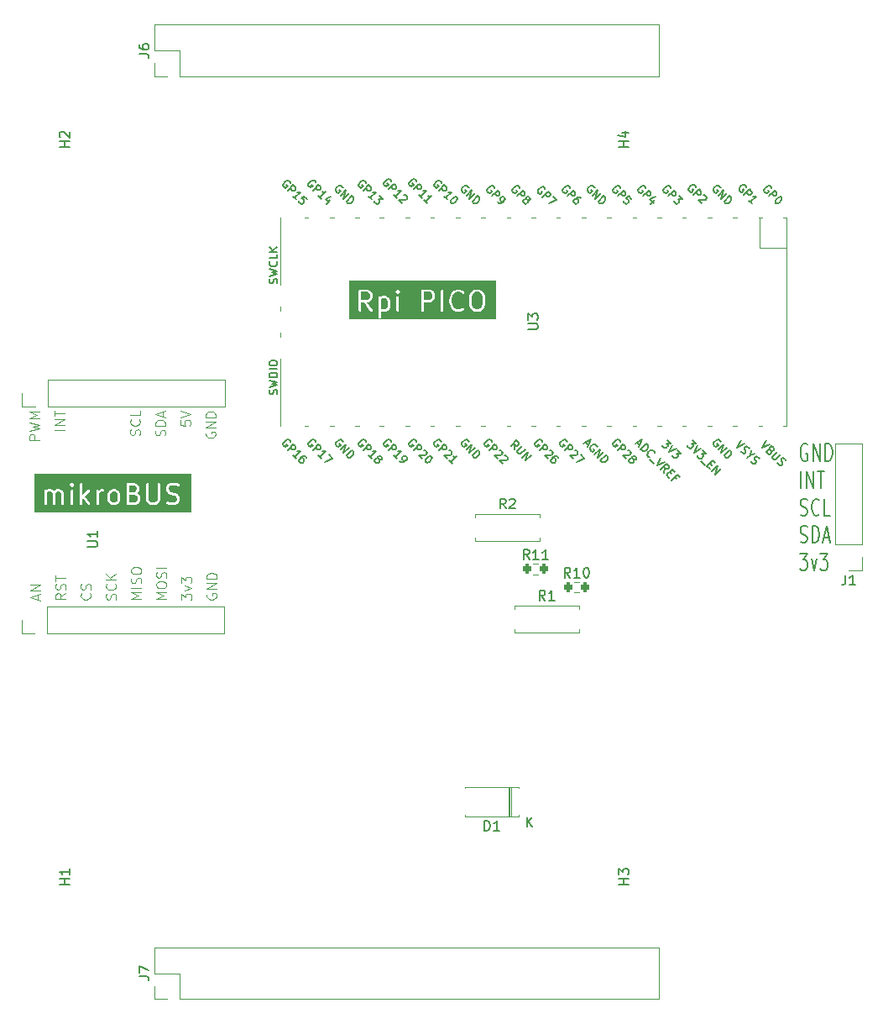
<source format=gbr>
%TF.GenerationSoftware,KiCad,Pcbnew,7.0.1*%
%TF.CreationDate,2023-09-04T23:27:21+05:00*%
%TF.ProjectId,smartcar_control_v1,736d6172-7463-4617-925f-636f6e74726f,rev?*%
%TF.SameCoordinates,Original*%
%TF.FileFunction,Legend,Top*%
%TF.FilePolarity,Positive*%
%FSLAX46Y46*%
G04 Gerber Fmt 4.6, Leading zero omitted, Abs format (unit mm)*
G04 Created by KiCad (PCBNEW 7.0.1) date 2023-09-04 23:27:21*
%MOMM*%
%LPD*%
G01*
G04 APERTURE LIST*
G04 Aperture macros list*
%AMRoundRect*
0 Rectangle with rounded corners*
0 $1 Rounding radius*
0 $2 $3 $4 $5 $6 $7 $8 $9 X,Y pos of 4 corners*
0 Add a 4 corners polygon primitive as box body*
4,1,4,$2,$3,$4,$5,$6,$7,$8,$9,$2,$3,0*
0 Add four circle primitives for the rounded corners*
1,1,$1+$1,$2,$3*
1,1,$1+$1,$4,$5*
1,1,$1+$1,$6,$7*
1,1,$1+$1,$8,$9*
0 Add four rect primitives between the rounded corners*
20,1,$1+$1,$2,$3,$4,$5,0*
20,1,$1+$1,$4,$5,$6,$7,0*
20,1,$1+$1,$6,$7,$8,$9,0*
20,1,$1+$1,$8,$9,$2,$3,0*%
G04 Aperture macros list end*
%ADD10C,0.150000*%
%ADD11C,0.100000*%
%ADD12C,0.250000*%
%ADD13C,0.120000*%
%ADD14R,1.700000X1.700000*%
%ADD15O,1.700000X1.700000*%
%ADD16RoundRect,0.200000X-0.200000X-0.275000X0.200000X-0.275000X0.200000X0.275000X-0.200000X0.275000X0*%
%ADD17O,1.800000X1.800000*%
%ADD18O,1.500000X1.500000*%
%ADD19R,1.700000X3.500000*%
%ADD20R,3.500000X1.700000*%
%ADD21C,3.200000*%
%ADD22C,1.600000*%
%ADD23O,1.600000X1.600000*%
%ADD24R,2.200000X2.200000*%
%ADD25O,2.200000X2.200000*%
G04 APERTURE END LIST*
D10*
X169354285Y-83966905D02*
X169240000Y-83885953D01*
X169240000Y-83885953D02*
X169068571Y-83885953D01*
X169068571Y-83885953D02*
X168897142Y-83966905D01*
X168897142Y-83966905D02*
X168782857Y-84128810D01*
X168782857Y-84128810D02*
X168725714Y-84290715D01*
X168725714Y-84290715D02*
X168668571Y-84614524D01*
X168668571Y-84614524D02*
X168668571Y-84857381D01*
X168668571Y-84857381D02*
X168725714Y-85181191D01*
X168725714Y-85181191D02*
X168782857Y-85343096D01*
X168782857Y-85343096D02*
X168897142Y-85505001D01*
X168897142Y-85505001D02*
X169068571Y-85585953D01*
X169068571Y-85585953D02*
X169182857Y-85585953D01*
X169182857Y-85585953D02*
X169354285Y-85505001D01*
X169354285Y-85505001D02*
X169411428Y-85424048D01*
X169411428Y-85424048D02*
X169411428Y-84857381D01*
X169411428Y-84857381D02*
X169182857Y-84857381D01*
X169925714Y-85585953D02*
X169925714Y-83885953D01*
X169925714Y-83885953D02*
X170611428Y-85585953D01*
X170611428Y-85585953D02*
X170611428Y-83885953D01*
X171182857Y-85585953D02*
X171182857Y-83885953D01*
X171182857Y-83885953D02*
X171468571Y-83885953D01*
X171468571Y-83885953D02*
X171640000Y-83966905D01*
X171640000Y-83966905D02*
X171754285Y-84128810D01*
X171754285Y-84128810D02*
X171811428Y-84290715D01*
X171811428Y-84290715D02*
X171868571Y-84614524D01*
X171868571Y-84614524D02*
X171868571Y-84857381D01*
X171868571Y-84857381D02*
X171811428Y-85181191D01*
X171811428Y-85181191D02*
X171754285Y-85343096D01*
X171754285Y-85343096D02*
X171640000Y-85505001D01*
X171640000Y-85505001D02*
X171468571Y-85585953D01*
X171468571Y-85585953D02*
X171182857Y-85585953D01*
X168725714Y-88339953D02*
X168725714Y-86639953D01*
X169297143Y-88339953D02*
X169297143Y-86639953D01*
X169297143Y-86639953D02*
X169982857Y-88339953D01*
X169982857Y-88339953D02*
X169982857Y-86639953D01*
X170382857Y-86639953D02*
X171068572Y-86639953D01*
X170725714Y-88339953D02*
X170725714Y-86639953D01*
X168668571Y-91013001D02*
X168840000Y-91093953D01*
X168840000Y-91093953D02*
X169125714Y-91093953D01*
X169125714Y-91093953D02*
X169240000Y-91013001D01*
X169240000Y-91013001D02*
X169297142Y-90932048D01*
X169297142Y-90932048D02*
X169354285Y-90770143D01*
X169354285Y-90770143D02*
X169354285Y-90608239D01*
X169354285Y-90608239D02*
X169297142Y-90446334D01*
X169297142Y-90446334D02*
X169240000Y-90365381D01*
X169240000Y-90365381D02*
X169125714Y-90284429D01*
X169125714Y-90284429D02*
X168897142Y-90203477D01*
X168897142Y-90203477D02*
X168782857Y-90122524D01*
X168782857Y-90122524D02*
X168725714Y-90041572D01*
X168725714Y-90041572D02*
X168668571Y-89879667D01*
X168668571Y-89879667D02*
X168668571Y-89717762D01*
X168668571Y-89717762D02*
X168725714Y-89555858D01*
X168725714Y-89555858D02*
X168782857Y-89474905D01*
X168782857Y-89474905D02*
X168897142Y-89393953D01*
X168897142Y-89393953D02*
X169182857Y-89393953D01*
X169182857Y-89393953D02*
X169354285Y-89474905D01*
X170554285Y-90932048D02*
X170497142Y-91013001D01*
X170497142Y-91013001D02*
X170325714Y-91093953D01*
X170325714Y-91093953D02*
X170211428Y-91093953D01*
X170211428Y-91093953D02*
X170039999Y-91013001D01*
X170039999Y-91013001D02*
X169925714Y-90851096D01*
X169925714Y-90851096D02*
X169868571Y-90689191D01*
X169868571Y-90689191D02*
X169811428Y-90365381D01*
X169811428Y-90365381D02*
X169811428Y-90122524D01*
X169811428Y-90122524D02*
X169868571Y-89798715D01*
X169868571Y-89798715D02*
X169925714Y-89636810D01*
X169925714Y-89636810D02*
X170039999Y-89474905D01*
X170039999Y-89474905D02*
X170211428Y-89393953D01*
X170211428Y-89393953D02*
X170325714Y-89393953D01*
X170325714Y-89393953D02*
X170497142Y-89474905D01*
X170497142Y-89474905D02*
X170554285Y-89555858D01*
X171639999Y-91093953D02*
X171068571Y-91093953D01*
X171068571Y-91093953D02*
X171068571Y-89393953D01*
X168668571Y-93767001D02*
X168840000Y-93847953D01*
X168840000Y-93847953D02*
X169125714Y-93847953D01*
X169125714Y-93847953D02*
X169240000Y-93767001D01*
X169240000Y-93767001D02*
X169297142Y-93686048D01*
X169297142Y-93686048D02*
X169354285Y-93524143D01*
X169354285Y-93524143D02*
X169354285Y-93362239D01*
X169354285Y-93362239D02*
X169297142Y-93200334D01*
X169297142Y-93200334D02*
X169240000Y-93119381D01*
X169240000Y-93119381D02*
X169125714Y-93038429D01*
X169125714Y-93038429D02*
X168897142Y-92957477D01*
X168897142Y-92957477D02*
X168782857Y-92876524D01*
X168782857Y-92876524D02*
X168725714Y-92795572D01*
X168725714Y-92795572D02*
X168668571Y-92633667D01*
X168668571Y-92633667D02*
X168668571Y-92471762D01*
X168668571Y-92471762D02*
X168725714Y-92309858D01*
X168725714Y-92309858D02*
X168782857Y-92228905D01*
X168782857Y-92228905D02*
X168897142Y-92147953D01*
X168897142Y-92147953D02*
X169182857Y-92147953D01*
X169182857Y-92147953D02*
X169354285Y-92228905D01*
X169868571Y-93847953D02*
X169868571Y-92147953D01*
X169868571Y-92147953D02*
X170154285Y-92147953D01*
X170154285Y-92147953D02*
X170325714Y-92228905D01*
X170325714Y-92228905D02*
X170439999Y-92390810D01*
X170439999Y-92390810D02*
X170497142Y-92552715D01*
X170497142Y-92552715D02*
X170554285Y-92876524D01*
X170554285Y-92876524D02*
X170554285Y-93119381D01*
X170554285Y-93119381D02*
X170497142Y-93443191D01*
X170497142Y-93443191D02*
X170439999Y-93605096D01*
X170439999Y-93605096D02*
X170325714Y-93767001D01*
X170325714Y-93767001D02*
X170154285Y-93847953D01*
X170154285Y-93847953D02*
X169868571Y-93847953D01*
X171011428Y-93362239D02*
X171582857Y-93362239D01*
X170897142Y-93847953D02*
X171297142Y-92147953D01*
X171297142Y-92147953D02*
X171697142Y-93847953D01*
X168611428Y-94901953D02*
X169354285Y-94901953D01*
X169354285Y-94901953D02*
X168954285Y-95549572D01*
X168954285Y-95549572D02*
X169125714Y-95549572D01*
X169125714Y-95549572D02*
X169240000Y-95630524D01*
X169240000Y-95630524D02*
X169297142Y-95711477D01*
X169297142Y-95711477D02*
X169354285Y-95873381D01*
X169354285Y-95873381D02*
X169354285Y-96278143D01*
X169354285Y-96278143D02*
X169297142Y-96440048D01*
X169297142Y-96440048D02*
X169240000Y-96521001D01*
X169240000Y-96521001D02*
X169125714Y-96601953D01*
X169125714Y-96601953D02*
X168782857Y-96601953D01*
X168782857Y-96601953D02*
X168668571Y-96521001D01*
X168668571Y-96521001D02*
X168611428Y-96440048D01*
X169754285Y-95468620D02*
X170039999Y-96601953D01*
X170039999Y-96601953D02*
X170325714Y-95468620D01*
X170668571Y-94901953D02*
X171411428Y-94901953D01*
X171411428Y-94901953D02*
X171011428Y-95549572D01*
X171011428Y-95549572D02*
X171182857Y-95549572D01*
X171182857Y-95549572D02*
X171297143Y-95630524D01*
X171297143Y-95630524D02*
X171354285Y-95711477D01*
X171354285Y-95711477D02*
X171411428Y-95873381D01*
X171411428Y-95873381D02*
X171411428Y-96278143D01*
X171411428Y-96278143D02*
X171354285Y-96440048D01*
X171354285Y-96440048D02*
X171297143Y-96521001D01*
X171297143Y-96521001D02*
X171182857Y-96601953D01*
X171182857Y-96601953D02*
X170840000Y-96601953D01*
X170840000Y-96601953D02*
X170725714Y-96521001D01*
X170725714Y-96521001D02*
X170668571Y-96440048D01*
D11*
X99565000Y-99559523D02*
X99612619Y-99416666D01*
X99612619Y-99416666D02*
X99612619Y-99178571D01*
X99612619Y-99178571D02*
X99565000Y-99083333D01*
X99565000Y-99083333D02*
X99517380Y-99035714D01*
X99517380Y-99035714D02*
X99422142Y-98988095D01*
X99422142Y-98988095D02*
X99326904Y-98988095D01*
X99326904Y-98988095D02*
X99231666Y-99035714D01*
X99231666Y-99035714D02*
X99184047Y-99083333D01*
X99184047Y-99083333D02*
X99136428Y-99178571D01*
X99136428Y-99178571D02*
X99088809Y-99369047D01*
X99088809Y-99369047D02*
X99041190Y-99464285D01*
X99041190Y-99464285D02*
X98993571Y-99511904D01*
X98993571Y-99511904D02*
X98898333Y-99559523D01*
X98898333Y-99559523D02*
X98803095Y-99559523D01*
X98803095Y-99559523D02*
X98707857Y-99511904D01*
X98707857Y-99511904D02*
X98660238Y-99464285D01*
X98660238Y-99464285D02*
X98612619Y-99369047D01*
X98612619Y-99369047D02*
X98612619Y-99130952D01*
X98612619Y-99130952D02*
X98660238Y-98988095D01*
X99517380Y-97988095D02*
X99565000Y-98035714D01*
X99565000Y-98035714D02*
X99612619Y-98178571D01*
X99612619Y-98178571D02*
X99612619Y-98273809D01*
X99612619Y-98273809D02*
X99565000Y-98416666D01*
X99565000Y-98416666D02*
X99469761Y-98511904D01*
X99469761Y-98511904D02*
X99374523Y-98559523D01*
X99374523Y-98559523D02*
X99184047Y-98607142D01*
X99184047Y-98607142D02*
X99041190Y-98607142D01*
X99041190Y-98607142D02*
X98850714Y-98559523D01*
X98850714Y-98559523D02*
X98755476Y-98511904D01*
X98755476Y-98511904D02*
X98660238Y-98416666D01*
X98660238Y-98416666D02*
X98612619Y-98273809D01*
X98612619Y-98273809D02*
X98612619Y-98178571D01*
X98612619Y-98178571D02*
X98660238Y-98035714D01*
X98660238Y-98035714D02*
X98707857Y-97988095D01*
X99612619Y-97559523D02*
X98612619Y-97559523D01*
X99612619Y-96988095D02*
X99041190Y-97416666D01*
X98612619Y-96988095D02*
X99184047Y-97559523D01*
X102015000Y-82989523D02*
X102062619Y-82846666D01*
X102062619Y-82846666D02*
X102062619Y-82608571D01*
X102062619Y-82608571D02*
X102015000Y-82513333D01*
X102015000Y-82513333D02*
X101967380Y-82465714D01*
X101967380Y-82465714D02*
X101872142Y-82418095D01*
X101872142Y-82418095D02*
X101776904Y-82418095D01*
X101776904Y-82418095D02*
X101681666Y-82465714D01*
X101681666Y-82465714D02*
X101634047Y-82513333D01*
X101634047Y-82513333D02*
X101586428Y-82608571D01*
X101586428Y-82608571D02*
X101538809Y-82799047D01*
X101538809Y-82799047D02*
X101491190Y-82894285D01*
X101491190Y-82894285D02*
X101443571Y-82941904D01*
X101443571Y-82941904D02*
X101348333Y-82989523D01*
X101348333Y-82989523D02*
X101253095Y-82989523D01*
X101253095Y-82989523D02*
X101157857Y-82941904D01*
X101157857Y-82941904D02*
X101110238Y-82894285D01*
X101110238Y-82894285D02*
X101062619Y-82799047D01*
X101062619Y-82799047D02*
X101062619Y-82560952D01*
X101062619Y-82560952D02*
X101110238Y-82418095D01*
X101967380Y-81418095D02*
X102015000Y-81465714D01*
X102015000Y-81465714D02*
X102062619Y-81608571D01*
X102062619Y-81608571D02*
X102062619Y-81703809D01*
X102062619Y-81703809D02*
X102015000Y-81846666D01*
X102015000Y-81846666D02*
X101919761Y-81941904D01*
X101919761Y-81941904D02*
X101824523Y-81989523D01*
X101824523Y-81989523D02*
X101634047Y-82037142D01*
X101634047Y-82037142D02*
X101491190Y-82037142D01*
X101491190Y-82037142D02*
X101300714Y-81989523D01*
X101300714Y-81989523D02*
X101205476Y-81941904D01*
X101205476Y-81941904D02*
X101110238Y-81846666D01*
X101110238Y-81846666D02*
X101062619Y-81703809D01*
X101062619Y-81703809D02*
X101062619Y-81608571D01*
X101062619Y-81608571D02*
X101110238Y-81465714D01*
X101110238Y-81465714D02*
X101157857Y-81418095D01*
X102062619Y-80513333D02*
X102062619Y-80989523D01*
X102062619Y-80989523D02*
X101062619Y-80989523D01*
X91706904Y-99559523D02*
X91706904Y-99083333D01*
X91992619Y-99654761D02*
X90992619Y-99321428D01*
X90992619Y-99321428D02*
X91992619Y-98988095D01*
X91992619Y-98654761D02*
X90992619Y-98654761D01*
X90992619Y-98654761D02*
X91992619Y-98083333D01*
X91992619Y-98083333D02*
X90992619Y-98083333D01*
X96977380Y-98940476D02*
X97025000Y-98988095D01*
X97025000Y-98988095D02*
X97072619Y-99130952D01*
X97072619Y-99130952D02*
X97072619Y-99226190D01*
X97072619Y-99226190D02*
X97025000Y-99369047D01*
X97025000Y-99369047D02*
X96929761Y-99464285D01*
X96929761Y-99464285D02*
X96834523Y-99511904D01*
X96834523Y-99511904D02*
X96644047Y-99559523D01*
X96644047Y-99559523D02*
X96501190Y-99559523D01*
X96501190Y-99559523D02*
X96310714Y-99511904D01*
X96310714Y-99511904D02*
X96215476Y-99464285D01*
X96215476Y-99464285D02*
X96120238Y-99369047D01*
X96120238Y-99369047D02*
X96072619Y-99226190D01*
X96072619Y-99226190D02*
X96072619Y-99130952D01*
X96072619Y-99130952D02*
X96120238Y-98988095D01*
X96120238Y-98988095D02*
X96167857Y-98940476D01*
X97025000Y-98559523D02*
X97072619Y-98416666D01*
X97072619Y-98416666D02*
X97072619Y-98178571D01*
X97072619Y-98178571D02*
X97025000Y-98083333D01*
X97025000Y-98083333D02*
X96977380Y-98035714D01*
X96977380Y-98035714D02*
X96882142Y-97988095D01*
X96882142Y-97988095D02*
X96786904Y-97988095D01*
X96786904Y-97988095D02*
X96691666Y-98035714D01*
X96691666Y-98035714D02*
X96644047Y-98083333D01*
X96644047Y-98083333D02*
X96596428Y-98178571D01*
X96596428Y-98178571D02*
X96548809Y-98369047D01*
X96548809Y-98369047D02*
X96501190Y-98464285D01*
X96501190Y-98464285D02*
X96453571Y-98511904D01*
X96453571Y-98511904D02*
X96358333Y-98559523D01*
X96358333Y-98559523D02*
X96263095Y-98559523D01*
X96263095Y-98559523D02*
X96167857Y-98511904D01*
X96167857Y-98511904D02*
X96120238Y-98464285D01*
X96120238Y-98464285D02*
X96072619Y-98369047D01*
X96072619Y-98369047D02*
X96072619Y-98130952D01*
X96072619Y-98130952D02*
X96120238Y-97988095D01*
X106232619Y-99607142D02*
X106232619Y-98988095D01*
X106232619Y-98988095D02*
X106613571Y-99321428D01*
X106613571Y-99321428D02*
X106613571Y-99178571D01*
X106613571Y-99178571D02*
X106661190Y-99083333D01*
X106661190Y-99083333D02*
X106708809Y-99035714D01*
X106708809Y-99035714D02*
X106804047Y-98988095D01*
X106804047Y-98988095D02*
X107042142Y-98988095D01*
X107042142Y-98988095D02*
X107137380Y-99035714D01*
X107137380Y-99035714D02*
X107185000Y-99083333D01*
X107185000Y-99083333D02*
X107232619Y-99178571D01*
X107232619Y-99178571D02*
X107232619Y-99464285D01*
X107232619Y-99464285D02*
X107185000Y-99559523D01*
X107185000Y-99559523D02*
X107137380Y-99607142D01*
X106565952Y-98654761D02*
X107232619Y-98416666D01*
X107232619Y-98416666D02*
X106565952Y-98178571D01*
X106232619Y-97892856D02*
X106232619Y-97273809D01*
X106232619Y-97273809D02*
X106613571Y-97607142D01*
X106613571Y-97607142D02*
X106613571Y-97464285D01*
X106613571Y-97464285D02*
X106661190Y-97369047D01*
X106661190Y-97369047D02*
X106708809Y-97321428D01*
X106708809Y-97321428D02*
X106804047Y-97273809D01*
X106804047Y-97273809D02*
X107042142Y-97273809D01*
X107042142Y-97273809D02*
X107137380Y-97321428D01*
X107137380Y-97321428D02*
X107185000Y-97369047D01*
X107185000Y-97369047D02*
X107232619Y-97464285D01*
X107232619Y-97464285D02*
X107232619Y-97749999D01*
X107232619Y-97749999D02*
X107185000Y-97845237D01*
X107185000Y-97845237D02*
X107137380Y-97892856D01*
X104692619Y-99511904D02*
X103692619Y-99511904D01*
X103692619Y-99511904D02*
X104406904Y-99178571D01*
X104406904Y-99178571D02*
X103692619Y-98845238D01*
X103692619Y-98845238D02*
X104692619Y-98845238D01*
X103692619Y-98178571D02*
X103692619Y-97988095D01*
X103692619Y-97988095D02*
X103740238Y-97892857D01*
X103740238Y-97892857D02*
X103835476Y-97797619D01*
X103835476Y-97797619D02*
X104025952Y-97750000D01*
X104025952Y-97750000D02*
X104359285Y-97750000D01*
X104359285Y-97750000D02*
X104549761Y-97797619D01*
X104549761Y-97797619D02*
X104645000Y-97892857D01*
X104645000Y-97892857D02*
X104692619Y-97988095D01*
X104692619Y-97988095D02*
X104692619Y-98178571D01*
X104692619Y-98178571D02*
X104645000Y-98273809D01*
X104645000Y-98273809D02*
X104549761Y-98369047D01*
X104549761Y-98369047D02*
X104359285Y-98416666D01*
X104359285Y-98416666D02*
X104025952Y-98416666D01*
X104025952Y-98416666D02*
X103835476Y-98369047D01*
X103835476Y-98369047D02*
X103740238Y-98273809D01*
X103740238Y-98273809D02*
X103692619Y-98178571D01*
X104645000Y-97369047D02*
X104692619Y-97226190D01*
X104692619Y-97226190D02*
X104692619Y-96988095D01*
X104692619Y-96988095D02*
X104645000Y-96892857D01*
X104645000Y-96892857D02*
X104597380Y-96845238D01*
X104597380Y-96845238D02*
X104502142Y-96797619D01*
X104502142Y-96797619D02*
X104406904Y-96797619D01*
X104406904Y-96797619D02*
X104311666Y-96845238D01*
X104311666Y-96845238D02*
X104264047Y-96892857D01*
X104264047Y-96892857D02*
X104216428Y-96988095D01*
X104216428Y-96988095D02*
X104168809Y-97178571D01*
X104168809Y-97178571D02*
X104121190Y-97273809D01*
X104121190Y-97273809D02*
X104073571Y-97321428D01*
X104073571Y-97321428D02*
X103978333Y-97369047D01*
X103978333Y-97369047D02*
X103883095Y-97369047D01*
X103883095Y-97369047D02*
X103787857Y-97321428D01*
X103787857Y-97321428D02*
X103740238Y-97273809D01*
X103740238Y-97273809D02*
X103692619Y-97178571D01*
X103692619Y-97178571D02*
X103692619Y-96940476D01*
X103692619Y-96940476D02*
X103740238Y-96797619D01*
X104692619Y-96369047D02*
X103692619Y-96369047D01*
D12*
G36*
X126924051Y-69299874D02*
G01*
X126990600Y-69366424D01*
X127063571Y-69512366D01*
X127063571Y-70024777D01*
X126990600Y-70170716D01*
X126924049Y-70237268D01*
X126778111Y-70310238D01*
X126456174Y-70310238D01*
X126361190Y-70262746D01*
X126361190Y-69274396D01*
X126456175Y-69226904D01*
X126778111Y-69226904D01*
X126924051Y-69299874D01*
G37*
G36*
X136352623Y-68633208D02*
G01*
X136504272Y-68784857D01*
X136587381Y-69117292D01*
X136587381Y-69753183D01*
X136504272Y-70085617D01*
X136352621Y-70237268D01*
X136206683Y-70310238D01*
X135884746Y-70310238D01*
X135738805Y-70237267D01*
X135587157Y-70085618D01*
X135504048Y-69753183D01*
X135504048Y-69117292D01*
X135587157Y-68784857D01*
X135738807Y-68633207D01*
X135884747Y-68560238D01*
X136206683Y-68560238D01*
X136352623Y-68633208D01*
G37*
G36*
X131400242Y-68633208D02*
G01*
X131466792Y-68699759D01*
X131539762Y-68845699D01*
X131539762Y-69072396D01*
X131466791Y-69218335D01*
X131400240Y-69284887D01*
X131254302Y-69357857D01*
X130646905Y-69357857D01*
X130646905Y-68560238D01*
X131254302Y-68560238D01*
X131400242Y-68633208D01*
G37*
G36*
X125114527Y-68633208D02*
G01*
X125181077Y-68699759D01*
X125254047Y-68845699D01*
X125254047Y-69072396D01*
X125181076Y-69218335D01*
X125114525Y-69284887D01*
X124968587Y-69357857D01*
X124718835Y-69357857D01*
X124688758Y-69354740D01*
X124682590Y-69357857D01*
X124361190Y-69357857D01*
X124361190Y-68560238D01*
X124968587Y-68560238D01*
X125114527Y-68633208D01*
G37*
G36*
X137979048Y-71340714D02*
G01*
X123099286Y-71340714D01*
X123099286Y-69501397D01*
X124107239Y-69501397D01*
X124111190Y-69510049D01*
X124111190Y-70453210D01*
X124126594Y-70505671D01*
X124182071Y-70553742D01*
X124254730Y-70564189D01*
X124321503Y-70533695D01*
X124361190Y-70471941D01*
X124361190Y-69607857D01*
X124647298Y-69607857D01*
X125286949Y-70521644D01*
X125329653Y-70555788D01*
X125402668Y-70563355D01*
X125468184Y-70530246D01*
X125505399Y-70466973D01*
X125502499Y-70393623D01*
X124952462Y-69607857D01*
X124991370Y-69607857D01*
X125021169Y-69611074D01*
X125044016Y-69599650D01*
X125068528Y-69592453D01*
X125076261Y-69583527D01*
X125230457Y-69506430D01*
X125251007Y-69501960D01*
X125275358Y-69477608D01*
X125300581Y-69454146D01*
X125301185Y-69451780D01*
X125361115Y-69391850D01*
X125379198Y-69381110D01*
X125394603Y-69350298D01*
X125411109Y-69320071D01*
X125410934Y-69317636D01*
X125468886Y-69201733D01*
X126105994Y-69201733D01*
X126111190Y-69217368D01*
X126111190Y-70337792D01*
X126109974Y-70372275D01*
X126111190Y-70374322D01*
X126111190Y-71119876D01*
X126126594Y-71172337D01*
X126182071Y-71220408D01*
X126254730Y-71230855D01*
X126321503Y-71200361D01*
X126361190Y-71138607D01*
X126361190Y-70542254D01*
X126364749Y-70544034D01*
X126389963Y-70560238D01*
X126415509Y-70560238D01*
X126440651Y-70564762D01*
X126451559Y-70560238D01*
X126800894Y-70560238D01*
X126830693Y-70563455D01*
X126853540Y-70552031D01*
X126878052Y-70544834D01*
X126885785Y-70535908D01*
X127039981Y-70458811D01*
X127060531Y-70454341D01*
X127061662Y-70453210D01*
X127920714Y-70453210D01*
X127936118Y-70505671D01*
X127991595Y-70553742D01*
X128064254Y-70564189D01*
X128131027Y-70533695D01*
X128170714Y-70471941D01*
X128170714Y-69501397D01*
X130392954Y-69501397D01*
X130396905Y-69510049D01*
X130396905Y-70453210D01*
X130412309Y-70505671D01*
X130467786Y-70553742D01*
X130540445Y-70564189D01*
X130607218Y-70533695D01*
X130646905Y-70471941D01*
X130646905Y-70453210D01*
X132396905Y-70453210D01*
X132412309Y-70505671D01*
X132467786Y-70553742D01*
X132540445Y-70564189D01*
X132607218Y-70533695D01*
X132646905Y-70471941D01*
X132646905Y-69572805D01*
X133248878Y-69572805D01*
X133254048Y-69593485D01*
X133254048Y-69596067D01*
X133258392Y-69610863D01*
X133347618Y-69967766D01*
X133346069Y-69982121D01*
X133356346Y-70002675D01*
X133357377Y-70006799D01*
X133364353Y-70018690D01*
X133450713Y-70191409D01*
X133455183Y-70211958D01*
X133479528Y-70236304D01*
X133502997Y-70261533D01*
X133505362Y-70262137D01*
X133666855Y-70423632D01*
X133685652Y-70446979D01*
X133709888Y-70455057D01*
X133732307Y-70467299D01*
X133744085Y-70466456D01*
X133991321Y-70548868D01*
X134009012Y-70560238D01*
X134043449Y-70560238D01*
X134077876Y-70561483D01*
X134079976Y-70560238D01*
X134220520Y-70560238D01*
X134240900Y-70565430D01*
X134273580Y-70554536D01*
X134306624Y-70544834D01*
X134308222Y-70542989D01*
X134555051Y-70460712D01*
X134584341Y-70454341D01*
X134602404Y-70436276D01*
X134623381Y-70421699D01*
X134627895Y-70410785D01*
X134718240Y-70320440D01*
X134744443Y-70272452D01*
X134739206Y-70199233D01*
X134695215Y-70140468D01*
X134626437Y-70114816D01*
X134554707Y-70130420D01*
X134454381Y-70230746D01*
X134215907Y-70310238D01*
X134066000Y-70310238D01*
X133827521Y-70230745D01*
X133672256Y-70075480D01*
X133592226Y-69915420D01*
X133554191Y-69763281D01*
X135248878Y-69763281D01*
X135254048Y-69783961D01*
X135254048Y-69786543D01*
X135258392Y-69801339D01*
X135352555Y-70177988D01*
X135359945Y-70211958D01*
X135374574Y-70226587D01*
X135385045Y-70244434D01*
X135399997Y-70252010D01*
X135565292Y-70417307D01*
X135576032Y-70435389D01*
X135606841Y-70450793D01*
X135637069Y-70467299D01*
X135639503Y-70467124D01*
X135793321Y-70544034D01*
X135818535Y-70560238D01*
X135844081Y-70560238D01*
X135869223Y-70564762D01*
X135880131Y-70560238D01*
X136229466Y-70560238D01*
X136259265Y-70563455D01*
X136282112Y-70552031D01*
X136306624Y-70544834D01*
X136314357Y-70535908D01*
X136468553Y-70458811D01*
X136489103Y-70454341D01*
X136513456Y-70429987D01*
X136538677Y-70406527D01*
X136539281Y-70404161D01*
X136704168Y-70239273D01*
X136729509Y-70215447D01*
X136734527Y-70195371D01*
X136744442Y-70177215D01*
X136743246Y-70160497D01*
X136828660Y-69818843D01*
X136837381Y-69805274D01*
X136837381Y-69783961D01*
X136838008Y-69781453D01*
X136837381Y-69766030D01*
X136837381Y-69122476D01*
X136842551Y-69107194D01*
X136837381Y-69086514D01*
X136837381Y-69083932D01*
X136833036Y-69069135D01*
X136738874Y-68692489D01*
X136731484Y-68658517D01*
X136716854Y-68643887D01*
X136706384Y-68626041D01*
X136691430Y-68618463D01*
X136526137Y-68453170D01*
X136515397Y-68435087D01*
X136484583Y-68419680D01*
X136454359Y-68403176D01*
X136451923Y-68403350D01*
X136298107Y-68326441D01*
X136272894Y-68310238D01*
X136247348Y-68310238D01*
X136222207Y-68305714D01*
X136211299Y-68310238D01*
X135861969Y-68310238D01*
X135832165Y-68307020D01*
X135809314Y-68318445D01*
X135784805Y-68325642D01*
X135777071Y-68334566D01*
X135622876Y-68411664D01*
X135602327Y-68416135D01*
X135577975Y-68440486D01*
X135552752Y-68463949D01*
X135552146Y-68466315D01*
X135387261Y-68631200D01*
X135361920Y-68655028D01*
X135356901Y-68675101D01*
X135346986Y-68693260D01*
X135348181Y-68709980D01*
X135262768Y-69051631D01*
X135254048Y-69065201D01*
X135254048Y-69086514D01*
X135253421Y-69089022D01*
X135254048Y-69104445D01*
X135254048Y-69747999D01*
X135248878Y-69763281D01*
X133554191Y-69763281D01*
X133504048Y-69562707D01*
X133504048Y-69307768D01*
X133592226Y-68955054D01*
X133672256Y-68794995D01*
X133827522Y-68639730D01*
X134065999Y-68560238D01*
X134215906Y-68560238D01*
X134454383Y-68639730D01*
X134541463Y-68726811D01*
X134589451Y-68753014D01*
X134662670Y-68747777D01*
X134721435Y-68703786D01*
X134747088Y-68635008D01*
X134731484Y-68563279D01*
X134615052Y-68446847D01*
X134596253Y-68423497D01*
X134572016Y-68415417D01*
X134549597Y-68403176D01*
X134537817Y-68404018D01*
X134290585Y-68321607D01*
X134272894Y-68310238D01*
X134238457Y-68310238D01*
X134204030Y-68308993D01*
X134201930Y-68310238D01*
X134061386Y-68310238D01*
X134041006Y-68305046D01*
X134008325Y-68315939D01*
X133975282Y-68325642D01*
X133973683Y-68327486D01*
X133726853Y-68409763D01*
X133697565Y-68416135D01*
X133679502Y-68434197D01*
X133658524Y-68448777D01*
X133654008Y-68459691D01*
X133492218Y-68621481D01*
X133474135Y-68632222D01*
X133458728Y-68663035D01*
X133442224Y-68693260D01*
X133442398Y-68695695D01*
X133372438Y-68835613D01*
X133361920Y-68845504D01*
X133356346Y-68867798D01*
X133354445Y-68871601D01*
X133352003Y-68885171D01*
X133262768Y-69242107D01*
X133254048Y-69255677D01*
X133254048Y-69276990D01*
X133253421Y-69279498D01*
X133254048Y-69294921D01*
X133254048Y-69557523D01*
X133248878Y-69572805D01*
X132646905Y-69572805D01*
X132646905Y-68417266D01*
X132631501Y-68364805D01*
X132576024Y-68316734D01*
X132503365Y-68306287D01*
X132436592Y-68336781D01*
X132396905Y-68398535D01*
X132396905Y-70453210D01*
X130646905Y-70453210D01*
X130646905Y-69607857D01*
X131277085Y-69607857D01*
X131306884Y-69611074D01*
X131329731Y-69599650D01*
X131354243Y-69592453D01*
X131361976Y-69583527D01*
X131516172Y-69506430D01*
X131536722Y-69501960D01*
X131561073Y-69477608D01*
X131586296Y-69454146D01*
X131586900Y-69451780D01*
X131646830Y-69391850D01*
X131664913Y-69381110D01*
X131680318Y-69350298D01*
X131696824Y-69320071D01*
X131696649Y-69317636D01*
X131773558Y-69163820D01*
X131789762Y-69138607D01*
X131789762Y-69113061D01*
X131794286Y-69087919D01*
X131789762Y-69077011D01*
X131789762Y-68822921D01*
X131792980Y-68793117D01*
X131781554Y-68770266D01*
X131774358Y-68745757D01*
X131765433Y-68738023D01*
X131688335Y-68583828D01*
X131683865Y-68563279D01*
X131659513Y-68538927D01*
X131636051Y-68513704D01*
X131633684Y-68513098D01*
X131573756Y-68453170D01*
X131563016Y-68435087D01*
X131532202Y-68419680D01*
X131501978Y-68403176D01*
X131499542Y-68403350D01*
X131345726Y-68326441D01*
X131320513Y-68310238D01*
X131294967Y-68310238D01*
X131269826Y-68305714D01*
X131258918Y-68310238D01*
X130530844Y-68310238D01*
X130503365Y-68306287D01*
X130478110Y-68317820D01*
X130451472Y-68325642D01*
X130445243Y-68332829D01*
X130436592Y-68336781D01*
X130421581Y-68360137D01*
X130403401Y-68381119D01*
X130402047Y-68390533D01*
X130396905Y-68398535D01*
X130396905Y-68426299D01*
X130392954Y-68453778D01*
X130396905Y-68462430D01*
X130396905Y-69473918D01*
X130392954Y-69501397D01*
X128170714Y-69501397D01*
X128170714Y-69083932D01*
X128155310Y-69031471D01*
X128099833Y-68983400D01*
X128027174Y-68972953D01*
X127960401Y-69003447D01*
X127920714Y-69065201D01*
X127920714Y-70453210D01*
X127061662Y-70453210D01*
X127084882Y-70429989D01*
X127110105Y-70406527D01*
X127110709Y-70404161D01*
X127170639Y-70344231D01*
X127188722Y-70333491D01*
X127204127Y-70302679D01*
X127220633Y-70272452D01*
X127220458Y-70270017D01*
X127297367Y-70116201D01*
X127313571Y-70090988D01*
X127313571Y-70065442D01*
X127318095Y-70040300D01*
X127313571Y-70029392D01*
X127313571Y-69489588D01*
X127316789Y-69459784D01*
X127305363Y-69436933D01*
X127298167Y-69412424D01*
X127289242Y-69404690D01*
X127212144Y-69250494D01*
X127207674Y-69229945D01*
X127183322Y-69205593D01*
X127159860Y-69180370D01*
X127157493Y-69179764D01*
X127097565Y-69119836D01*
X127086825Y-69101753D01*
X127056011Y-69086346D01*
X127025787Y-69069842D01*
X127023351Y-69070016D01*
X126869535Y-68993107D01*
X126844322Y-68976904D01*
X126818776Y-68976904D01*
X126793635Y-68972380D01*
X126782727Y-68976904D01*
X126433397Y-68976904D01*
X126403593Y-68973686D01*
X126380742Y-68985111D01*
X126356233Y-68992308D01*
X126348499Y-69001232D01*
X126324650Y-69013157D01*
X126290309Y-68983400D01*
X126217650Y-68972953D01*
X126150877Y-69003447D01*
X126111190Y-69065201D01*
X126111190Y-69181414D01*
X126105994Y-69201733D01*
X125468886Y-69201733D01*
X125487843Y-69163820D01*
X125504047Y-69138607D01*
X125504047Y-69113061D01*
X125508571Y-69087919D01*
X125504047Y-69077011D01*
X125504047Y-68822921D01*
X125507265Y-68793117D01*
X125495839Y-68770266D01*
X125488643Y-68745757D01*
X125479718Y-68738023D01*
X125402620Y-68583828D01*
X125398150Y-68563279D01*
X125373798Y-68538927D01*
X125357292Y-68521182D01*
X127820531Y-68521182D01*
X127826432Y-68548308D01*
X127828413Y-68576003D01*
X127834113Y-68583617D01*
X127836135Y-68592911D01*
X127855765Y-68612541D01*
X127872404Y-68634768D01*
X127881315Y-68638091D01*
X127934766Y-68691542D01*
X127936118Y-68696147D01*
X127953700Y-68711382D01*
X127967642Y-68730006D01*
X127980900Y-68734951D01*
X127991595Y-68744218D01*
X128005601Y-68746231D01*
X128018022Y-68753014D01*
X128027509Y-68752335D01*
X128036420Y-68755659D01*
X128050247Y-68752651D01*
X128064254Y-68754665D01*
X128077126Y-68748786D01*
X128091241Y-68747777D01*
X128098855Y-68742076D01*
X128108149Y-68740055D01*
X128118154Y-68730049D01*
X128131027Y-68724171D01*
X128138677Y-68712266D01*
X128150006Y-68703786D01*
X128153329Y-68694874D01*
X128223020Y-68625184D01*
X128245244Y-68608548D01*
X128254945Y-68582537D01*
X128268252Y-68558168D01*
X128267573Y-68548680D01*
X128270897Y-68539770D01*
X128264995Y-68512643D01*
X128263015Y-68484949D01*
X128257314Y-68477334D01*
X128255293Y-68468041D01*
X128235662Y-68448410D01*
X128219024Y-68426184D01*
X128210111Y-68422859D01*
X128156662Y-68369410D01*
X128155310Y-68364805D01*
X128137727Y-68349569D01*
X128123786Y-68330946D01*
X128110527Y-68326000D01*
X128099833Y-68316734D01*
X128085826Y-68314720D01*
X128073406Y-68307938D01*
X128063918Y-68308616D01*
X128055008Y-68305293D01*
X128041180Y-68308300D01*
X128027174Y-68306287D01*
X128014301Y-68312165D01*
X128000187Y-68313175D01*
X127992572Y-68318875D01*
X127983279Y-68320897D01*
X127973273Y-68330902D01*
X127960401Y-68336781D01*
X127952750Y-68348685D01*
X127941422Y-68357166D01*
X127938097Y-68366078D01*
X127868410Y-68435765D01*
X127846184Y-68452404D01*
X127836481Y-68478417D01*
X127823176Y-68502784D01*
X127823854Y-68512271D01*
X127820531Y-68521182D01*
X125357292Y-68521182D01*
X125350336Y-68513704D01*
X125347969Y-68513098D01*
X125288041Y-68453170D01*
X125277301Y-68435087D01*
X125246487Y-68419680D01*
X125216263Y-68403176D01*
X125213827Y-68403350D01*
X125060011Y-68326441D01*
X125034798Y-68310238D01*
X125009252Y-68310238D01*
X124984111Y-68305714D01*
X124973203Y-68310238D01*
X124245129Y-68310238D01*
X124217650Y-68306287D01*
X124192395Y-68317820D01*
X124165757Y-68325642D01*
X124159528Y-68332829D01*
X124150877Y-68336781D01*
X124135866Y-68360137D01*
X124117686Y-68381119D01*
X124116332Y-68390533D01*
X124111190Y-68398535D01*
X124111190Y-68426299D01*
X124107239Y-68453778D01*
X124111190Y-68462430D01*
X124111190Y-69473918D01*
X124107239Y-69501397D01*
X123099286Y-69501397D01*
X123099286Y-67394286D01*
X137979048Y-67394286D01*
X137979048Y-71340714D01*
G37*
D11*
X94442619Y-82465713D02*
X93442619Y-82465713D01*
X94442619Y-81989523D02*
X93442619Y-81989523D01*
X93442619Y-81989523D02*
X94442619Y-81418095D01*
X94442619Y-81418095D02*
X93442619Y-81418095D01*
X93442619Y-81084761D02*
X93442619Y-80513333D01*
X94442619Y-80799047D02*
X93442619Y-80799047D01*
X108730238Y-82703809D02*
X108682619Y-82799047D01*
X108682619Y-82799047D02*
X108682619Y-82941904D01*
X108682619Y-82941904D02*
X108730238Y-83084761D01*
X108730238Y-83084761D02*
X108825476Y-83179999D01*
X108825476Y-83179999D02*
X108920714Y-83227618D01*
X108920714Y-83227618D02*
X109111190Y-83275237D01*
X109111190Y-83275237D02*
X109254047Y-83275237D01*
X109254047Y-83275237D02*
X109444523Y-83227618D01*
X109444523Y-83227618D02*
X109539761Y-83179999D01*
X109539761Y-83179999D02*
X109635000Y-83084761D01*
X109635000Y-83084761D02*
X109682619Y-82941904D01*
X109682619Y-82941904D02*
X109682619Y-82846666D01*
X109682619Y-82846666D02*
X109635000Y-82703809D01*
X109635000Y-82703809D02*
X109587380Y-82656190D01*
X109587380Y-82656190D02*
X109254047Y-82656190D01*
X109254047Y-82656190D02*
X109254047Y-82846666D01*
X109682619Y-82227618D02*
X108682619Y-82227618D01*
X108682619Y-82227618D02*
X109682619Y-81656190D01*
X109682619Y-81656190D02*
X108682619Y-81656190D01*
X109682619Y-81179999D02*
X108682619Y-81179999D01*
X108682619Y-81179999D02*
X108682619Y-80941904D01*
X108682619Y-80941904D02*
X108730238Y-80799047D01*
X108730238Y-80799047D02*
X108825476Y-80703809D01*
X108825476Y-80703809D02*
X108920714Y-80656190D01*
X108920714Y-80656190D02*
X109111190Y-80608571D01*
X109111190Y-80608571D02*
X109254047Y-80608571D01*
X109254047Y-80608571D02*
X109444523Y-80656190D01*
X109444523Y-80656190D02*
X109539761Y-80703809D01*
X109539761Y-80703809D02*
X109635000Y-80799047D01*
X109635000Y-80799047D02*
X109682619Y-80941904D01*
X109682619Y-80941904D02*
X109682619Y-81179999D01*
X94532619Y-98940476D02*
X94056428Y-99273809D01*
X94532619Y-99511904D02*
X93532619Y-99511904D01*
X93532619Y-99511904D02*
X93532619Y-99130952D01*
X93532619Y-99130952D02*
X93580238Y-99035714D01*
X93580238Y-99035714D02*
X93627857Y-98988095D01*
X93627857Y-98988095D02*
X93723095Y-98940476D01*
X93723095Y-98940476D02*
X93865952Y-98940476D01*
X93865952Y-98940476D02*
X93961190Y-98988095D01*
X93961190Y-98988095D02*
X94008809Y-99035714D01*
X94008809Y-99035714D02*
X94056428Y-99130952D01*
X94056428Y-99130952D02*
X94056428Y-99511904D01*
X94485000Y-98559523D02*
X94532619Y-98416666D01*
X94532619Y-98416666D02*
X94532619Y-98178571D01*
X94532619Y-98178571D02*
X94485000Y-98083333D01*
X94485000Y-98083333D02*
X94437380Y-98035714D01*
X94437380Y-98035714D02*
X94342142Y-97988095D01*
X94342142Y-97988095D02*
X94246904Y-97988095D01*
X94246904Y-97988095D02*
X94151666Y-98035714D01*
X94151666Y-98035714D02*
X94104047Y-98083333D01*
X94104047Y-98083333D02*
X94056428Y-98178571D01*
X94056428Y-98178571D02*
X94008809Y-98369047D01*
X94008809Y-98369047D02*
X93961190Y-98464285D01*
X93961190Y-98464285D02*
X93913571Y-98511904D01*
X93913571Y-98511904D02*
X93818333Y-98559523D01*
X93818333Y-98559523D02*
X93723095Y-98559523D01*
X93723095Y-98559523D02*
X93627857Y-98511904D01*
X93627857Y-98511904D02*
X93580238Y-98464285D01*
X93580238Y-98464285D02*
X93532619Y-98369047D01*
X93532619Y-98369047D02*
X93532619Y-98130952D01*
X93532619Y-98130952D02*
X93580238Y-97988095D01*
X93532619Y-97702380D02*
X93532619Y-97130952D01*
X94532619Y-97416666D02*
X93532619Y-97416666D01*
X108820238Y-98988095D02*
X108772619Y-99083333D01*
X108772619Y-99083333D02*
X108772619Y-99226190D01*
X108772619Y-99226190D02*
X108820238Y-99369047D01*
X108820238Y-99369047D02*
X108915476Y-99464285D01*
X108915476Y-99464285D02*
X109010714Y-99511904D01*
X109010714Y-99511904D02*
X109201190Y-99559523D01*
X109201190Y-99559523D02*
X109344047Y-99559523D01*
X109344047Y-99559523D02*
X109534523Y-99511904D01*
X109534523Y-99511904D02*
X109629761Y-99464285D01*
X109629761Y-99464285D02*
X109725000Y-99369047D01*
X109725000Y-99369047D02*
X109772619Y-99226190D01*
X109772619Y-99226190D02*
X109772619Y-99130952D01*
X109772619Y-99130952D02*
X109725000Y-98988095D01*
X109725000Y-98988095D02*
X109677380Y-98940476D01*
X109677380Y-98940476D02*
X109344047Y-98940476D01*
X109344047Y-98940476D02*
X109344047Y-99130952D01*
X109772619Y-98511904D02*
X108772619Y-98511904D01*
X108772619Y-98511904D02*
X109772619Y-97940476D01*
X109772619Y-97940476D02*
X108772619Y-97940476D01*
X109772619Y-97464285D02*
X108772619Y-97464285D01*
X108772619Y-97464285D02*
X108772619Y-97226190D01*
X108772619Y-97226190D02*
X108820238Y-97083333D01*
X108820238Y-97083333D02*
X108915476Y-96988095D01*
X108915476Y-96988095D02*
X109010714Y-96940476D01*
X109010714Y-96940476D02*
X109201190Y-96892857D01*
X109201190Y-96892857D02*
X109344047Y-96892857D01*
X109344047Y-96892857D02*
X109534523Y-96940476D01*
X109534523Y-96940476D02*
X109629761Y-96988095D01*
X109629761Y-96988095D02*
X109725000Y-97083333D01*
X109725000Y-97083333D02*
X109772619Y-97226190D01*
X109772619Y-97226190D02*
X109772619Y-97464285D01*
D12*
G36*
X99670242Y-88779874D02*
G01*
X99736791Y-88846424D01*
X99809762Y-88992366D01*
X99809762Y-89504777D01*
X99736791Y-89650716D01*
X99670240Y-89717268D01*
X99524302Y-89790238D01*
X99297603Y-89790238D01*
X99151664Y-89717268D01*
X99085112Y-89650716D01*
X99012143Y-89504777D01*
X99012143Y-88992366D01*
X99085113Y-88846424D01*
X99151664Y-88779873D01*
X99297604Y-88706904D01*
X99524302Y-88706904D01*
X99670242Y-88779874D01*
G37*
G36*
X101676764Y-89072111D02*
G01*
X101736792Y-89132140D01*
X101809762Y-89278080D01*
X101809762Y-89504777D01*
X101736791Y-89650716D01*
X101670240Y-89717268D01*
X101524302Y-89790238D01*
X100916905Y-89790238D01*
X100916905Y-88992619D01*
X101438287Y-88992619D01*
X101676764Y-89072111D01*
G37*
G36*
X101575004Y-88113208D02*
G01*
X101641554Y-88179759D01*
X101714524Y-88325699D01*
X101714524Y-88457158D01*
X101641553Y-88603098D01*
X101575003Y-88669648D01*
X101431206Y-88741547D01*
X101426411Y-88741374D01*
X101424311Y-88742619D01*
X100916905Y-88742619D01*
X100916905Y-88040238D01*
X101429064Y-88040238D01*
X101575004Y-88113208D01*
G37*
G36*
X107201429Y-90820714D02*
G01*
X91369286Y-90820714D01*
X91369286Y-88744688D01*
X92378890Y-88744688D01*
X92381190Y-88776845D01*
X92381190Y-89933210D01*
X92396594Y-89985671D01*
X92452071Y-90033742D01*
X92524730Y-90044189D01*
X92591503Y-90013695D01*
X92631190Y-89951941D01*
X92631190Y-88824156D01*
X92675473Y-88779873D01*
X92821413Y-88706904D01*
X93048111Y-88706904D01*
X93174925Y-88770311D01*
X93238333Y-88897128D01*
X93238333Y-89933210D01*
X93253737Y-89985671D01*
X93309214Y-90033742D01*
X93381873Y-90044189D01*
X93448646Y-90013695D01*
X93488333Y-89951941D01*
X93488333Y-88897128D01*
X93551740Y-88770311D01*
X93678556Y-88706904D01*
X93905252Y-88706904D01*
X94032068Y-88770311D01*
X94095476Y-88897128D01*
X94095476Y-89933210D01*
X94110880Y-89985671D01*
X94166357Y-90033742D01*
X94239016Y-90044189D01*
X94305789Y-90013695D01*
X94345476Y-89951941D01*
X94345476Y-89933210D01*
X95047857Y-89933210D01*
X95063261Y-89985671D01*
X95118738Y-90033742D01*
X95191397Y-90044189D01*
X95258170Y-90013695D01*
X95297857Y-89951941D01*
X95297857Y-89316117D01*
X95997938Y-89316117D01*
X96000238Y-89348274D01*
X96000238Y-89933210D01*
X96015642Y-89985671D01*
X96071119Y-90033742D01*
X96143778Y-90044189D01*
X96210551Y-90013695D01*
X96250238Y-89951941D01*
X96250238Y-89395585D01*
X96302189Y-89343633D01*
X96797926Y-90004615D01*
X96841726Y-90037342D01*
X96914950Y-90042512D01*
X96979345Y-90007274D01*
X97014467Y-89942815D01*
X97009165Y-89869600D01*
X96480761Y-89165061D01*
X96668980Y-88976842D01*
X97614762Y-88976842D01*
X97619286Y-88987750D01*
X97619286Y-89933210D01*
X97634690Y-89985671D01*
X97690167Y-90033742D01*
X97762826Y-90044189D01*
X97829599Y-90013695D01*
X97869286Y-89951941D01*
X97869286Y-88992366D01*
X97877048Y-88976842D01*
X98757619Y-88976842D01*
X98762143Y-88987750D01*
X98762143Y-89527560D01*
X98758926Y-89557359D01*
X98770349Y-89580206D01*
X98777547Y-89604718D01*
X98786472Y-89612451D01*
X98863568Y-89766645D01*
X98868039Y-89787196D01*
X98892396Y-89811553D01*
X98915854Y-89836771D01*
X98918218Y-89837375D01*
X98978148Y-89897305D01*
X98988889Y-89915389D01*
X99019698Y-89930793D01*
X99049926Y-89947300D01*
X99052362Y-89947125D01*
X99206178Y-90024034D01*
X99231392Y-90040238D01*
X99256938Y-90040238D01*
X99282080Y-90044762D01*
X99292988Y-90040238D01*
X99547085Y-90040238D01*
X99576884Y-90043455D01*
X99599731Y-90032031D01*
X99624243Y-90024834D01*
X99631976Y-90015908D01*
X99786172Y-89938811D01*
X99806722Y-89934341D01*
X99807285Y-89933778D01*
X100662954Y-89933778D01*
X100674487Y-89959032D01*
X100682309Y-89985671D01*
X100689496Y-89991899D01*
X100693448Y-90000551D01*
X100716804Y-90015561D01*
X100737786Y-90033742D01*
X100747200Y-90035095D01*
X100755202Y-90040238D01*
X100782966Y-90040238D01*
X100810445Y-90044189D01*
X100819097Y-90040238D01*
X101547085Y-90040238D01*
X101576884Y-90043455D01*
X101599731Y-90032031D01*
X101624243Y-90024834D01*
X101631976Y-90015908D01*
X101786172Y-89938811D01*
X101806722Y-89934341D01*
X101831073Y-89909989D01*
X101856296Y-89886527D01*
X101856900Y-89884161D01*
X101916830Y-89824231D01*
X101934913Y-89813491D01*
X101950318Y-89782679D01*
X101966824Y-89752452D01*
X101966649Y-89750017D01*
X102043558Y-89596201D01*
X102059762Y-89570988D01*
X102059762Y-89557359D01*
X102663688Y-89557359D01*
X102675111Y-89580206D01*
X102682309Y-89604718D01*
X102691234Y-89612451D01*
X102768330Y-89766645D01*
X102772801Y-89787196D01*
X102797158Y-89811553D01*
X102820616Y-89836771D01*
X102822980Y-89837375D01*
X102882910Y-89897305D01*
X102893651Y-89915389D01*
X102924460Y-89930793D01*
X102954688Y-89947300D01*
X102957124Y-89947125D01*
X103110940Y-90024034D01*
X103136154Y-90040238D01*
X103161700Y-90040238D01*
X103186842Y-90044762D01*
X103197750Y-90040238D01*
X103547085Y-90040238D01*
X103576884Y-90043455D01*
X103599731Y-90032031D01*
X103624243Y-90024834D01*
X103631976Y-90015908D01*
X103786172Y-89938811D01*
X103806722Y-89934341D01*
X103831073Y-89909989D01*
X103856296Y-89886527D01*
X103856900Y-89884161D01*
X103916830Y-89824231D01*
X103934913Y-89813491D01*
X103950318Y-89782679D01*
X103966824Y-89752452D01*
X103966649Y-89750017D01*
X104043558Y-89596201D01*
X104059762Y-89570988D01*
X104059762Y-89545442D01*
X104064286Y-89520300D01*
X104059762Y-89509392D01*
X104059762Y-88310174D01*
X104662381Y-88310174D01*
X104666905Y-88321082D01*
X104666905Y-88479941D01*
X104663688Y-88509740D01*
X104675111Y-88532587D01*
X104682309Y-88557099D01*
X104691234Y-88564832D01*
X104768331Y-88719028D01*
X104772802Y-88739577D01*
X104797147Y-88763922D01*
X104820616Y-88789152D01*
X104822981Y-88789756D01*
X104882912Y-88849687D01*
X104893651Y-88867769D01*
X104924454Y-88883171D01*
X104954689Y-88899680D01*
X104957123Y-88899505D01*
X105097042Y-88969466D01*
X105106933Y-88979985D01*
X105129225Y-88985558D01*
X105133029Y-88987460D01*
X105146603Y-88989902D01*
X105510183Y-89080797D01*
X105670242Y-89160827D01*
X105736792Y-89227378D01*
X105809762Y-89373318D01*
X105809762Y-89504777D01*
X105736791Y-89650716D01*
X105670240Y-89717268D01*
X105524302Y-89790238D01*
X105097904Y-89790238D01*
X104814384Y-89695731D01*
X104759744Y-89693755D01*
X104696596Y-89731184D01*
X104663708Y-89796811D01*
X104671522Y-89869800D01*
X104717557Y-89926979D01*
X105023224Y-90028868D01*
X105040916Y-90040238D01*
X105075353Y-90040238D01*
X105109780Y-90041483D01*
X105111880Y-90040238D01*
X105547085Y-90040238D01*
X105576884Y-90043455D01*
X105599731Y-90032031D01*
X105624243Y-90024834D01*
X105631976Y-90015908D01*
X105786172Y-89938811D01*
X105806722Y-89934341D01*
X105831073Y-89909989D01*
X105856296Y-89886527D01*
X105856900Y-89884161D01*
X105916830Y-89824231D01*
X105934913Y-89813491D01*
X105950318Y-89782679D01*
X105966824Y-89752452D01*
X105966649Y-89750017D01*
X106043558Y-89596201D01*
X106059762Y-89570988D01*
X106059762Y-89545442D01*
X106064286Y-89520300D01*
X106059762Y-89509392D01*
X106059762Y-89350540D01*
X106062980Y-89320736D01*
X106051554Y-89297885D01*
X106044358Y-89273376D01*
X106035433Y-89265642D01*
X105958335Y-89111447D01*
X105953865Y-89090898D01*
X105929513Y-89066546D01*
X105906051Y-89041323D01*
X105903684Y-89040717D01*
X105843756Y-88980789D01*
X105833016Y-88962706D01*
X105802202Y-88947299D01*
X105771978Y-88930795D01*
X105769542Y-88930969D01*
X105629624Y-88861009D01*
X105619734Y-88850491D01*
X105597439Y-88844917D01*
X105593637Y-88843016D01*
X105580065Y-88840573D01*
X105216485Y-88749678D01*
X105056423Y-88669646D01*
X104989875Y-88603098D01*
X104916905Y-88457158D01*
X104916905Y-88325698D01*
X104989875Y-88179757D01*
X105056426Y-88113207D01*
X105202366Y-88040238D01*
X105628763Y-88040238D01*
X105912283Y-88134745D01*
X105966923Y-88136721D01*
X106030071Y-88099292D01*
X106062959Y-88033665D01*
X106055145Y-87960676D01*
X106009110Y-87903497D01*
X105703442Y-87801607D01*
X105685751Y-87790238D01*
X105651314Y-87790238D01*
X105616887Y-87788993D01*
X105614787Y-87790238D01*
X105179588Y-87790238D01*
X105149784Y-87787020D01*
X105126933Y-87798445D01*
X105102424Y-87805642D01*
X105094690Y-87814566D01*
X104940495Y-87891664D01*
X104919946Y-87896135D01*
X104895594Y-87920486D01*
X104870371Y-87943949D01*
X104869765Y-87946315D01*
X104809837Y-88006243D01*
X104791754Y-88016984D01*
X104776347Y-88047797D01*
X104759843Y-88078022D01*
X104760017Y-88080457D01*
X104683108Y-88234273D01*
X104666905Y-88259487D01*
X104666905Y-88285033D01*
X104662381Y-88310174D01*
X104059762Y-88310174D01*
X104059762Y-87897266D01*
X104044358Y-87844805D01*
X103988881Y-87796734D01*
X103916222Y-87786287D01*
X103849449Y-87816781D01*
X103809762Y-87878535D01*
X103809762Y-89504777D01*
X103736791Y-89650716D01*
X103670240Y-89717268D01*
X103524302Y-89790238D01*
X103202365Y-89790238D01*
X103056426Y-89717268D01*
X102989874Y-89650716D01*
X102916905Y-89504777D01*
X102916905Y-87897266D01*
X102901501Y-87844805D01*
X102846024Y-87796734D01*
X102773365Y-87786287D01*
X102706592Y-87816781D01*
X102666905Y-87878535D01*
X102666905Y-89527560D01*
X102663688Y-89557359D01*
X102059762Y-89557359D01*
X102059762Y-89545442D01*
X102064286Y-89520300D01*
X102059762Y-89509392D01*
X102059762Y-89255302D01*
X102062980Y-89225498D01*
X102051554Y-89202647D01*
X102044358Y-89178138D01*
X102035433Y-89170404D01*
X101958335Y-89016209D01*
X101953865Y-88995660D01*
X101929513Y-88971308D01*
X101906051Y-88946085D01*
X101903684Y-88945479D01*
X101837433Y-88879228D01*
X101818634Y-88855878D01*
X101794397Y-88847798D01*
X101771978Y-88835557D01*
X101761928Y-88836275D01*
X101821593Y-88776611D01*
X101839675Y-88765872D01*
X101855074Y-88735072D01*
X101871586Y-88704834D01*
X101871411Y-88702398D01*
X101948320Y-88548582D01*
X101964524Y-88523369D01*
X101964524Y-88497823D01*
X101969048Y-88472681D01*
X101964524Y-88461773D01*
X101964524Y-88302921D01*
X101967742Y-88273117D01*
X101956316Y-88250266D01*
X101949120Y-88225757D01*
X101940195Y-88218023D01*
X101863097Y-88063828D01*
X101858627Y-88043279D01*
X101834275Y-88018927D01*
X101810813Y-87993704D01*
X101808446Y-87993098D01*
X101748518Y-87933170D01*
X101737778Y-87915087D01*
X101706964Y-87899680D01*
X101676740Y-87883176D01*
X101674304Y-87883350D01*
X101520488Y-87806441D01*
X101495275Y-87790238D01*
X101469729Y-87790238D01*
X101444588Y-87785714D01*
X101433680Y-87790238D01*
X100800844Y-87790238D01*
X100773365Y-87786287D01*
X100748110Y-87797820D01*
X100721472Y-87805642D01*
X100715243Y-87812829D01*
X100706592Y-87816781D01*
X100691581Y-87840137D01*
X100673401Y-87861119D01*
X100672047Y-87870533D01*
X100666905Y-87878535D01*
X100666905Y-87906299D01*
X100662954Y-87933778D01*
X100666905Y-87942430D01*
X100666905Y-88858680D01*
X100662954Y-88886159D01*
X100666905Y-88894811D01*
X100666905Y-89906299D01*
X100662954Y-89933778D01*
X99807285Y-89933778D01*
X99831073Y-89909989D01*
X99856296Y-89886527D01*
X99856900Y-89884161D01*
X99916830Y-89824231D01*
X99934913Y-89813491D01*
X99950318Y-89782679D01*
X99966824Y-89752452D01*
X99966649Y-89750017D01*
X100043558Y-89596201D01*
X100059762Y-89570988D01*
X100059762Y-89545442D01*
X100064286Y-89520300D01*
X100059762Y-89509392D01*
X100059762Y-88969588D01*
X100062980Y-88939784D01*
X100051554Y-88916933D01*
X100044358Y-88892424D01*
X100035433Y-88884690D01*
X99958335Y-88730494D01*
X99953865Y-88709945D01*
X99929513Y-88685593D01*
X99906051Y-88660370D01*
X99903684Y-88659764D01*
X99843756Y-88599836D01*
X99833016Y-88581753D01*
X99802202Y-88566346D01*
X99771978Y-88549842D01*
X99769542Y-88550016D01*
X99615726Y-88473107D01*
X99590513Y-88456904D01*
X99564967Y-88456904D01*
X99539826Y-88452380D01*
X99528918Y-88456904D01*
X99274826Y-88456904D01*
X99245022Y-88453686D01*
X99222171Y-88465111D01*
X99197662Y-88472308D01*
X99189928Y-88481232D01*
X99035733Y-88558330D01*
X99015184Y-88562801D01*
X98990832Y-88587152D01*
X98965609Y-88610615D01*
X98965003Y-88612981D01*
X98905075Y-88672909D01*
X98886992Y-88683650D01*
X98871585Y-88714462D01*
X98855081Y-88744688D01*
X98855255Y-88747123D01*
X98778346Y-88900940D01*
X98762143Y-88926154D01*
X98762143Y-88951700D01*
X98757619Y-88976842D01*
X97877048Y-88976842D01*
X97942256Y-88846424D01*
X98008807Y-88779873D01*
X98154747Y-88706904D01*
X98333687Y-88706904D01*
X98386148Y-88691500D01*
X98434219Y-88636023D01*
X98444666Y-88563364D01*
X98414172Y-88496591D01*
X98352418Y-88456904D01*
X98131969Y-88456904D01*
X98102165Y-88453686D01*
X98079314Y-88465111D01*
X98054805Y-88472308D01*
X98047071Y-88481232D01*
X97892876Y-88558330D01*
X97872327Y-88562801D01*
X97869286Y-88565842D01*
X97869286Y-88563932D01*
X97853882Y-88511471D01*
X97798405Y-88463400D01*
X97725746Y-88452953D01*
X97658973Y-88483447D01*
X97619286Y-88545201D01*
X97619286Y-88951700D01*
X97614762Y-88976842D01*
X96668980Y-88976842D01*
X96988239Y-88657584D01*
X97014442Y-88609597D01*
X97009206Y-88536377D01*
X96965215Y-88477612D01*
X96896437Y-88451959D01*
X96824707Y-88467563D01*
X96250238Y-89042033D01*
X96250238Y-87897266D01*
X96234834Y-87844805D01*
X96179357Y-87796734D01*
X96106698Y-87786287D01*
X96039925Y-87816781D01*
X96000238Y-87878535D01*
X96000238Y-89311905D01*
X95997938Y-89316117D01*
X95297857Y-89316117D01*
X95297857Y-88563932D01*
X95282453Y-88511471D01*
X95226976Y-88463400D01*
X95154317Y-88452953D01*
X95087544Y-88483447D01*
X95047857Y-88545201D01*
X95047857Y-89933210D01*
X94345476Y-89933210D01*
X94345476Y-88874350D01*
X94348694Y-88844546D01*
X94337268Y-88821695D01*
X94330072Y-88797186D01*
X94321147Y-88789452D01*
X94251282Y-88649723D01*
X94251454Y-88644867D01*
X94235018Y-88617195D01*
X94229004Y-88605166D01*
X94225877Y-88601805D01*
X94213968Y-88581753D01*
X94201363Y-88575450D01*
X94191765Y-88565132D01*
X94169170Y-88559354D01*
X93996677Y-88473107D01*
X93971464Y-88456904D01*
X93945918Y-88456904D01*
X93920776Y-88452380D01*
X93909868Y-88456904D01*
X93655778Y-88456904D01*
X93625974Y-88453686D01*
X93603123Y-88465111D01*
X93578614Y-88472308D01*
X93570880Y-88481232D01*
X93431152Y-88551097D01*
X93426296Y-88550926D01*
X93398624Y-88567361D01*
X93386595Y-88573376D01*
X93383234Y-88576502D01*
X93363182Y-88588412D01*
X93362084Y-88590607D01*
X93356825Y-88581753D01*
X93344220Y-88575450D01*
X93334622Y-88565132D01*
X93312027Y-88559354D01*
X93139535Y-88473107D01*
X93114322Y-88456904D01*
X93088776Y-88456904D01*
X93063635Y-88452380D01*
X93052727Y-88456904D01*
X92798635Y-88456904D01*
X92768831Y-88453686D01*
X92745980Y-88465111D01*
X92721471Y-88472308D01*
X92713737Y-88481232D01*
X92620583Y-88527810D01*
X92615786Y-88511471D01*
X92560309Y-88463400D01*
X92487650Y-88452953D01*
X92420877Y-88483447D01*
X92381190Y-88545201D01*
X92381190Y-88740476D01*
X92378890Y-88744688D01*
X91369286Y-88744688D01*
X91369286Y-88001182D01*
X94947674Y-88001182D01*
X94953575Y-88028308D01*
X94955556Y-88056003D01*
X94961256Y-88063617D01*
X94963278Y-88072911D01*
X94982908Y-88092541D01*
X94999547Y-88114768D01*
X95008458Y-88118091D01*
X95061909Y-88171542D01*
X95063261Y-88176147D01*
X95080843Y-88191382D01*
X95094785Y-88210006D01*
X95108043Y-88214951D01*
X95118738Y-88224218D01*
X95132744Y-88226231D01*
X95145165Y-88233014D01*
X95154652Y-88232335D01*
X95163563Y-88235659D01*
X95177390Y-88232651D01*
X95191397Y-88234665D01*
X95204269Y-88228786D01*
X95218384Y-88227777D01*
X95225998Y-88222076D01*
X95235292Y-88220055D01*
X95245297Y-88210049D01*
X95258170Y-88204171D01*
X95265820Y-88192266D01*
X95277149Y-88183786D01*
X95280472Y-88174874D01*
X95350163Y-88105184D01*
X95372387Y-88088548D01*
X95382088Y-88062537D01*
X95395395Y-88038168D01*
X95394716Y-88028680D01*
X95398040Y-88019770D01*
X95392138Y-87992643D01*
X95390158Y-87964949D01*
X95384457Y-87957334D01*
X95382436Y-87948041D01*
X95362805Y-87928410D01*
X95346167Y-87906184D01*
X95337254Y-87902859D01*
X95283805Y-87849410D01*
X95282453Y-87844805D01*
X95264870Y-87829569D01*
X95250929Y-87810946D01*
X95237670Y-87806000D01*
X95226976Y-87796734D01*
X95212969Y-87794720D01*
X95200549Y-87787938D01*
X95191061Y-87788616D01*
X95182151Y-87785293D01*
X95168323Y-87788300D01*
X95154317Y-87786287D01*
X95141444Y-87792165D01*
X95127330Y-87793175D01*
X95119715Y-87798875D01*
X95110422Y-87800897D01*
X95100416Y-87810902D01*
X95087544Y-87816781D01*
X95079893Y-87828685D01*
X95068565Y-87837166D01*
X95065240Y-87846078D01*
X94995553Y-87915765D01*
X94973327Y-87932404D01*
X94963624Y-87958417D01*
X94950319Y-87982784D01*
X94950997Y-87992271D01*
X94947674Y-88001182D01*
X91369286Y-88001182D01*
X91369286Y-86874286D01*
X107201429Y-86874286D01*
X107201429Y-90820714D01*
G37*
D11*
X104555000Y-83037142D02*
X104602619Y-82894285D01*
X104602619Y-82894285D02*
X104602619Y-82656190D01*
X104602619Y-82656190D02*
X104555000Y-82560952D01*
X104555000Y-82560952D02*
X104507380Y-82513333D01*
X104507380Y-82513333D02*
X104412142Y-82465714D01*
X104412142Y-82465714D02*
X104316904Y-82465714D01*
X104316904Y-82465714D02*
X104221666Y-82513333D01*
X104221666Y-82513333D02*
X104174047Y-82560952D01*
X104174047Y-82560952D02*
X104126428Y-82656190D01*
X104126428Y-82656190D02*
X104078809Y-82846666D01*
X104078809Y-82846666D02*
X104031190Y-82941904D01*
X104031190Y-82941904D02*
X103983571Y-82989523D01*
X103983571Y-82989523D02*
X103888333Y-83037142D01*
X103888333Y-83037142D02*
X103793095Y-83037142D01*
X103793095Y-83037142D02*
X103697857Y-82989523D01*
X103697857Y-82989523D02*
X103650238Y-82941904D01*
X103650238Y-82941904D02*
X103602619Y-82846666D01*
X103602619Y-82846666D02*
X103602619Y-82608571D01*
X103602619Y-82608571D02*
X103650238Y-82465714D01*
X104602619Y-82037142D02*
X103602619Y-82037142D01*
X103602619Y-82037142D02*
X103602619Y-81799047D01*
X103602619Y-81799047D02*
X103650238Y-81656190D01*
X103650238Y-81656190D02*
X103745476Y-81560952D01*
X103745476Y-81560952D02*
X103840714Y-81513333D01*
X103840714Y-81513333D02*
X104031190Y-81465714D01*
X104031190Y-81465714D02*
X104174047Y-81465714D01*
X104174047Y-81465714D02*
X104364523Y-81513333D01*
X104364523Y-81513333D02*
X104459761Y-81560952D01*
X104459761Y-81560952D02*
X104555000Y-81656190D01*
X104555000Y-81656190D02*
X104602619Y-81799047D01*
X104602619Y-81799047D02*
X104602619Y-82037142D01*
X104316904Y-81084761D02*
X104316904Y-80608571D01*
X104602619Y-81179999D02*
X103602619Y-80846666D01*
X103602619Y-80846666D02*
X104602619Y-80513333D01*
X102152619Y-99511904D02*
X101152619Y-99511904D01*
X101152619Y-99511904D02*
X101866904Y-99178571D01*
X101866904Y-99178571D02*
X101152619Y-98845238D01*
X101152619Y-98845238D02*
X102152619Y-98845238D01*
X102152619Y-98369047D02*
X101152619Y-98369047D01*
X102105000Y-97940476D02*
X102152619Y-97797619D01*
X102152619Y-97797619D02*
X102152619Y-97559524D01*
X102152619Y-97559524D02*
X102105000Y-97464286D01*
X102105000Y-97464286D02*
X102057380Y-97416667D01*
X102057380Y-97416667D02*
X101962142Y-97369048D01*
X101962142Y-97369048D02*
X101866904Y-97369048D01*
X101866904Y-97369048D02*
X101771666Y-97416667D01*
X101771666Y-97416667D02*
X101724047Y-97464286D01*
X101724047Y-97464286D02*
X101676428Y-97559524D01*
X101676428Y-97559524D02*
X101628809Y-97750000D01*
X101628809Y-97750000D02*
X101581190Y-97845238D01*
X101581190Y-97845238D02*
X101533571Y-97892857D01*
X101533571Y-97892857D02*
X101438333Y-97940476D01*
X101438333Y-97940476D02*
X101343095Y-97940476D01*
X101343095Y-97940476D02*
X101247857Y-97892857D01*
X101247857Y-97892857D02*
X101200238Y-97845238D01*
X101200238Y-97845238D02*
X101152619Y-97750000D01*
X101152619Y-97750000D02*
X101152619Y-97511905D01*
X101152619Y-97511905D02*
X101200238Y-97369048D01*
X101152619Y-96750000D02*
X101152619Y-96559524D01*
X101152619Y-96559524D02*
X101200238Y-96464286D01*
X101200238Y-96464286D02*
X101295476Y-96369048D01*
X101295476Y-96369048D02*
X101485952Y-96321429D01*
X101485952Y-96321429D02*
X101819285Y-96321429D01*
X101819285Y-96321429D02*
X102009761Y-96369048D01*
X102009761Y-96369048D02*
X102105000Y-96464286D01*
X102105000Y-96464286D02*
X102152619Y-96559524D01*
X102152619Y-96559524D02*
X102152619Y-96750000D01*
X102152619Y-96750000D02*
X102105000Y-96845238D01*
X102105000Y-96845238D02*
X102009761Y-96940476D01*
X102009761Y-96940476D02*
X101819285Y-96988095D01*
X101819285Y-96988095D02*
X101485952Y-96988095D01*
X101485952Y-96988095D02*
X101295476Y-96940476D01*
X101295476Y-96940476D02*
X101200238Y-96845238D01*
X101200238Y-96845238D02*
X101152619Y-96750000D01*
X91902619Y-83465713D02*
X90902619Y-83465713D01*
X90902619Y-83465713D02*
X90902619Y-83084761D01*
X90902619Y-83084761D02*
X90950238Y-82989523D01*
X90950238Y-82989523D02*
X90997857Y-82941904D01*
X90997857Y-82941904D02*
X91093095Y-82894285D01*
X91093095Y-82894285D02*
X91235952Y-82894285D01*
X91235952Y-82894285D02*
X91331190Y-82941904D01*
X91331190Y-82941904D02*
X91378809Y-82989523D01*
X91378809Y-82989523D02*
X91426428Y-83084761D01*
X91426428Y-83084761D02*
X91426428Y-83465713D01*
X90902619Y-82560951D02*
X91902619Y-82322856D01*
X91902619Y-82322856D02*
X91188333Y-82132380D01*
X91188333Y-82132380D02*
X91902619Y-81941904D01*
X91902619Y-81941904D02*
X90902619Y-81703809D01*
X91902619Y-81322856D02*
X90902619Y-81322856D01*
X90902619Y-81322856D02*
X91616904Y-80989523D01*
X91616904Y-80989523D02*
X90902619Y-80656190D01*
X90902619Y-80656190D02*
X91902619Y-80656190D01*
X106142619Y-81513333D02*
X106142619Y-81989523D01*
X106142619Y-81989523D02*
X106618809Y-82037142D01*
X106618809Y-82037142D02*
X106571190Y-81989523D01*
X106571190Y-81989523D02*
X106523571Y-81894285D01*
X106523571Y-81894285D02*
X106523571Y-81656190D01*
X106523571Y-81656190D02*
X106571190Y-81560952D01*
X106571190Y-81560952D02*
X106618809Y-81513333D01*
X106618809Y-81513333D02*
X106714047Y-81465714D01*
X106714047Y-81465714D02*
X106952142Y-81465714D01*
X106952142Y-81465714D02*
X107047380Y-81513333D01*
X107047380Y-81513333D02*
X107095000Y-81560952D01*
X107095000Y-81560952D02*
X107142619Y-81656190D01*
X107142619Y-81656190D02*
X107142619Y-81894285D01*
X107142619Y-81894285D02*
X107095000Y-81989523D01*
X107095000Y-81989523D02*
X107047380Y-82037142D01*
X106142619Y-81179999D02*
X107142619Y-80846666D01*
X107142619Y-80846666D02*
X106142619Y-80513333D01*
D10*
%TO.C,J6*%
X101932619Y-44563333D02*
X102646904Y-44563333D01*
X102646904Y-44563333D02*
X102789761Y-44610952D01*
X102789761Y-44610952D02*
X102885000Y-44706190D01*
X102885000Y-44706190D02*
X102932619Y-44849047D01*
X102932619Y-44849047D02*
X102932619Y-44944285D01*
X101932619Y-43658571D02*
X101932619Y-43849047D01*
X101932619Y-43849047D02*
X101980238Y-43944285D01*
X101980238Y-43944285D02*
X102027857Y-43991904D01*
X102027857Y-43991904D02*
X102170714Y-44087142D01*
X102170714Y-44087142D02*
X102361190Y-44134761D01*
X102361190Y-44134761D02*
X102742142Y-44134761D01*
X102742142Y-44134761D02*
X102837380Y-44087142D01*
X102837380Y-44087142D02*
X102885000Y-44039523D01*
X102885000Y-44039523D02*
X102932619Y-43944285D01*
X102932619Y-43944285D02*
X102932619Y-43753809D01*
X102932619Y-43753809D02*
X102885000Y-43658571D01*
X102885000Y-43658571D02*
X102837380Y-43610952D01*
X102837380Y-43610952D02*
X102742142Y-43563333D01*
X102742142Y-43563333D02*
X102504047Y-43563333D01*
X102504047Y-43563333D02*
X102408809Y-43610952D01*
X102408809Y-43610952D02*
X102361190Y-43658571D01*
X102361190Y-43658571D02*
X102313571Y-43753809D01*
X102313571Y-43753809D02*
X102313571Y-43944285D01*
X102313571Y-43944285D02*
X102361190Y-44039523D01*
X102361190Y-44039523D02*
X102408809Y-44087142D01*
X102408809Y-44087142D02*
X102504047Y-44134761D01*
%TO.C,J7*%
X101932619Y-137563333D02*
X102646904Y-137563333D01*
X102646904Y-137563333D02*
X102789761Y-137610952D01*
X102789761Y-137610952D02*
X102885000Y-137706190D01*
X102885000Y-137706190D02*
X102932619Y-137849047D01*
X102932619Y-137849047D02*
X102932619Y-137944285D01*
X101932619Y-137182380D02*
X101932619Y-136515714D01*
X101932619Y-136515714D02*
X102932619Y-136944285D01*
%TO.C,R11*%
X141307142Y-95522619D02*
X140973809Y-95046428D01*
X140735714Y-95522619D02*
X140735714Y-94522619D01*
X140735714Y-94522619D02*
X141116666Y-94522619D01*
X141116666Y-94522619D02*
X141211904Y-94570238D01*
X141211904Y-94570238D02*
X141259523Y-94617857D01*
X141259523Y-94617857D02*
X141307142Y-94713095D01*
X141307142Y-94713095D02*
X141307142Y-94855952D01*
X141307142Y-94855952D02*
X141259523Y-94951190D01*
X141259523Y-94951190D02*
X141211904Y-94998809D01*
X141211904Y-94998809D02*
X141116666Y-95046428D01*
X141116666Y-95046428D02*
X140735714Y-95046428D01*
X142259523Y-95522619D02*
X141688095Y-95522619D01*
X141973809Y-95522619D02*
X141973809Y-94522619D01*
X141973809Y-94522619D02*
X141878571Y-94665476D01*
X141878571Y-94665476D02*
X141783333Y-94760714D01*
X141783333Y-94760714D02*
X141688095Y-94808333D01*
X143211904Y-95522619D02*
X142640476Y-95522619D01*
X142926190Y-95522619D02*
X142926190Y-94522619D01*
X142926190Y-94522619D02*
X142830952Y-94665476D01*
X142830952Y-94665476D02*
X142735714Y-94760714D01*
X142735714Y-94760714D02*
X142640476Y-94808333D01*
%TO.C,U3*%
X141192619Y-72331904D02*
X142002142Y-72331904D01*
X142002142Y-72331904D02*
X142097380Y-72284285D01*
X142097380Y-72284285D02*
X142145000Y-72236666D01*
X142145000Y-72236666D02*
X142192619Y-72141428D01*
X142192619Y-72141428D02*
X142192619Y-71950952D01*
X142192619Y-71950952D02*
X142145000Y-71855714D01*
X142145000Y-71855714D02*
X142097380Y-71808095D01*
X142097380Y-71808095D02*
X142002142Y-71760476D01*
X142002142Y-71760476D02*
X141192619Y-71760476D01*
X141192619Y-71379523D02*
X141192619Y-70760476D01*
X141192619Y-70760476D02*
X141573571Y-71093809D01*
X141573571Y-71093809D02*
X141573571Y-70950952D01*
X141573571Y-70950952D02*
X141621190Y-70855714D01*
X141621190Y-70855714D02*
X141668809Y-70808095D01*
X141668809Y-70808095D02*
X141764047Y-70760476D01*
X141764047Y-70760476D02*
X142002142Y-70760476D01*
X142002142Y-70760476D02*
X142097380Y-70808095D01*
X142097380Y-70808095D02*
X142145000Y-70855714D01*
X142145000Y-70855714D02*
X142192619Y-70950952D01*
X142192619Y-70950952D02*
X142192619Y-71236666D01*
X142192619Y-71236666D02*
X142145000Y-71331904D01*
X142145000Y-71331904D02*
X142097380Y-71379523D01*
X137792990Y-58088888D02*
X137766053Y-58008075D01*
X137766053Y-58008075D02*
X137685240Y-57927263D01*
X137685240Y-57927263D02*
X137577491Y-57873388D01*
X137577491Y-57873388D02*
X137469741Y-57873388D01*
X137469741Y-57873388D02*
X137388929Y-57900326D01*
X137388929Y-57900326D02*
X137254242Y-57981138D01*
X137254242Y-57981138D02*
X137173430Y-58061950D01*
X137173430Y-58061950D02*
X137092617Y-58196637D01*
X137092617Y-58196637D02*
X137065680Y-58277449D01*
X137065680Y-58277449D02*
X137065680Y-58385199D01*
X137065680Y-58385199D02*
X137119555Y-58492949D01*
X137119555Y-58492949D02*
X137173430Y-58546823D01*
X137173430Y-58546823D02*
X137281179Y-58600698D01*
X137281179Y-58600698D02*
X137335054Y-58600698D01*
X137335054Y-58600698D02*
X137523616Y-58412136D01*
X137523616Y-58412136D02*
X137415866Y-58304387D01*
X137523616Y-58897010D02*
X138089301Y-58331324D01*
X138089301Y-58331324D02*
X138304801Y-58546823D01*
X138304801Y-58546823D02*
X138331738Y-58627636D01*
X138331738Y-58627636D02*
X138331738Y-58681510D01*
X138331738Y-58681510D02*
X138304801Y-58762323D01*
X138304801Y-58762323D02*
X138223988Y-58843135D01*
X138223988Y-58843135D02*
X138143176Y-58870072D01*
X138143176Y-58870072D02*
X138089301Y-58870072D01*
X138089301Y-58870072D02*
X138008489Y-58843135D01*
X138008489Y-58843135D02*
X137792990Y-58627636D01*
X138116239Y-59489632D02*
X138223988Y-59597382D01*
X138223988Y-59597382D02*
X138304801Y-59624319D01*
X138304801Y-59624319D02*
X138358675Y-59624319D01*
X138358675Y-59624319D02*
X138493362Y-59597382D01*
X138493362Y-59597382D02*
X138628049Y-59516570D01*
X138628049Y-59516570D02*
X138843549Y-59301071D01*
X138843549Y-59301071D02*
X138870486Y-59220258D01*
X138870486Y-59220258D02*
X138870486Y-59166384D01*
X138870486Y-59166384D02*
X138843549Y-59085571D01*
X138843549Y-59085571D02*
X138735799Y-58977822D01*
X138735799Y-58977822D02*
X138654987Y-58950884D01*
X138654987Y-58950884D02*
X138601112Y-58950884D01*
X138601112Y-58950884D02*
X138520300Y-58977822D01*
X138520300Y-58977822D02*
X138385613Y-59112509D01*
X138385613Y-59112509D02*
X138358675Y-59193321D01*
X138358675Y-59193321D02*
X138358675Y-59247196D01*
X138358675Y-59247196D02*
X138385613Y-59328008D01*
X138385613Y-59328008D02*
X138493362Y-59435758D01*
X138493362Y-59435758D02*
X138574175Y-59462695D01*
X138574175Y-59462695D02*
X138628049Y-59462695D01*
X138628049Y-59462695D02*
X138708862Y-59435758D01*
X132433615Y-83673513D02*
X132406678Y-83592701D01*
X132406678Y-83592701D02*
X132325866Y-83511889D01*
X132325866Y-83511889D02*
X132218116Y-83458014D01*
X132218116Y-83458014D02*
X132110367Y-83458014D01*
X132110367Y-83458014D02*
X132029554Y-83484951D01*
X132029554Y-83484951D02*
X131894867Y-83565764D01*
X131894867Y-83565764D02*
X131814055Y-83646576D01*
X131814055Y-83646576D02*
X131733243Y-83781263D01*
X131733243Y-83781263D02*
X131706306Y-83862075D01*
X131706306Y-83862075D02*
X131706306Y-83969825D01*
X131706306Y-83969825D02*
X131760180Y-84077574D01*
X131760180Y-84077574D02*
X131814055Y-84131449D01*
X131814055Y-84131449D02*
X131921805Y-84185324D01*
X131921805Y-84185324D02*
X131975680Y-84185324D01*
X131975680Y-84185324D02*
X132164241Y-83996762D01*
X132164241Y-83996762D02*
X132056492Y-83889012D01*
X132164241Y-84481635D02*
X132729927Y-83915950D01*
X132729927Y-83915950D02*
X132945426Y-84131449D01*
X132945426Y-84131449D02*
X132972363Y-84212261D01*
X132972363Y-84212261D02*
X132972363Y-84266136D01*
X132972363Y-84266136D02*
X132945426Y-84346948D01*
X132945426Y-84346948D02*
X132864614Y-84427760D01*
X132864614Y-84427760D02*
X132783802Y-84454698D01*
X132783802Y-84454698D02*
X132729927Y-84454698D01*
X132729927Y-84454698D02*
X132649115Y-84427760D01*
X132649115Y-84427760D02*
X132433615Y-84212261D01*
X133214800Y-84508573D02*
X133268675Y-84508573D01*
X133268675Y-84508573D02*
X133349487Y-84535510D01*
X133349487Y-84535510D02*
X133484174Y-84670197D01*
X133484174Y-84670197D02*
X133511112Y-84751009D01*
X133511112Y-84751009D02*
X133511112Y-84804884D01*
X133511112Y-84804884D02*
X133484174Y-84885696D01*
X133484174Y-84885696D02*
X133430299Y-84939571D01*
X133430299Y-84939571D02*
X133322550Y-84993446D01*
X133322550Y-84993446D02*
X132676052Y-84993446D01*
X132676052Y-84993446D02*
X133026238Y-85343632D01*
X133564986Y-85882380D02*
X133241738Y-85559131D01*
X133403362Y-85720756D02*
X133969048Y-85155070D01*
X133969048Y-85155070D02*
X133834361Y-85182008D01*
X133834361Y-85182008D02*
X133726611Y-85182008D01*
X133726611Y-85182008D02*
X133645799Y-85155070D01*
X153032990Y-58088888D02*
X153006053Y-58008075D01*
X153006053Y-58008075D02*
X152925240Y-57927263D01*
X152925240Y-57927263D02*
X152817491Y-57873388D01*
X152817491Y-57873388D02*
X152709741Y-57873388D01*
X152709741Y-57873388D02*
X152628929Y-57900326D01*
X152628929Y-57900326D02*
X152494242Y-57981138D01*
X152494242Y-57981138D02*
X152413430Y-58061950D01*
X152413430Y-58061950D02*
X152332617Y-58196637D01*
X152332617Y-58196637D02*
X152305680Y-58277449D01*
X152305680Y-58277449D02*
X152305680Y-58385199D01*
X152305680Y-58385199D02*
X152359555Y-58492949D01*
X152359555Y-58492949D02*
X152413430Y-58546823D01*
X152413430Y-58546823D02*
X152521179Y-58600698D01*
X152521179Y-58600698D02*
X152575054Y-58600698D01*
X152575054Y-58600698D02*
X152763616Y-58412136D01*
X152763616Y-58412136D02*
X152655866Y-58304387D01*
X152763616Y-58897010D02*
X153329301Y-58331324D01*
X153329301Y-58331324D02*
X153544801Y-58546823D01*
X153544801Y-58546823D02*
X153571738Y-58627636D01*
X153571738Y-58627636D02*
X153571738Y-58681510D01*
X153571738Y-58681510D02*
X153544801Y-58762323D01*
X153544801Y-58762323D02*
X153463988Y-58843135D01*
X153463988Y-58843135D02*
X153383176Y-58870072D01*
X153383176Y-58870072D02*
X153329301Y-58870072D01*
X153329301Y-58870072D02*
X153248489Y-58843135D01*
X153248489Y-58843135D02*
X153032990Y-58627636D01*
X153948862Y-59328008D02*
X153571738Y-59705132D01*
X154029674Y-58977822D02*
X153490926Y-59247196D01*
X153490926Y-59247196D02*
X153841112Y-59597382D01*
X132443615Y-57565513D02*
X132416678Y-57484701D01*
X132416678Y-57484701D02*
X132335866Y-57403889D01*
X132335866Y-57403889D02*
X132228116Y-57350014D01*
X132228116Y-57350014D02*
X132120367Y-57350014D01*
X132120367Y-57350014D02*
X132039554Y-57376951D01*
X132039554Y-57376951D02*
X131904867Y-57457764D01*
X131904867Y-57457764D02*
X131824055Y-57538576D01*
X131824055Y-57538576D02*
X131743243Y-57673263D01*
X131743243Y-57673263D02*
X131716306Y-57754075D01*
X131716306Y-57754075D02*
X131716306Y-57861825D01*
X131716306Y-57861825D02*
X131770180Y-57969574D01*
X131770180Y-57969574D02*
X131824055Y-58023449D01*
X131824055Y-58023449D02*
X131931805Y-58077324D01*
X131931805Y-58077324D02*
X131985680Y-58077324D01*
X131985680Y-58077324D02*
X132174241Y-57888762D01*
X132174241Y-57888762D02*
X132066492Y-57781012D01*
X132174241Y-58373635D02*
X132739927Y-57807950D01*
X132739927Y-57807950D02*
X132955426Y-58023449D01*
X132955426Y-58023449D02*
X132982363Y-58104261D01*
X132982363Y-58104261D02*
X132982363Y-58158136D01*
X132982363Y-58158136D02*
X132955426Y-58238948D01*
X132955426Y-58238948D02*
X132874614Y-58319760D01*
X132874614Y-58319760D02*
X132793802Y-58346698D01*
X132793802Y-58346698D02*
X132739927Y-58346698D01*
X132739927Y-58346698D02*
X132659115Y-58319760D01*
X132659115Y-58319760D02*
X132443615Y-58104261D01*
X133036238Y-59235632D02*
X132712989Y-58912383D01*
X132874614Y-59074008D02*
X133440299Y-58508322D01*
X133440299Y-58508322D02*
X133305612Y-58535260D01*
X133305612Y-58535260D02*
X133197863Y-58535260D01*
X133197863Y-58535260D02*
X133117051Y-58508322D01*
X133952110Y-59020133D02*
X134005985Y-59074008D01*
X134005985Y-59074008D02*
X134032922Y-59154820D01*
X134032922Y-59154820D02*
X134032922Y-59208695D01*
X134032922Y-59208695D02*
X134005985Y-59289507D01*
X134005985Y-59289507D02*
X133925173Y-59424194D01*
X133925173Y-59424194D02*
X133790486Y-59558881D01*
X133790486Y-59558881D02*
X133655799Y-59639693D01*
X133655799Y-59639693D02*
X133574986Y-59666631D01*
X133574986Y-59666631D02*
X133521112Y-59666631D01*
X133521112Y-59666631D02*
X133440299Y-59639693D01*
X133440299Y-59639693D02*
X133386425Y-59585818D01*
X133386425Y-59585818D02*
X133359487Y-59505006D01*
X133359487Y-59505006D02*
X133359487Y-59451131D01*
X133359487Y-59451131D02*
X133386425Y-59370319D01*
X133386425Y-59370319D02*
X133467237Y-59235632D01*
X133467237Y-59235632D02*
X133601924Y-59100945D01*
X133601924Y-59100945D02*
X133736611Y-59020133D01*
X133736611Y-59020133D02*
X133817423Y-58993196D01*
X133817423Y-58993196D02*
X133871298Y-58993196D01*
X133871298Y-58993196D02*
X133952110Y-59020133D01*
X145133615Y-83673513D02*
X145106678Y-83592701D01*
X145106678Y-83592701D02*
X145025866Y-83511889D01*
X145025866Y-83511889D02*
X144918116Y-83458014D01*
X144918116Y-83458014D02*
X144810367Y-83458014D01*
X144810367Y-83458014D02*
X144729554Y-83484951D01*
X144729554Y-83484951D02*
X144594867Y-83565764D01*
X144594867Y-83565764D02*
X144514055Y-83646576D01*
X144514055Y-83646576D02*
X144433243Y-83781263D01*
X144433243Y-83781263D02*
X144406306Y-83862075D01*
X144406306Y-83862075D02*
X144406306Y-83969825D01*
X144406306Y-83969825D02*
X144460180Y-84077574D01*
X144460180Y-84077574D02*
X144514055Y-84131449D01*
X144514055Y-84131449D02*
X144621805Y-84185324D01*
X144621805Y-84185324D02*
X144675680Y-84185324D01*
X144675680Y-84185324D02*
X144864241Y-83996762D01*
X144864241Y-83996762D02*
X144756492Y-83889012D01*
X144864241Y-84481635D02*
X145429927Y-83915950D01*
X145429927Y-83915950D02*
X145645426Y-84131449D01*
X145645426Y-84131449D02*
X145672363Y-84212261D01*
X145672363Y-84212261D02*
X145672363Y-84266136D01*
X145672363Y-84266136D02*
X145645426Y-84346948D01*
X145645426Y-84346948D02*
X145564614Y-84427760D01*
X145564614Y-84427760D02*
X145483802Y-84454698D01*
X145483802Y-84454698D02*
X145429927Y-84454698D01*
X145429927Y-84454698D02*
X145349115Y-84427760D01*
X145349115Y-84427760D02*
X145133615Y-84212261D01*
X145914800Y-84508573D02*
X145968675Y-84508573D01*
X145968675Y-84508573D02*
X146049487Y-84535510D01*
X146049487Y-84535510D02*
X146184174Y-84670197D01*
X146184174Y-84670197D02*
X146211112Y-84751009D01*
X146211112Y-84751009D02*
X146211112Y-84804884D01*
X146211112Y-84804884D02*
X146184174Y-84885696D01*
X146184174Y-84885696D02*
X146130299Y-84939571D01*
X146130299Y-84939571D02*
X146022550Y-84993446D01*
X146022550Y-84993446D02*
X145376052Y-84993446D01*
X145376052Y-84993446D02*
X145726238Y-85343632D01*
X146480486Y-84966509D02*
X146857609Y-85343632D01*
X146857609Y-85343632D02*
X146049487Y-85666881D01*
X158112990Y-57988888D02*
X158086053Y-57908075D01*
X158086053Y-57908075D02*
X158005240Y-57827263D01*
X158005240Y-57827263D02*
X157897491Y-57773388D01*
X157897491Y-57773388D02*
X157789741Y-57773388D01*
X157789741Y-57773388D02*
X157708929Y-57800326D01*
X157708929Y-57800326D02*
X157574242Y-57881138D01*
X157574242Y-57881138D02*
X157493430Y-57961950D01*
X157493430Y-57961950D02*
X157412617Y-58096637D01*
X157412617Y-58096637D02*
X157385680Y-58177449D01*
X157385680Y-58177449D02*
X157385680Y-58285199D01*
X157385680Y-58285199D02*
X157439555Y-58392949D01*
X157439555Y-58392949D02*
X157493430Y-58446823D01*
X157493430Y-58446823D02*
X157601179Y-58500698D01*
X157601179Y-58500698D02*
X157655054Y-58500698D01*
X157655054Y-58500698D02*
X157843616Y-58312136D01*
X157843616Y-58312136D02*
X157735866Y-58204387D01*
X157843616Y-58797010D02*
X158409301Y-58231324D01*
X158409301Y-58231324D02*
X158624801Y-58446823D01*
X158624801Y-58446823D02*
X158651738Y-58527636D01*
X158651738Y-58527636D02*
X158651738Y-58581510D01*
X158651738Y-58581510D02*
X158624801Y-58662323D01*
X158624801Y-58662323D02*
X158543988Y-58743135D01*
X158543988Y-58743135D02*
X158463176Y-58770072D01*
X158463176Y-58770072D02*
X158409301Y-58770072D01*
X158409301Y-58770072D02*
X158328489Y-58743135D01*
X158328489Y-58743135D02*
X158112990Y-58527636D01*
X158894175Y-58823947D02*
X158948049Y-58823947D01*
X158948049Y-58823947D02*
X159028862Y-58850884D01*
X159028862Y-58850884D02*
X159163549Y-58985571D01*
X159163549Y-58985571D02*
X159190486Y-59066384D01*
X159190486Y-59066384D02*
X159190486Y-59120258D01*
X159190486Y-59120258D02*
X159163549Y-59201071D01*
X159163549Y-59201071D02*
X159109674Y-59254945D01*
X159109674Y-59254945D02*
X159001924Y-59308820D01*
X159001924Y-59308820D02*
X158355427Y-59308820D01*
X158355427Y-59308820D02*
X158705613Y-59659006D01*
X160626053Y-58061950D02*
X160599115Y-57981138D01*
X160599115Y-57981138D02*
X160518303Y-57900326D01*
X160518303Y-57900326D02*
X160410553Y-57846451D01*
X160410553Y-57846451D02*
X160302804Y-57846451D01*
X160302804Y-57846451D02*
X160221992Y-57873389D01*
X160221992Y-57873389D02*
X160087305Y-57954201D01*
X160087305Y-57954201D02*
X160006492Y-58035013D01*
X160006492Y-58035013D02*
X159925680Y-58169700D01*
X159925680Y-58169700D02*
X159898743Y-58250512D01*
X159898743Y-58250512D02*
X159898743Y-58358262D01*
X159898743Y-58358262D02*
X159952618Y-58466011D01*
X159952618Y-58466011D02*
X160006492Y-58519886D01*
X160006492Y-58519886D02*
X160114242Y-58573761D01*
X160114242Y-58573761D02*
X160168117Y-58573761D01*
X160168117Y-58573761D02*
X160356679Y-58385199D01*
X160356679Y-58385199D02*
X160248929Y-58277450D01*
X160356679Y-58870072D02*
X160922364Y-58304387D01*
X160922364Y-58304387D02*
X160679927Y-59193321D01*
X160679927Y-59193321D02*
X161245613Y-58627636D01*
X160949301Y-59462695D02*
X161514987Y-58897010D01*
X161514987Y-58897010D02*
X161649674Y-59031697D01*
X161649674Y-59031697D02*
X161703549Y-59139446D01*
X161703549Y-59139446D02*
X161703549Y-59247196D01*
X161703549Y-59247196D02*
X161676611Y-59328008D01*
X161676611Y-59328008D02*
X161595799Y-59462695D01*
X161595799Y-59462695D02*
X161514987Y-59543507D01*
X161514987Y-59543507D02*
X161380300Y-59624319D01*
X161380300Y-59624319D02*
X161299488Y-59651257D01*
X161299488Y-59651257D02*
X161191738Y-59651257D01*
X161191738Y-59651257D02*
X161083988Y-59597382D01*
X161083988Y-59597382D02*
X160949301Y-59462695D01*
X129903615Y-83673513D02*
X129876678Y-83592701D01*
X129876678Y-83592701D02*
X129795866Y-83511889D01*
X129795866Y-83511889D02*
X129688116Y-83458014D01*
X129688116Y-83458014D02*
X129580367Y-83458014D01*
X129580367Y-83458014D02*
X129499554Y-83484951D01*
X129499554Y-83484951D02*
X129364867Y-83565764D01*
X129364867Y-83565764D02*
X129284055Y-83646576D01*
X129284055Y-83646576D02*
X129203243Y-83781263D01*
X129203243Y-83781263D02*
X129176306Y-83862075D01*
X129176306Y-83862075D02*
X129176306Y-83969825D01*
X129176306Y-83969825D02*
X129230180Y-84077574D01*
X129230180Y-84077574D02*
X129284055Y-84131449D01*
X129284055Y-84131449D02*
X129391805Y-84185324D01*
X129391805Y-84185324D02*
X129445680Y-84185324D01*
X129445680Y-84185324D02*
X129634241Y-83996762D01*
X129634241Y-83996762D02*
X129526492Y-83889012D01*
X129634241Y-84481635D02*
X130199927Y-83915950D01*
X130199927Y-83915950D02*
X130415426Y-84131449D01*
X130415426Y-84131449D02*
X130442363Y-84212261D01*
X130442363Y-84212261D02*
X130442363Y-84266136D01*
X130442363Y-84266136D02*
X130415426Y-84346948D01*
X130415426Y-84346948D02*
X130334614Y-84427760D01*
X130334614Y-84427760D02*
X130253802Y-84454698D01*
X130253802Y-84454698D02*
X130199927Y-84454698D01*
X130199927Y-84454698D02*
X130119115Y-84427760D01*
X130119115Y-84427760D02*
X129903615Y-84212261D01*
X130684800Y-84508573D02*
X130738675Y-84508573D01*
X130738675Y-84508573D02*
X130819487Y-84535510D01*
X130819487Y-84535510D02*
X130954174Y-84670197D01*
X130954174Y-84670197D02*
X130981112Y-84751009D01*
X130981112Y-84751009D02*
X130981112Y-84804884D01*
X130981112Y-84804884D02*
X130954174Y-84885696D01*
X130954174Y-84885696D02*
X130900299Y-84939571D01*
X130900299Y-84939571D02*
X130792550Y-84993446D01*
X130792550Y-84993446D02*
X130146052Y-84993446D01*
X130146052Y-84993446D02*
X130496238Y-85343632D01*
X131412110Y-85128133D02*
X131465985Y-85182008D01*
X131465985Y-85182008D02*
X131492922Y-85262820D01*
X131492922Y-85262820D02*
X131492922Y-85316695D01*
X131492922Y-85316695D02*
X131465985Y-85397507D01*
X131465985Y-85397507D02*
X131385173Y-85532194D01*
X131385173Y-85532194D02*
X131250486Y-85666881D01*
X131250486Y-85666881D02*
X131115799Y-85747693D01*
X131115799Y-85747693D02*
X131034986Y-85774631D01*
X131034986Y-85774631D02*
X130981112Y-85774631D01*
X130981112Y-85774631D02*
X130900299Y-85747693D01*
X130900299Y-85747693D02*
X130846425Y-85693818D01*
X130846425Y-85693818D02*
X130819487Y-85613006D01*
X130819487Y-85613006D02*
X130819487Y-85559131D01*
X130819487Y-85559131D02*
X130846425Y-85478319D01*
X130846425Y-85478319D02*
X130927237Y-85343632D01*
X130927237Y-85343632D02*
X131061924Y-85208945D01*
X131061924Y-85208945D02*
X131196611Y-85128133D01*
X131196611Y-85128133D02*
X131277423Y-85101196D01*
X131277423Y-85101196D02*
X131331298Y-85101196D01*
X131331298Y-85101196D02*
X131412110Y-85128133D01*
X127363615Y-57419513D02*
X127336678Y-57338701D01*
X127336678Y-57338701D02*
X127255866Y-57257889D01*
X127255866Y-57257889D02*
X127148116Y-57204014D01*
X127148116Y-57204014D02*
X127040367Y-57204014D01*
X127040367Y-57204014D02*
X126959554Y-57230951D01*
X126959554Y-57230951D02*
X126824867Y-57311764D01*
X126824867Y-57311764D02*
X126744055Y-57392576D01*
X126744055Y-57392576D02*
X126663243Y-57527263D01*
X126663243Y-57527263D02*
X126636306Y-57608075D01*
X126636306Y-57608075D02*
X126636306Y-57715825D01*
X126636306Y-57715825D02*
X126690180Y-57823574D01*
X126690180Y-57823574D02*
X126744055Y-57877449D01*
X126744055Y-57877449D02*
X126851805Y-57931324D01*
X126851805Y-57931324D02*
X126905680Y-57931324D01*
X126905680Y-57931324D02*
X127094241Y-57742762D01*
X127094241Y-57742762D02*
X126986492Y-57635012D01*
X127094241Y-58227635D02*
X127659927Y-57661950D01*
X127659927Y-57661950D02*
X127875426Y-57877449D01*
X127875426Y-57877449D02*
X127902363Y-57958261D01*
X127902363Y-57958261D02*
X127902363Y-58012136D01*
X127902363Y-58012136D02*
X127875426Y-58092948D01*
X127875426Y-58092948D02*
X127794614Y-58173760D01*
X127794614Y-58173760D02*
X127713802Y-58200698D01*
X127713802Y-58200698D02*
X127659927Y-58200698D01*
X127659927Y-58200698D02*
X127579115Y-58173760D01*
X127579115Y-58173760D02*
X127363615Y-57958261D01*
X127956238Y-59089632D02*
X127632989Y-58766383D01*
X127794614Y-58928008D02*
X128360299Y-58362322D01*
X128360299Y-58362322D02*
X128225612Y-58389260D01*
X128225612Y-58389260D02*
X128117863Y-58389260D01*
X128117863Y-58389260D02*
X128037051Y-58362322D01*
X128683548Y-58793321D02*
X128737423Y-58793321D01*
X128737423Y-58793321D02*
X128818235Y-58820258D01*
X128818235Y-58820258D02*
X128952922Y-58954945D01*
X128952922Y-58954945D02*
X128979860Y-59035757D01*
X128979860Y-59035757D02*
X128979860Y-59089632D01*
X128979860Y-59089632D02*
X128952922Y-59170444D01*
X128952922Y-59170444D02*
X128899048Y-59224319D01*
X128899048Y-59224319D02*
X128791298Y-59278194D01*
X128791298Y-59278194D02*
X128144800Y-59278194D01*
X128144800Y-59278194D02*
X128494986Y-59628380D01*
X115862000Y-67679524D02*
X115900095Y-67565238D01*
X115900095Y-67565238D02*
X115900095Y-67374762D01*
X115900095Y-67374762D02*
X115862000Y-67298571D01*
X115862000Y-67298571D02*
X115823904Y-67260476D01*
X115823904Y-67260476D02*
X115747714Y-67222381D01*
X115747714Y-67222381D02*
X115671523Y-67222381D01*
X115671523Y-67222381D02*
X115595333Y-67260476D01*
X115595333Y-67260476D02*
X115557238Y-67298571D01*
X115557238Y-67298571D02*
X115519142Y-67374762D01*
X115519142Y-67374762D02*
X115481047Y-67527143D01*
X115481047Y-67527143D02*
X115442952Y-67603333D01*
X115442952Y-67603333D02*
X115404857Y-67641428D01*
X115404857Y-67641428D02*
X115328666Y-67679524D01*
X115328666Y-67679524D02*
X115252476Y-67679524D01*
X115252476Y-67679524D02*
X115176285Y-67641428D01*
X115176285Y-67641428D02*
X115138190Y-67603333D01*
X115138190Y-67603333D02*
X115100095Y-67527143D01*
X115100095Y-67527143D02*
X115100095Y-67336666D01*
X115100095Y-67336666D02*
X115138190Y-67222381D01*
X115100095Y-66955714D02*
X115900095Y-66765238D01*
X115900095Y-66765238D02*
X115328666Y-66612857D01*
X115328666Y-66612857D02*
X115900095Y-66460476D01*
X115900095Y-66460476D02*
X115100095Y-66270000D01*
X115823904Y-65508094D02*
X115862000Y-65546190D01*
X115862000Y-65546190D02*
X115900095Y-65660475D01*
X115900095Y-65660475D02*
X115900095Y-65736666D01*
X115900095Y-65736666D02*
X115862000Y-65850952D01*
X115862000Y-65850952D02*
X115785809Y-65927142D01*
X115785809Y-65927142D02*
X115709619Y-65965237D01*
X115709619Y-65965237D02*
X115557238Y-66003333D01*
X115557238Y-66003333D02*
X115442952Y-66003333D01*
X115442952Y-66003333D02*
X115290571Y-65965237D01*
X115290571Y-65965237D02*
X115214380Y-65927142D01*
X115214380Y-65927142D02*
X115138190Y-65850952D01*
X115138190Y-65850952D02*
X115100095Y-65736666D01*
X115100095Y-65736666D02*
X115100095Y-65660475D01*
X115100095Y-65660475D02*
X115138190Y-65546190D01*
X115138190Y-65546190D02*
X115176285Y-65508094D01*
X115900095Y-64784285D02*
X115900095Y-65165237D01*
X115900095Y-65165237D02*
X115100095Y-65165237D01*
X115900095Y-64517618D02*
X115100095Y-64517618D01*
X115900095Y-64060475D02*
X115442952Y-64403333D01*
X115100095Y-64060475D02*
X115557238Y-64517618D01*
X127363615Y-83673513D02*
X127336678Y-83592701D01*
X127336678Y-83592701D02*
X127255866Y-83511889D01*
X127255866Y-83511889D02*
X127148116Y-83458014D01*
X127148116Y-83458014D02*
X127040367Y-83458014D01*
X127040367Y-83458014D02*
X126959554Y-83484951D01*
X126959554Y-83484951D02*
X126824867Y-83565764D01*
X126824867Y-83565764D02*
X126744055Y-83646576D01*
X126744055Y-83646576D02*
X126663243Y-83781263D01*
X126663243Y-83781263D02*
X126636306Y-83862075D01*
X126636306Y-83862075D02*
X126636306Y-83969825D01*
X126636306Y-83969825D02*
X126690180Y-84077574D01*
X126690180Y-84077574D02*
X126744055Y-84131449D01*
X126744055Y-84131449D02*
X126851805Y-84185324D01*
X126851805Y-84185324D02*
X126905680Y-84185324D01*
X126905680Y-84185324D02*
X127094241Y-83996762D01*
X127094241Y-83996762D02*
X126986492Y-83889012D01*
X127094241Y-84481635D02*
X127659927Y-83915950D01*
X127659927Y-83915950D02*
X127875426Y-84131449D01*
X127875426Y-84131449D02*
X127902363Y-84212261D01*
X127902363Y-84212261D02*
X127902363Y-84266136D01*
X127902363Y-84266136D02*
X127875426Y-84346948D01*
X127875426Y-84346948D02*
X127794614Y-84427760D01*
X127794614Y-84427760D02*
X127713802Y-84454698D01*
X127713802Y-84454698D02*
X127659927Y-84454698D01*
X127659927Y-84454698D02*
X127579115Y-84427760D01*
X127579115Y-84427760D02*
X127363615Y-84212261D01*
X127956238Y-85343632D02*
X127632989Y-85020383D01*
X127794614Y-85182008D02*
X128360299Y-84616322D01*
X128360299Y-84616322D02*
X128225612Y-84643260D01*
X128225612Y-84643260D02*
X128117863Y-84643260D01*
X128117863Y-84643260D02*
X128037051Y-84616322D01*
X128225612Y-85613006D02*
X128333362Y-85720756D01*
X128333362Y-85720756D02*
X128414174Y-85747693D01*
X128414174Y-85747693D02*
X128468049Y-85747693D01*
X128468049Y-85747693D02*
X128602736Y-85720756D01*
X128602736Y-85720756D02*
X128737423Y-85639944D01*
X128737423Y-85639944D02*
X128952922Y-85424444D01*
X128952922Y-85424444D02*
X128979860Y-85343632D01*
X128979860Y-85343632D02*
X128979860Y-85289757D01*
X128979860Y-85289757D02*
X128952922Y-85208945D01*
X128952922Y-85208945D02*
X128845173Y-85101196D01*
X128845173Y-85101196D02*
X128764361Y-85074258D01*
X128764361Y-85074258D02*
X128710486Y-85074258D01*
X128710486Y-85074258D02*
X128629673Y-85101196D01*
X128629673Y-85101196D02*
X128494986Y-85235883D01*
X128494986Y-85235883D02*
X128468049Y-85316695D01*
X128468049Y-85316695D02*
X128468049Y-85370570D01*
X128468049Y-85370570D02*
X128494986Y-85451382D01*
X128494986Y-85451382D02*
X128602736Y-85559131D01*
X128602736Y-85559131D02*
X128683548Y-85586069D01*
X128683548Y-85586069D02*
X128737423Y-85586069D01*
X128737423Y-85586069D02*
X128818235Y-85559131D01*
X137523615Y-83673513D02*
X137496678Y-83592701D01*
X137496678Y-83592701D02*
X137415866Y-83511889D01*
X137415866Y-83511889D02*
X137308116Y-83458014D01*
X137308116Y-83458014D02*
X137200367Y-83458014D01*
X137200367Y-83458014D02*
X137119554Y-83484951D01*
X137119554Y-83484951D02*
X136984867Y-83565764D01*
X136984867Y-83565764D02*
X136904055Y-83646576D01*
X136904055Y-83646576D02*
X136823243Y-83781263D01*
X136823243Y-83781263D02*
X136796306Y-83862075D01*
X136796306Y-83862075D02*
X136796306Y-83969825D01*
X136796306Y-83969825D02*
X136850180Y-84077574D01*
X136850180Y-84077574D02*
X136904055Y-84131449D01*
X136904055Y-84131449D02*
X137011805Y-84185324D01*
X137011805Y-84185324D02*
X137065680Y-84185324D01*
X137065680Y-84185324D02*
X137254241Y-83996762D01*
X137254241Y-83996762D02*
X137146492Y-83889012D01*
X137254241Y-84481635D02*
X137819927Y-83915950D01*
X137819927Y-83915950D02*
X138035426Y-84131449D01*
X138035426Y-84131449D02*
X138062363Y-84212261D01*
X138062363Y-84212261D02*
X138062363Y-84266136D01*
X138062363Y-84266136D02*
X138035426Y-84346948D01*
X138035426Y-84346948D02*
X137954614Y-84427760D01*
X137954614Y-84427760D02*
X137873802Y-84454698D01*
X137873802Y-84454698D02*
X137819927Y-84454698D01*
X137819927Y-84454698D02*
X137739115Y-84427760D01*
X137739115Y-84427760D02*
X137523615Y-84212261D01*
X138304800Y-84508573D02*
X138358675Y-84508573D01*
X138358675Y-84508573D02*
X138439487Y-84535510D01*
X138439487Y-84535510D02*
X138574174Y-84670197D01*
X138574174Y-84670197D02*
X138601112Y-84751009D01*
X138601112Y-84751009D02*
X138601112Y-84804884D01*
X138601112Y-84804884D02*
X138574174Y-84885696D01*
X138574174Y-84885696D02*
X138520299Y-84939571D01*
X138520299Y-84939571D02*
X138412550Y-84993446D01*
X138412550Y-84993446D02*
X137766052Y-84993446D01*
X137766052Y-84993446D02*
X138116238Y-85343632D01*
X138843548Y-85047321D02*
X138897423Y-85047321D01*
X138897423Y-85047321D02*
X138978235Y-85074258D01*
X138978235Y-85074258D02*
X139112922Y-85208945D01*
X139112922Y-85208945D02*
X139139860Y-85289757D01*
X139139860Y-85289757D02*
X139139860Y-85343632D01*
X139139860Y-85343632D02*
X139112922Y-85424444D01*
X139112922Y-85424444D02*
X139059048Y-85478319D01*
X139059048Y-85478319D02*
X138951298Y-85532194D01*
X138951298Y-85532194D02*
X138304800Y-85532194D01*
X138304800Y-85532194D02*
X138654986Y-85882380D01*
X142902990Y-58188888D02*
X142876053Y-58108075D01*
X142876053Y-58108075D02*
X142795240Y-58027263D01*
X142795240Y-58027263D02*
X142687491Y-57973388D01*
X142687491Y-57973388D02*
X142579741Y-57973388D01*
X142579741Y-57973388D02*
X142498929Y-58000326D01*
X142498929Y-58000326D02*
X142364242Y-58081138D01*
X142364242Y-58081138D02*
X142283430Y-58161950D01*
X142283430Y-58161950D02*
X142202617Y-58296637D01*
X142202617Y-58296637D02*
X142175680Y-58377449D01*
X142175680Y-58377449D02*
X142175680Y-58485199D01*
X142175680Y-58485199D02*
X142229555Y-58592949D01*
X142229555Y-58592949D02*
X142283430Y-58646823D01*
X142283430Y-58646823D02*
X142391179Y-58700698D01*
X142391179Y-58700698D02*
X142445054Y-58700698D01*
X142445054Y-58700698D02*
X142633616Y-58512136D01*
X142633616Y-58512136D02*
X142525866Y-58404387D01*
X142633616Y-58997010D02*
X143199301Y-58431324D01*
X143199301Y-58431324D02*
X143414801Y-58646823D01*
X143414801Y-58646823D02*
X143441738Y-58727636D01*
X143441738Y-58727636D02*
X143441738Y-58781510D01*
X143441738Y-58781510D02*
X143414801Y-58862323D01*
X143414801Y-58862323D02*
X143333988Y-58943135D01*
X143333988Y-58943135D02*
X143253176Y-58970072D01*
X143253176Y-58970072D02*
X143199301Y-58970072D01*
X143199301Y-58970072D02*
X143118489Y-58943135D01*
X143118489Y-58943135D02*
X142902990Y-58727636D01*
X143711112Y-58943135D02*
X144088236Y-59320258D01*
X144088236Y-59320258D02*
X143280114Y-59643507D01*
X117203615Y-57565513D02*
X117176678Y-57484701D01*
X117176678Y-57484701D02*
X117095866Y-57403889D01*
X117095866Y-57403889D02*
X116988116Y-57350014D01*
X116988116Y-57350014D02*
X116880367Y-57350014D01*
X116880367Y-57350014D02*
X116799554Y-57376951D01*
X116799554Y-57376951D02*
X116664867Y-57457764D01*
X116664867Y-57457764D02*
X116584055Y-57538576D01*
X116584055Y-57538576D02*
X116503243Y-57673263D01*
X116503243Y-57673263D02*
X116476306Y-57754075D01*
X116476306Y-57754075D02*
X116476306Y-57861825D01*
X116476306Y-57861825D02*
X116530180Y-57969574D01*
X116530180Y-57969574D02*
X116584055Y-58023449D01*
X116584055Y-58023449D02*
X116691805Y-58077324D01*
X116691805Y-58077324D02*
X116745680Y-58077324D01*
X116745680Y-58077324D02*
X116934241Y-57888762D01*
X116934241Y-57888762D02*
X116826492Y-57781012D01*
X116934241Y-58373635D02*
X117499927Y-57807950D01*
X117499927Y-57807950D02*
X117715426Y-58023449D01*
X117715426Y-58023449D02*
X117742363Y-58104261D01*
X117742363Y-58104261D02*
X117742363Y-58158136D01*
X117742363Y-58158136D02*
X117715426Y-58238948D01*
X117715426Y-58238948D02*
X117634614Y-58319760D01*
X117634614Y-58319760D02*
X117553802Y-58346698D01*
X117553802Y-58346698D02*
X117499927Y-58346698D01*
X117499927Y-58346698D02*
X117419115Y-58319760D01*
X117419115Y-58319760D02*
X117203615Y-58104261D01*
X117796238Y-59235632D02*
X117472989Y-58912383D01*
X117634614Y-59074008D02*
X118200299Y-58508322D01*
X118200299Y-58508322D02*
X118065612Y-58535260D01*
X118065612Y-58535260D02*
X117957863Y-58535260D01*
X117957863Y-58535260D02*
X117877051Y-58508322D01*
X118873735Y-59181757D02*
X118604361Y-58912383D01*
X118604361Y-58912383D02*
X118308049Y-59154820D01*
X118308049Y-59154820D02*
X118361924Y-59154820D01*
X118361924Y-59154820D02*
X118442736Y-59181757D01*
X118442736Y-59181757D02*
X118577423Y-59316444D01*
X118577423Y-59316444D02*
X118604361Y-59397257D01*
X118604361Y-59397257D02*
X118604361Y-59451131D01*
X118604361Y-59451131D02*
X118577423Y-59531944D01*
X118577423Y-59531944D02*
X118442736Y-59666631D01*
X118442736Y-59666631D02*
X118361924Y-59693568D01*
X118361924Y-59693568D02*
X118308049Y-59693568D01*
X118308049Y-59693568D02*
X118227237Y-59666631D01*
X118227237Y-59666631D02*
X118092550Y-59531944D01*
X118092550Y-59531944D02*
X118065612Y-59451131D01*
X118065612Y-59451131D02*
X118065612Y-59397257D01*
X147926053Y-58061950D02*
X147899115Y-57981138D01*
X147899115Y-57981138D02*
X147818303Y-57900326D01*
X147818303Y-57900326D02*
X147710553Y-57846451D01*
X147710553Y-57846451D02*
X147602804Y-57846451D01*
X147602804Y-57846451D02*
X147521992Y-57873389D01*
X147521992Y-57873389D02*
X147387305Y-57954201D01*
X147387305Y-57954201D02*
X147306492Y-58035013D01*
X147306492Y-58035013D02*
X147225680Y-58169700D01*
X147225680Y-58169700D02*
X147198743Y-58250512D01*
X147198743Y-58250512D02*
X147198743Y-58358262D01*
X147198743Y-58358262D02*
X147252618Y-58466011D01*
X147252618Y-58466011D02*
X147306492Y-58519886D01*
X147306492Y-58519886D02*
X147414242Y-58573761D01*
X147414242Y-58573761D02*
X147468117Y-58573761D01*
X147468117Y-58573761D02*
X147656679Y-58385199D01*
X147656679Y-58385199D02*
X147548929Y-58277450D01*
X147656679Y-58870072D02*
X148222364Y-58304387D01*
X148222364Y-58304387D02*
X147979927Y-59193321D01*
X147979927Y-59193321D02*
X148545613Y-58627636D01*
X148249301Y-59462695D02*
X148814987Y-58897010D01*
X148814987Y-58897010D02*
X148949674Y-59031697D01*
X148949674Y-59031697D02*
X149003549Y-59139446D01*
X149003549Y-59139446D02*
X149003549Y-59247196D01*
X149003549Y-59247196D02*
X148976611Y-59328008D01*
X148976611Y-59328008D02*
X148895799Y-59462695D01*
X148895799Y-59462695D02*
X148814987Y-59543507D01*
X148814987Y-59543507D02*
X148680300Y-59624319D01*
X148680300Y-59624319D02*
X148599488Y-59651257D01*
X148599488Y-59651257D02*
X148491738Y-59651257D01*
X148491738Y-59651257D02*
X148383988Y-59597382D01*
X148383988Y-59597382D02*
X148249301Y-59462695D01*
X142603615Y-83673513D02*
X142576678Y-83592701D01*
X142576678Y-83592701D02*
X142495866Y-83511889D01*
X142495866Y-83511889D02*
X142388116Y-83458014D01*
X142388116Y-83458014D02*
X142280367Y-83458014D01*
X142280367Y-83458014D02*
X142199554Y-83484951D01*
X142199554Y-83484951D02*
X142064867Y-83565764D01*
X142064867Y-83565764D02*
X141984055Y-83646576D01*
X141984055Y-83646576D02*
X141903243Y-83781263D01*
X141903243Y-83781263D02*
X141876306Y-83862075D01*
X141876306Y-83862075D02*
X141876306Y-83969825D01*
X141876306Y-83969825D02*
X141930180Y-84077574D01*
X141930180Y-84077574D02*
X141984055Y-84131449D01*
X141984055Y-84131449D02*
X142091805Y-84185324D01*
X142091805Y-84185324D02*
X142145680Y-84185324D01*
X142145680Y-84185324D02*
X142334241Y-83996762D01*
X142334241Y-83996762D02*
X142226492Y-83889012D01*
X142334241Y-84481635D02*
X142899927Y-83915950D01*
X142899927Y-83915950D02*
X143115426Y-84131449D01*
X143115426Y-84131449D02*
X143142363Y-84212261D01*
X143142363Y-84212261D02*
X143142363Y-84266136D01*
X143142363Y-84266136D02*
X143115426Y-84346948D01*
X143115426Y-84346948D02*
X143034614Y-84427760D01*
X143034614Y-84427760D02*
X142953802Y-84454698D01*
X142953802Y-84454698D02*
X142899927Y-84454698D01*
X142899927Y-84454698D02*
X142819115Y-84427760D01*
X142819115Y-84427760D02*
X142603615Y-84212261D01*
X143384800Y-84508573D02*
X143438675Y-84508573D01*
X143438675Y-84508573D02*
X143519487Y-84535510D01*
X143519487Y-84535510D02*
X143654174Y-84670197D01*
X143654174Y-84670197D02*
X143681112Y-84751009D01*
X143681112Y-84751009D02*
X143681112Y-84804884D01*
X143681112Y-84804884D02*
X143654174Y-84885696D01*
X143654174Y-84885696D02*
X143600299Y-84939571D01*
X143600299Y-84939571D02*
X143492550Y-84993446D01*
X143492550Y-84993446D02*
X142846052Y-84993446D01*
X142846052Y-84993446D02*
X143196238Y-85343632D01*
X144246797Y-85262820D02*
X144139048Y-85155070D01*
X144139048Y-85155070D02*
X144058235Y-85128133D01*
X144058235Y-85128133D02*
X144004361Y-85128133D01*
X144004361Y-85128133D02*
X143869673Y-85155070D01*
X143869673Y-85155070D02*
X143734986Y-85235883D01*
X143734986Y-85235883D02*
X143519487Y-85451382D01*
X143519487Y-85451382D02*
X143492550Y-85532194D01*
X143492550Y-85532194D02*
X143492550Y-85586069D01*
X143492550Y-85586069D02*
X143519487Y-85666881D01*
X143519487Y-85666881D02*
X143627237Y-85774631D01*
X143627237Y-85774631D02*
X143708049Y-85801568D01*
X143708049Y-85801568D02*
X143761924Y-85801568D01*
X143761924Y-85801568D02*
X143842736Y-85774631D01*
X143842736Y-85774631D02*
X143977423Y-85639944D01*
X143977423Y-85639944D02*
X144004361Y-85559131D01*
X144004361Y-85559131D02*
X144004361Y-85505257D01*
X144004361Y-85505257D02*
X143977423Y-85424444D01*
X143977423Y-85424444D02*
X143869673Y-85316695D01*
X143869673Y-85316695D02*
X143788861Y-85289757D01*
X143788861Y-85289757D02*
X143734986Y-85289757D01*
X143734986Y-85289757D02*
X143654174Y-85316695D01*
X145412990Y-58088888D02*
X145386053Y-58008075D01*
X145386053Y-58008075D02*
X145305240Y-57927263D01*
X145305240Y-57927263D02*
X145197491Y-57873388D01*
X145197491Y-57873388D02*
X145089741Y-57873388D01*
X145089741Y-57873388D02*
X145008929Y-57900326D01*
X145008929Y-57900326D02*
X144874242Y-57981138D01*
X144874242Y-57981138D02*
X144793430Y-58061950D01*
X144793430Y-58061950D02*
X144712617Y-58196637D01*
X144712617Y-58196637D02*
X144685680Y-58277449D01*
X144685680Y-58277449D02*
X144685680Y-58385199D01*
X144685680Y-58385199D02*
X144739555Y-58492949D01*
X144739555Y-58492949D02*
X144793430Y-58546823D01*
X144793430Y-58546823D02*
X144901179Y-58600698D01*
X144901179Y-58600698D02*
X144955054Y-58600698D01*
X144955054Y-58600698D02*
X145143616Y-58412136D01*
X145143616Y-58412136D02*
X145035866Y-58304387D01*
X145143616Y-58897010D02*
X145709301Y-58331324D01*
X145709301Y-58331324D02*
X145924801Y-58546823D01*
X145924801Y-58546823D02*
X145951738Y-58627636D01*
X145951738Y-58627636D02*
X145951738Y-58681510D01*
X145951738Y-58681510D02*
X145924801Y-58762323D01*
X145924801Y-58762323D02*
X145843988Y-58843135D01*
X145843988Y-58843135D02*
X145763176Y-58870072D01*
X145763176Y-58870072D02*
X145709301Y-58870072D01*
X145709301Y-58870072D02*
X145628489Y-58843135D01*
X145628489Y-58843135D02*
X145412990Y-58627636D01*
X146517423Y-59139446D02*
X146409674Y-59031697D01*
X146409674Y-59031697D02*
X146328862Y-59004759D01*
X146328862Y-59004759D02*
X146274987Y-59004759D01*
X146274987Y-59004759D02*
X146140300Y-59031697D01*
X146140300Y-59031697D02*
X146005613Y-59112509D01*
X146005613Y-59112509D02*
X145790114Y-59328008D01*
X145790114Y-59328008D02*
X145763176Y-59408820D01*
X145763176Y-59408820D02*
X145763176Y-59462695D01*
X145763176Y-59462695D02*
X145790114Y-59543507D01*
X145790114Y-59543507D02*
X145897863Y-59651257D01*
X145897863Y-59651257D02*
X145978675Y-59678194D01*
X145978675Y-59678194D02*
X146032550Y-59678194D01*
X146032550Y-59678194D02*
X146113362Y-59651257D01*
X146113362Y-59651257D02*
X146248049Y-59516570D01*
X146248049Y-59516570D02*
X146274987Y-59435758D01*
X146274987Y-59435758D02*
X146274987Y-59381883D01*
X146274987Y-59381883D02*
X146248049Y-59301071D01*
X146248049Y-59301071D02*
X146140300Y-59193321D01*
X146140300Y-59193321D02*
X146059488Y-59166384D01*
X146059488Y-59166384D02*
X146005613Y-59166384D01*
X146005613Y-59166384D02*
X145924801Y-59193321D01*
X157765900Y-83497923D02*
X158116086Y-83848109D01*
X158116086Y-83848109D02*
X157712025Y-83875046D01*
X157712025Y-83875046D02*
X157792837Y-83955859D01*
X157792837Y-83955859D02*
X157819775Y-84036671D01*
X157819775Y-84036671D02*
X157819775Y-84090546D01*
X157819775Y-84090546D02*
X157792837Y-84171358D01*
X157792837Y-84171358D02*
X157658150Y-84306045D01*
X157658150Y-84306045D02*
X157577338Y-84332982D01*
X157577338Y-84332982D02*
X157523463Y-84332982D01*
X157523463Y-84332982D02*
X157442651Y-84306045D01*
X157442651Y-84306045D02*
X157281027Y-84144420D01*
X157281027Y-84144420D02*
X157254089Y-84063608D01*
X157254089Y-84063608D02*
X157254089Y-84009733D01*
X158277711Y-84009733D02*
X157900587Y-84763981D01*
X157900587Y-84763981D02*
X158654834Y-84386857D01*
X158789521Y-84521544D02*
X159139707Y-84871730D01*
X159139707Y-84871730D02*
X158735646Y-84898668D01*
X158735646Y-84898668D02*
X158816458Y-84979480D01*
X158816458Y-84979480D02*
X158843396Y-85060292D01*
X158843396Y-85060292D02*
X158843396Y-85114167D01*
X158843396Y-85114167D02*
X158816458Y-85194979D01*
X158816458Y-85194979D02*
X158681771Y-85329666D01*
X158681771Y-85329666D02*
X158600959Y-85356603D01*
X158600959Y-85356603D02*
X158547084Y-85356603D01*
X158547084Y-85356603D02*
X158466272Y-85329666D01*
X158466272Y-85329666D02*
X158304648Y-85168042D01*
X158304648Y-85168042D02*
X158277710Y-85087229D01*
X158277710Y-85087229D02*
X158277710Y-85033355D01*
X158627897Y-85599040D02*
X159058895Y-86030039D01*
X159543769Y-85814539D02*
X159732330Y-86003101D01*
X159516831Y-86380225D02*
X159247457Y-86110851D01*
X159247457Y-86110851D02*
X159813143Y-85545165D01*
X159813143Y-85545165D02*
X160082517Y-85814539D01*
X159759268Y-86622662D02*
X160324954Y-86056976D01*
X160324954Y-86056976D02*
X160082517Y-86945911D01*
X160082517Y-86945911D02*
X160648202Y-86380225D01*
X124823615Y-57565513D02*
X124796678Y-57484701D01*
X124796678Y-57484701D02*
X124715866Y-57403889D01*
X124715866Y-57403889D02*
X124608116Y-57350014D01*
X124608116Y-57350014D02*
X124500367Y-57350014D01*
X124500367Y-57350014D02*
X124419554Y-57376951D01*
X124419554Y-57376951D02*
X124284867Y-57457764D01*
X124284867Y-57457764D02*
X124204055Y-57538576D01*
X124204055Y-57538576D02*
X124123243Y-57673263D01*
X124123243Y-57673263D02*
X124096306Y-57754075D01*
X124096306Y-57754075D02*
X124096306Y-57861825D01*
X124096306Y-57861825D02*
X124150180Y-57969574D01*
X124150180Y-57969574D02*
X124204055Y-58023449D01*
X124204055Y-58023449D02*
X124311805Y-58077324D01*
X124311805Y-58077324D02*
X124365680Y-58077324D01*
X124365680Y-58077324D02*
X124554241Y-57888762D01*
X124554241Y-57888762D02*
X124446492Y-57781012D01*
X124554241Y-58373635D02*
X125119927Y-57807950D01*
X125119927Y-57807950D02*
X125335426Y-58023449D01*
X125335426Y-58023449D02*
X125362363Y-58104261D01*
X125362363Y-58104261D02*
X125362363Y-58158136D01*
X125362363Y-58158136D02*
X125335426Y-58238948D01*
X125335426Y-58238948D02*
X125254614Y-58319760D01*
X125254614Y-58319760D02*
X125173802Y-58346698D01*
X125173802Y-58346698D02*
X125119927Y-58346698D01*
X125119927Y-58346698D02*
X125039115Y-58319760D01*
X125039115Y-58319760D02*
X124823615Y-58104261D01*
X125416238Y-59235632D02*
X125092989Y-58912383D01*
X125254614Y-59074008D02*
X125820299Y-58508322D01*
X125820299Y-58508322D02*
X125685612Y-58535260D01*
X125685612Y-58535260D02*
X125577863Y-58535260D01*
X125577863Y-58535260D02*
X125497051Y-58508322D01*
X126170486Y-58858509D02*
X126520672Y-59208695D01*
X126520672Y-59208695D02*
X126116611Y-59235632D01*
X126116611Y-59235632D02*
X126197423Y-59316444D01*
X126197423Y-59316444D02*
X126224361Y-59397257D01*
X126224361Y-59397257D02*
X126224361Y-59451131D01*
X126224361Y-59451131D02*
X126197423Y-59531944D01*
X126197423Y-59531944D02*
X126062736Y-59666631D01*
X126062736Y-59666631D02*
X125981924Y-59693568D01*
X125981924Y-59693568D02*
X125928049Y-59693568D01*
X125928049Y-59693568D02*
X125847237Y-59666631D01*
X125847237Y-59666631D02*
X125685612Y-59505006D01*
X125685612Y-59505006D02*
X125658675Y-59424194D01*
X125658675Y-59424194D02*
X125658675Y-59370319D01*
X119743615Y-57519513D02*
X119716678Y-57438701D01*
X119716678Y-57438701D02*
X119635866Y-57357889D01*
X119635866Y-57357889D02*
X119528116Y-57304014D01*
X119528116Y-57304014D02*
X119420367Y-57304014D01*
X119420367Y-57304014D02*
X119339554Y-57330951D01*
X119339554Y-57330951D02*
X119204867Y-57411764D01*
X119204867Y-57411764D02*
X119124055Y-57492576D01*
X119124055Y-57492576D02*
X119043243Y-57627263D01*
X119043243Y-57627263D02*
X119016306Y-57708075D01*
X119016306Y-57708075D02*
X119016306Y-57815825D01*
X119016306Y-57815825D02*
X119070180Y-57923574D01*
X119070180Y-57923574D02*
X119124055Y-57977449D01*
X119124055Y-57977449D02*
X119231805Y-58031324D01*
X119231805Y-58031324D02*
X119285680Y-58031324D01*
X119285680Y-58031324D02*
X119474241Y-57842762D01*
X119474241Y-57842762D02*
X119366492Y-57735012D01*
X119474241Y-58327635D02*
X120039927Y-57761950D01*
X120039927Y-57761950D02*
X120255426Y-57977449D01*
X120255426Y-57977449D02*
X120282363Y-58058261D01*
X120282363Y-58058261D02*
X120282363Y-58112136D01*
X120282363Y-58112136D02*
X120255426Y-58192948D01*
X120255426Y-58192948D02*
X120174614Y-58273760D01*
X120174614Y-58273760D02*
X120093802Y-58300698D01*
X120093802Y-58300698D02*
X120039927Y-58300698D01*
X120039927Y-58300698D02*
X119959115Y-58273760D01*
X119959115Y-58273760D02*
X119743615Y-58058261D01*
X120336238Y-59189632D02*
X120012989Y-58866383D01*
X120174614Y-59028008D02*
X120740299Y-58462322D01*
X120740299Y-58462322D02*
X120605612Y-58489260D01*
X120605612Y-58489260D02*
X120497863Y-58489260D01*
X120497863Y-58489260D02*
X120417051Y-58462322D01*
X121198235Y-59297382D02*
X120821112Y-59674505D01*
X121279048Y-58947196D02*
X120740299Y-59216570D01*
X120740299Y-59216570D02*
X121090486Y-59566756D01*
X139780773Y-84414167D02*
X139861585Y-83956231D01*
X139457524Y-84090918D02*
X140023210Y-83525233D01*
X140023210Y-83525233D02*
X140238709Y-83740732D01*
X140238709Y-83740732D02*
X140265646Y-83821544D01*
X140265646Y-83821544D02*
X140265646Y-83875419D01*
X140265646Y-83875419D02*
X140238709Y-83956231D01*
X140238709Y-83956231D02*
X140157897Y-84037043D01*
X140157897Y-84037043D02*
X140077085Y-84063981D01*
X140077085Y-84063981D02*
X140023210Y-84063981D01*
X140023210Y-84063981D02*
X139942398Y-84037043D01*
X139942398Y-84037043D02*
X139726898Y-83821544D01*
X140588895Y-84090918D02*
X140130959Y-84548854D01*
X140130959Y-84548854D02*
X140104022Y-84629666D01*
X140104022Y-84629666D02*
X140104022Y-84683541D01*
X140104022Y-84683541D02*
X140130959Y-84764353D01*
X140130959Y-84764353D02*
X140238709Y-84872103D01*
X140238709Y-84872103D02*
X140319521Y-84899040D01*
X140319521Y-84899040D02*
X140373396Y-84899040D01*
X140373396Y-84899040D02*
X140454208Y-84872103D01*
X140454208Y-84872103D02*
X140912144Y-84414167D01*
X140615832Y-85249226D02*
X141181518Y-84683541D01*
X141181518Y-84683541D02*
X140939081Y-85572475D01*
X140939081Y-85572475D02*
X141504767Y-85006789D01*
X163202990Y-57988888D02*
X163176053Y-57908075D01*
X163176053Y-57908075D02*
X163095240Y-57827263D01*
X163095240Y-57827263D02*
X162987491Y-57773388D01*
X162987491Y-57773388D02*
X162879741Y-57773388D01*
X162879741Y-57773388D02*
X162798929Y-57800326D01*
X162798929Y-57800326D02*
X162664242Y-57881138D01*
X162664242Y-57881138D02*
X162583430Y-57961950D01*
X162583430Y-57961950D02*
X162502617Y-58096637D01*
X162502617Y-58096637D02*
X162475680Y-58177449D01*
X162475680Y-58177449D02*
X162475680Y-58285199D01*
X162475680Y-58285199D02*
X162529555Y-58392949D01*
X162529555Y-58392949D02*
X162583430Y-58446823D01*
X162583430Y-58446823D02*
X162691179Y-58500698D01*
X162691179Y-58500698D02*
X162745054Y-58500698D01*
X162745054Y-58500698D02*
X162933616Y-58312136D01*
X162933616Y-58312136D02*
X162825866Y-58204387D01*
X162933616Y-58797010D02*
X163499301Y-58231324D01*
X163499301Y-58231324D02*
X163714801Y-58446823D01*
X163714801Y-58446823D02*
X163741738Y-58527636D01*
X163741738Y-58527636D02*
X163741738Y-58581510D01*
X163741738Y-58581510D02*
X163714801Y-58662323D01*
X163714801Y-58662323D02*
X163633988Y-58743135D01*
X163633988Y-58743135D02*
X163553176Y-58770072D01*
X163553176Y-58770072D02*
X163499301Y-58770072D01*
X163499301Y-58770072D02*
X163418489Y-58743135D01*
X163418489Y-58743135D02*
X163202990Y-58527636D01*
X163795613Y-59659006D02*
X163472364Y-59335758D01*
X163633988Y-59497382D02*
X164199674Y-58931697D01*
X164199674Y-58931697D02*
X164064987Y-58958634D01*
X164064987Y-58958634D02*
X163957237Y-58958634D01*
X163957237Y-58958634D02*
X163876425Y-58931697D01*
X165196898Y-83528921D02*
X164819775Y-84283168D01*
X164819775Y-84283168D02*
X165574022Y-83906045D01*
X165681771Y-84552542D02*
X165735646Y-84660292D01*
X165735646Y-84660292D02*
X165735646Y-84714167D01*
X165735646Y-84714167D02*
X165708709Y-84794979D01*
X165708709Y-84794979D02*
X165627896Y-84875791D01*
X165627896Y-84875791D02*
X165547084Y-84902728D01*
X165547084Y-84902728D02*
X165493209Y-84902728D01*
X165493209Y-84902728D02*
X165412397Y-84875791D01*
X165412397Y-84875791D02*
X165196898Y-84660292D01*
X165196898Y-84660292D02*
X165762583Y-84094606D01*
X165762583Y-84094606D02*
X165951145Y-84283168D01*
X165951145Y-84283168D02*
X165978083Y-84363980D01*
X165978083Y-84363980D02*
X165978083Y-84417855D01*
X165978083Y-84417855D02*
X165951145Y-84498667D01*
X165951145Y-84498667D02*
X165897270Y-84552542D01*
X165897270Y-84552542D02*
X165816458Y-84579480D01*
X165816458Y-84579480D02*
X165762583Y-84579480D01*
X165762583Y-84579480D02*
X165681771Y-84552542D01*
X165681771Y-84552542D02*
X165493209Y-84363980D01*
X166328269Y-84660292D02*
X165870333Y-85118228D01*
X165870333Y-85118228D02*
X165843396Y-85199040D01*
X165843396Y-85199040D02*
X165843396Y-85252915D01*
X165843396Y-85252915D02*
X165870333Y-85333727D01*
X165870333Y-85333727D02*
X165978083Y-85441476D01*
X165978083Y-85441476D02*
X166058895Y-85468414D01*
X166058895Y-85468414D02*
X166112770Y-85468414D01*
X166112770Y-85468414D02*
X166193582Y-85441476D01*
X166193582Y-85441476D02*
X166651518Y-84983541D01*
X166355206Y-85764725D02*
X166409081Y-85872475D01*
X166409081Y-85872475D02*
X166543768Y-86007162D01*
X166543768Y-86007162D02*
X166624580Y-86034099D01*
X166624580Y-86034099D02*
X166678455Y-86034099D01*
X166678455Y-86034099D02*
X166759267Y-86007162D01*
X166759267Y-86007162D02*
X166813142Y-85953287D01*
X166813142Y-85953287D02*
X166840079Y-85872475D01*
X166840079Y-85872475D02*
X166840079Y-85818600D01*
X166840079Y-85818600D02*
X166813142Y-85737788D01*
X166813142Y-85737788D02*
X166732330Y-85603101D01*
X166732330Y-85603101D02*
X166705392Y-85522288D01*
X166705392Y-85522288D02*
X166705392Y-85468414D01*
X166705392Y-85468414D02*
X166732330Y-85387601D01*
X166732330Y-85387601D02*
X166786205Y-85333727D01*
X166786205Y-85333727D02*
X166867017Y-85306789D01*
X166867017Y-85306789D02*
X166920892Y-85306789D01*
X166920892Y-85306789D02*
X167001704Y-85333727D01*
X167001704Y-85333727D02*
X167136391Y-85468414D01*
X167136391Y-85468414D02*
X167190266Y-85576163D01*
X155572990Y-58088888D02*
X155546053Y-58008075D01*
X155546053Y-58008075D02*
X155465240Y-57927263D01*
X155465240Y-57927263D02*
X155357491Y-57873388D01*
X155357491Y-57873388D02*
X155249741Y-57873388D01*
X155249741Y-57873388D02*
X155168929Y-57900326D01*
X155168929Y-57900326D02*
X155034242Y-57981138D01*
X155034242Y-57981138D02*
X154953430Y-58061950D01*
X154953430Y-58061950D02*
X154872617Y-58196637D01*
X154872617Y-58196637D02*
X154845680Y-58277449D01*
X154845680Y-58277449D02*
X154845680Y-58385199D01*
X154845680Y-58385199D02*
X154899555Y-58492949D01*
X154899555Y-58492949D02*
X154953430Y-58546823D01*
X154953430Y-58546823D02*
X155061179Y-58600698D01*
X155061179Y-58600698D02*
X155115054Y-58600698D01*
X155115054Y-58600698D02*
X155303616Y-58412136D01*
X155303616Y-58412136D02*
X155195866Y-58304387D01*
X155303616Y-58897010D02*
X155869301Y-58331324D01*
X155869301Y-58331324D02*
X156084801Y-58546823D01*
X156084801Y-58546823D02*
X156111738Y-58627636D01*
X156111738Y-58627636D02*
X156111738Y-58681510D01*
X156111738Y-58681510D02*
X156084801Y-58762323D01*
X156084801Y-58762323D02*
X156003988Y-58843135D01*
X156003988Y-58843135D02*
X155923176Y-58870072D01*
X155923176Y-58870072D02*
X155869301Y-58870072D01*
X155869301Y-58870072D02*
X155788489Y-58843135D01*
X155788489Y-58843135D02*
X155572990Y-58627636D01*
X156381112Y-58843135D02*
X156731298Y-59193321D01*
X156731298Y-59193321D02*
X156327237Y-59220258D01*
X156327237Y-59220258D02*
X156408049Y-59301071D01*
X156408049Y-59301071D02*
X156434987Y-59381883D01*
X156434987Y-59381883D02*
X156434987Y-59435758D01*
X156434987Y-59435758D02*
X156408049Y-59516570D01*
X156408049Y-59516570D02*
X156273362Y-59651257D01*
X156273362Y-59651257D02*
X156192550Y-59678194D01*
X156192550Y-59678194D02*
X156138675Y-59678194D01*
X156138675Y-59678194D02*
X156057863Y-59651257D01*
X156057863Y-59651257D02*
X155896239Y-59489632D01*
X155896239Y-59489632D02*
X155869301Y-59408820D01*
X155869301Y-59408820D02*
X155869301Y-59354945D01*
X119743615Y-83673513D02*
X119716678Y-83592701D01*
X119716678Y-83592701D02*
X119635866Y-83511889D01*
X119635866Y-83511889D02*
X119528116Y-83458014D01*
X119528116Y-83458014D02*
X119420367Y-83458014D01*
X119420367Y-83458014D02*
X119339554Y-83484951D01*
X119339554Y-83484951D02*
X119204867Y-83565764D01*
X119204867Y-83565764D02*
X119124055Y-83646576D01*
X119124055Y-83646576D02*
X119043243Y-83781263D01*
X119043243Y-83781263D02*
X119016306Y-83862075D01*
X119016306Y-83862075D02*
X119016306Y-83969825D01*
X119016306Y-83969825D02*
X119070180Y-84077574D01*
X119070180Y-84077574D02*
X119124055Y-84131449D01*
X119124055Y-84131449D02*
X119231805Y-84185324D01*
X119231805Y-84185324D02*
X119285680Y-84185324D01*
X119285680Y-84185324D02*
X119474241Y-83996762D01*
X119474241Y-83996762D02*
X119366492Y-83889012D01*
X119474241Y-84481635D02*
X120039927Y-83915950D01*
X120039927Y-83915950D02*
X120255426Y-84131449D01*
X120255426Y-84131449D02*
X120282363Y-84212261D01*
X120282363Y-84212261D02*
X120282363Y-84266136D01*
X120282363Y-84266136D02*
X120255426Y-84346948D01*
X120255426Y-84346948D02*
X120174614Y-84427760D01*
X120174614Y-84427760D02*
X120093802Y-84454698D01*
X120093802Y-84454698D02*
X120039927Y-84454698D01*
X120039927Y-84454698D02*
X119959115Y-84427760D01*
X119959115Y-84427760D02*
X119743615Y-84212261D01*
X120336238Y-85343632D02*
X120012989Y-85020383D01*
X120174614Y-85182008D02*
X120740299Y-84616322D01*
X120740299Y-84616322D02*
X120605612Y-84643260D01*
X120605612Y-84643260D02*
X120497863Y-84643260D01*
X120497863Y-84643260D02*
X120417051Y-84616322D01*
X121090486Y-84966509D02*
X121467609Y-85343632D01*
X121467609Y-85343632D02*
X120659487Y-85666881D01*
X155233616Y-83465638D02*
X155583802Y-83815825D01*
X155583802Y-83815825D02*
X155179741Y-83842762D01*
X155179741Y-83842762D02*
X155260553Y-83923574D01*
X155260553Y-83923574D02*
X155287490Y-84004386D01*
X155287490Y-84004386D02*
X155287490Y-84058261D01*
X155287490Y-84058261D02*
X155260553Y-84139073D01*
X155260553Y-84139073D02*
X155125866Y-84273760D01*
X155125866Y-84273760D02*
X155045054Y-84300698D01*
X155045054Y-84300698D02*
X154991179Y-84300698D01*
X154991179Y-84300698D02*
X154910367Y-84273760D01*
X154910367Y-84273760D02*
X154748742Y-84112136D01*
X154748742Y-84112136D02*
X154721805Y-84031324D01*
X154721805Y-84031324D02*
X154721805Y-83977449D01*
X155745426Y-83977449D02*
X155368303Y-84731696D01*
X155368303Y-84731696D02*
X156122550Y-84354573D01*
X156257237Y-84489260D02*
X156607423Y-84839446D01*
X156607423Y-84839446D02*
X156203362Y-84866383D01*
X156203362Y-84866383D02*
X156284174Y-84947195D01*
X156284174Y-84947195D02*
X156311112Y-85028008D01*
X156311112Y-85028008D02*
X156311112Y-85081882D01*
X156311112Y-85081882D02*
X156284174Y-85162695D01*
X156284174Y-85162695D02*
X156149487Y-85297382D01*
X156149487Y-85297382D02*
X156068675Y-85324319D01*
X156068675Y-85324319D02*
X156014800Y-85324319D01*
X156014800Y-85324319D02*
X155933988Y-85297382D01*
X155933988Y-85297382D02*
X155772364Y-85135757D01*
X155772364Y-85135757D02*
X155745426Y-85054945D01*
X155745426Y-85054945D02*
X155745426Y-85001070D01*
X124823615Y-83673513D02*
X124796678Y-83592701D01*
X124796678Y-83592701D02*
X124715866Y-83511889D01*
X124715866Y-83511889D02*
X124608116Y-83458014D01*
X124608116Y-83458014D02*
X124500367Y-83458014D01*
X124500367Y-83458014D02*
X124419554Y-83484951D01*
X124419554Y-83484951D02*
X124284867Y-83565764D01*
X124284867Y-83565764D02*
X124204055Y-83646576D01*
X124204055Y-83646576D02*
X124123243Y-83781263D01*
X124123243Y-83781263D02*
X124096306Y-83862075D01*
X124096306Y-83862075D02*
X124096306Y-83969825D01*
X124096306Y-83969825D02*
X124150180Y-84077574D01*
X124150180Y-84077574D02*
X124204055Y-84131449D01*
X124204055Y-84131449D02*
X124311805Y-84185324D01*
X124311805Y-84185324D02*
X124365680Y-84185324D01*
X124365680Y-84185324D02*
X124554241Y-83996762D01*
X124554241Y-83996762D02*
X124446492Y-83889012D01*
X124554241Y-84481635D02*
X125119927Y-83915950D01*
X125119927Y-83915950D02*
X125335426Y-84131449D01*
X125335426Y-84131449D02*
X125362363Y-84212261D01*
X125362363Y-84212261D02*
X125362363Y-84266136D01*
X125362363Y-84266136D02*
X125335426Y-84346948D01*
X125335426Y-84346948D02*
X125254614Y-84427760D01*
X125254614Y-84427760D02*
X125173802Y-84454698D01*
X125173802Y-84454698D02*
X125119927Y-84454698D01*
X125119927Y-84454698D02*
X125039115Y-84427760D01*
X125039115Y-84427760D02*
X124823615Y-84212261D01*
X125416238Y-85343632D02*
X125092989Y-85020383D01*
X125254614Y-85182008D02*
X125820299Y-84616322D01*
X125820299Y-84616322D02*
X125685612Y-84643260D01*
X125685612Y-84643260D02*
X125577863Y-84643260D01*
X125577863Y-84643260D02*
X125497051Y-84616322D01*
X126062736Y-85343632D02*
X126035799Y-85262820D01*
X126035799Y-85262820D02*
X126035799Y-85208945D01*
X126035799Y-85208945D02*
X126062736Y-85128133D01*
X126062736Y-85128133D02*
X126089673Y-85101196D01*
X126089673Y-85101196D02*
X126170486Y-85074258D01*
X126170486Y-85074258D02*
X126224361Y-85074258D01*
X126224361Y-85074258D02*
X126305173Y-85101196D01*
X126305173Y-85101196D02*
X126412922Y-85208945D01*
X126412922Y-85208945D02*
X126439860Y-85289757D01*
X126439860Y-85289757D02*
X126439860Y-85343632D01*
X126439860Y-85343632D02*
X126412922Y-85424444D01*
X126412922Y-85424444D02*
X126385985Y-85451382D01*
X126385985Y-85451382D02*
X126305173Y-85478319D01*
X126305173Y-85478319D02*
X126251298Y-85478319D01*
X126251298Y-85478319D02*
X126170486Y-85451382D01*
X126170486Y-85451382D02*
X126062736Y-85343632D01*
X126062736Y-85343632D02*
X125981924Y-85316695D01*
X125981924Y-85316695D02*
X125928049Y-85316695D01*
X125928049Y-85316695D02*
X125847237Y-85343632D01*
X125847237Y-85343632D02*
X125739487Y-85451382D01*
X125739487Y-85451382D02*
X125712550Y-85532194D01*
X125712550Y-85532194D02*
X125712550Y-85586069D01*
X125712550Y-85586069D02*
X125739487Y-85666881D01*
X125739487Y-85666881D02*
X125847237Y-85774631D01*
X125847237Y-85774631D02*
X125928049Y-85801568D01*
X125928049Y-85801568D02*
X125981924Y-85801568D01*
X125981924Y-85801568D02*
X126062736Y-85774631D01*
X126062736Y-85774631D02*
X126170486Y-85666881D01*
X126170486Y-85666881D02*
X126197423Y-85586069D01*
X126197423Y-85586069D02*
X126197423Y-85532194D01*
X126197423Y-85532194D02*
X126170486Y-85451382D01*
X146983244Y-83727389D02*
X147252618Y-83996763D01*
X146767745Y-83835138D02*
X147521992Y-83458015D01*
X147521992Y-83458015D02*
X147144868Y-84212262D01*
X148168489Y-84158387D02*
X148141552Y-84077575D01*
X148141552Y-84077575D02*
X148060740Y-83996762D01*
X148060740Y-83996762D02*
X147952990Y-83942888D01*
X147952990Y-83942888D02*
X147845240Y-83942888D01*
X147845240Y-83942888D02*
X147764428Y-83969825D01*
X147764428Y-83969825D02*
X147629741Y-84050637D01*
X147629741Y-84050637D02*
X147548929Y-84131449D01*
X147548929Y-84131449D02*
X147468117Y-84266136D01*
X147468117Y-84266136D02*
X147441179Y-84346949D01*
X147441179Y-84346949D02*
X147441179Y-84454698D01*
X147441179Y-84454698D02*
X147495054Y-84562448D01*
X147495054Y-84562448D02*
X147548929Y-84616323D01*
X147548929Y-84616323D02*
X147656679Y-84670197D01*
X147656679Y-84670197D02*
X147710553Y-84670197D01*
X147710553Y-84670197D02*
X147899115Y-84481636D01*
X147899115Y-84481636D02*
X147791366Y-84373886D01*
X147899115Y-84966509D02*
X148464801Y-84400823D01*
X148464801Y-84400823D02*
X148222364Y-85289758D01*
X148222364Y-85289758D02*
X148788049Y-84724072D01*
X148491738Y-85559132D02*
X149057423Y-84993446D01*
X149057423Y-84993446D02*
X149192110Y-85128133D01*
X149192110Y-85128133D02*
X149245985Y-85235883D01*
X149245985Y-85235883D02*
X149245985Y-85343632D01*
X149245985Y-85343632D02*
X149219048Y-85424445D01*
X149219048Y-85424445D02*
X149138235Y-85559132D01*
X149138235Y-85559132D02*
X149057423Y-85639944D01*
X149057423Y-85639944D02*
X148922736Y-85720756D01*
X148922736Y-85720756D02*
X148841924Y-85747693D01*
X148841924Y-85747693D02*
X148734174Y-85747693D01*
X148734174Y-85747693D02*
X148626425Y-85693819D01*
X148626425Y-85693819D02*
X148491738Y-85559132D01*
X150477615Y-83673513D02*
X150450678Y-83592701D01*
X150450678Y-83592701D02*
X150369866Y-83511889D01*
X150369866Y-83511889D02*
X150262116Y-83458014D01*
X150262116Y-83458014D02*
X150154367Y-83458014D01*
X150154367Y-83458014D02*
X150073554Y-83484951D01*
X150073554Y-83484951D02*
X149938867Y-83565764D01*
X149938867Y-83565764D02*
X149858055Y-83646576D01*
X149858055Y-83646576D02*
X149777243Y-83781263D01*
X149777243Y-83781263D02*
X149750306Y-83862075D01*
X149750306Y-83862075D02*
X149750306Y-83969825D01*
X149750306Y-83969825D02*
X149804180Y-84077574D01*
X149804180Y-84077574D02*
X149858055Y-84131449D01*
X149858055Y-84131449D02*
X149965805Y-84185324D01*
X149965805Y-84185324D02*
X150019680Y-84185324D01*
X150019680Y-84185324D02*
X150208241Y-83996762D01*
X150208241Y-83996762D02*
X150100492Y-83889012D01*
X150208241Y-84481635D02*
X150773927Y-83915950D01*
X150773927Y-83915950D02*
X150989426Y-84131449D01*
X150989426Y-84131449D02*
X151016363Y-84212261D01*
X151016363Y-84212261D02*
X151016363Y-84266136D01*
X151016363Y-84266136D02*
X150989426Y-84346948D01*
X150989426Y-84346948D02*
X150908614Y-84427760D01*
X150908614Y-84427760D02*
X150827802Y-84454698D01*
X150827802Y-84454698D02*
X150773927Y-84454698D01*
X150773927Y-84454698D02*
X150693115Y-84427760D01*
X150693115Y-84427760D02*
X150477615Y-84212261D01*
X151258800Y-84508573D02*
X151312675Y-84508573D01*
X151312675Y-84508573D02*
X151393487Y-84535510D01*
X151393487Y-84535510D02*
X151528174Y-84670197D01*
X151528174Y-84670197D02*
X151555112Y-84751009D01*
X151555112Y-84751009D02*
X151555112Y-84804884D01*
X151555112Y-84804884D02*
X151528174Y-84885696D01*
X151528174Y-84885696D02*
X151474299Y-84939571D01*
X151474299Y-84939571D02*
X151366550Y-84993446D01*
X151366550Y-84993446D02*
X150720052Y-84993446D01*
X150720052Y-84993446D02*
X151070238Y-85343632D01*
X151716736Y-85343632D02*
X151689799Y-85262820D01*
X151689799Y-85262820D02*
X151689799Y-85208945D01*
X151689799Y-85208945D02*
X151716736Y-85128133D01*
X151716736Y-85128133D02*
X151743673Y-85101196D01*
X151743673Y-85101196D02*
X151824486Y-85074258D01*
X151824486Y-85074258D02*
X151878361Y-85074258D01*
X151878361Y-85074258D02*
X151959173Y-85101196D01*
X151959173Y-85101196D02*
X152066922Y-85208945D01*
X152066922Y-85208945D02*
X152093860Y-85289757D01*
X152093860Y-85289757D02*
X152093860Y-85343632D01*
X152093860Y-85343632D02*
X152066922Y-85424444D01*
X152066922Y-85424444D02*
X152039985Y-85451382D01*
X152039985Y-85451382D02*
X151959173Y-85478319D01*
X151959173Y-85478319D02*
X151905298Y-85478319D01*
X151905298Y-85478319D02*
X151824486Y-85451382D01*
X151824486Y-85451382D02*
X151716736Y-85343632D01*
X151716736Y-85343632D02*
X151635924Y-85316695D01*
X151635924Y-85316695D02*
X151582049Y-85316695D01*
X151582049Y-85316695D02*
X151501237Y-85343632D01*
X151501237Y-85343632D02*
X151393487Y-85451382D01*
X151393487Y-85451382D02*
X151366550Y-85532194D01*
X151366550Y-85532194D02*
X151366550Y-85586069D01*
X151366550Y-85586069D02*
X151393487Y-85666881D01*
X151393487Y-85666881D02*
X151501237Y-85774631D01*
X151501237Y-85774631D02*
X151582049Y-85801568D01*
X151582049Y-85801568D02*
X151635924Y-85801568D01*
X151635924Y-85801568D02*
X151716736Y-85774631D01*
X151716736Y-85774631D02*
X151824486Y-85666881D01*
X151824486Y-85666881D02*
X151851423Y-85586069D01*
X151851423Y-85586069D02*
X151851423Y-85532194D01*
X151851423Y-85532194D02*
X151824486Y-85451382D01*
X117203615Y-83673513D02*
X117176678Y-83592701D01*
X117176678Y-83592701D02*
X117095866Y-83511889D01*
X117095866Y-83511889D02*
X116988116Y-83458014D01*
X116988116Y-83458014D02*
X116880367Y-83458014D01*
X116880367Y-83458014D02*
X116799554Y-83484951D01*
X116799554Y-83484951D02*
X116664867Y-83565764D01*
X116664867Y-83565764D02*
X116584055Y-83646576D01*
X116584055Y-83646576D02*
X116503243Y-83781263D01*
X116503243Y-83781263D02*
X116476306Y-83862075D01*
X116476306Y-83862075D02*
X116476306Y-83969825D01*
X116476306Y-83969825D02*
X116530180Y-84077574D01*
X116530180Y-84077574D02*
X116584055Y-84131449D01*
X116584055Y-84131449D02*
X116691805Y-84185324D01*
X116691805Y-84185324D02*
X116745680Y-84185324D01*
X116745680Y-84185324D02*
X116934241Y-83996762D01*
X116934241Y-83996762D02*
X116826492Y-83889012D01*
X116934241Y-84481635D02*
X117499927Y-83915950D01*
X117499927Y-83915950D02*
X117715426Y-84131449D01*
X117715426Y-84131449D02*
X117742363Y-84212261D01*
X117742363Y-84212261D02*
X117742363Y-84266136D01*
X117742363Y-84266136D02*
X117715426Y-84346948D01*
X117715426Y-84346948D02*
X117634614Y-84427760D01*
X117634614Y-84427760D02*
X117553802Y-84454698D01*
X117553802Y-84454698D02*
X117499927Y-84454698D01*
X117499927Y-84454698D02*
X117419115Y-84427760D01*
X117419115Y-84427760D02*
X117203615Y-84212261D01*
X117796238Y-85343632D02*
X117472989Y-85020383D01*
X117634614Y-85182008D02*
X118200299Y-84616322D01*
X118200299Y-84616322D02*
X118065612Y-84643260D01*
X118065612Y-84643260D02*
X117957863Y-84643260D01*
X117957863Y-84643260D02*
X117877051Y-84616322D01*
X118846797Y-85262820D02*
X118739048Y-85155070D01*
X118739048Y-85155070D02*
X118658235Y-85128133D01*
X118658235Y-85128133D02*
X118604361Y-85128133D01*
X118604361Y-85128133D02*
X118469673Y-85155070D01*
X118469673Y-85155070D02*
X118334986Y-85235883D01*
X118334986Y-85235883D02*
X118119487Y-85451382D01*
X118119487Y-85451382D02*
X118092550Y-85532194D01*
X118092550Y-85532194D02*
X118092550Y-85586069D01*
X118092550Y-85586069D02*
X118119487Y-85666881D01*
X118119487Y-85666881D02*
X118227237Y-85774631D01*
X118227237Y-85774631D02*
X118308049Y-85801568D01*
X118308049Y-85801568D02*
X118361924Y-85801568D01*
X118361924Y-85801568D02*
X118442736Y-85774631D01*
X118442736Y-85774631D02*
X118577423Y-85639944D01*
X118577423Y-85639944D02*
X118604361Y-85559131D01*
X118604361Y-85559131D02*
X118604361Y-85505257D01*
X118604361Y-85505257D02*
X118577423Y-85424444D01*
X118577423Y-85424444D02*
X118469673Y-85316695D01*
X118469673Y-85316695D02*
X118388861Y-85289757D01*
X118388861Y-85289757D02*
X118334986Y-85289757D01*
X118334986Y-85289757D02*
X118254174Y-85316695D01*
X122526053Y-58061950D02*
X122499115Y-57981138D01*
X122499115Y-57981138D02*
X122418303Y-57900326D01*
X122418303Y-57900326D02*
X122310553Y-57846451D01*
X122310553Y-57846451D02*
X122202804Y-57846451D01*
X122202804Y-57846451D02*
X122121992Y-57873389D01*
X122121992Y-57873389D02*
X121987305Y-57954201D01*
X121987305Y-57954201D02*
X121906492Y-58035013D01*
X121906492Y-58035013D02*
X121825680Y-58169700D01*
X121825680Y-58169700D02*
X121798743Y-58250512D01*
X121798743Y-58250512D02*
X121798743Y-58358262D01*
X121798743Y-58358262D02*
X121852618Y-58466011D01*
X121852618Y-58466011D02*
X121906492Y-58519886D01*
X121906492Y-58519886D02*
X122014242Y-58573761D01*
X122014242Y-58573761D02*
X122068117Y-58573761D01*
X122068117Y-58573761D02*
X122256679Y-58385199D01*
X122256679Y-58385199D02*
X122148929Y-58277450D01*
X122256679Y-58870072D02*
X122822364Y-58304387D01*
X122822364Y-58304387D02*
X122579927Y-59193321D01*
X122579927Y-59193321D02*
X123145613Y-58627636D01*
X122849301Y-59462695D02*
X123414987Y-58897010D01*
X123414987Y-58897010D02*
X123549674Y-59031697D01*
X123549674Y-59031697D02*
X123603549Y-59139446D01*
X123603549Y-59139446D02*
X123603549Y-59247196D01*
X123603549Y-59247196D02*
X123576611Y-59328008D01*
X123576611Y-59328008D02*
X123495799Y-59462695D01*
X123495799Y-59462695D02*
X123414987Y-59543507D01*
X123414987Y-59543507D02*
X123280300Y-59624319D01*
X123280300Y-59624319D02*
X123199488Y-59651257D01*
X123199488Y-59651257D02*
X123091738Y-59651257D01*
X123091738Y-59651257D02*
X122983988Y-59597382D01*
X122983988Y-59597382D02*
X122849301Y-59462695D01*
X122526053Y-83661950D02*
X122499115Y-83581138D01*
X122499115Y-83581138D02*
X122418303Y-83500326D01*
X122418303Y-83500326D02*
X122310553Y-83446451D01*
X122310553Y-83446451D02*
X122202804Y-83446451D01*
X122202804Y-83446451D02*
X122121992Y-83473389D01*
X122121992Y-83473389D02*
X121987305Y-83554201D01*
X121987305Y-83554201D02*
X121906492Y-83635013D01*
X121906492Y-83635013D02*
X121825680Y-83769700D01*
X121825680Y-83769700D02*
X121798743Y-83850512D01*
X121798743Y-83850512D02*
X121798743Y-83958262D01*
X121798743Y-83958262D02*
X121852618Y-84066011D01*
X121852618Y-84066011D02*
X121906492Y-84119886D01*
X121906492Y-84119886D02*
X122014242Y-84173761D01*
X122014242Y-84173761D02*
X122068117Y-84173761D01*
X122068117Y-84173761D02*
X122256679Y-83985199D01*
X122256679Y-83985199D02*
X122148929Y-83877450D01*
X122256679Y-84470072D02*
X122822364Y-83904387D01*
X122822364Y-83904387D02*
X122579927Y-84793321D01*
X122579927Y-84793321D02*
X123145613Y-84227636D01*
X122849301Y-85062695D02*
X123414987Y-84497010D01*
X123414987Y-84497010D02*
X123549674Y-84631697D01*
X123549674Y-84631697D02*
X123603549Y-84739446D01*
X123603549Y-84739446D02*
X123603549Y-84847196D01*
X123603549Y-84847196D02*
X123576611Y-84928008D01*
X123576611Y-84928008D02*
X123495799Y-85062695D01*
X123495799Y-85062695D02*
X123414987Y-85143507D01*
X123414987Y-85143507D02*
X123280300Y-85224319D01*
X123280300Y-85224319D02*
X123199488Y-85251257D01*
X123199488Y-85251257D02*
X123091738Y-85251257D01*
X123091738Y-85251257D02*
X122983988Y-85197382D01*
X122983988Y-85197382D02*
X122849301Y-85062695D01*
X160626053Y-83661950D02*
X160599115Y-83581138D01*
X160599115Y-83581138D02*
X160518303Y-83500326D01*
X160518303Y-83500326D02*
X160410553Y-83446451D01*
X160410553Y-83446451D02*
X160302804Y-83446451D01*
X160302804Y-83446451D02*
X160221992Y-83473389D01*
X160221992Y-83473389D02*
X160087305Y-83554201D01*
X160087305Y-83554201D02*
X160006492Y-83635013D01*
X160006492Y-83635013D02*
X159925680Y-83769700D01*
X159925680Y-83769700D02*
X159898743Y-83850512D01*
X159898743Y-83850512D02*
X159898743Y-83958262D01*
X159898743Y-83958262D02*
X159952618Y-84066011D01*
X159952618Y-84066011D02*
X160006492Y-84119886D01*
X160006492Y-84119886D02*
X160114242Y-84173761D01*
X160114242Y-84173761D02*
X160168117Y-84173761D01*
X160168117Y-84173761D02*
X160356679Y-83985199D01*
X160356679Y-83985199D02*
X160248929Y-83877450D01*
X160356679Y-84470072D02*
X160922364Y-83904387D01*
X160922364Y-83904387D02*
X160679927Y-84793321D01*
X160679927Y-84793321D02*
X161245613Y-84227636D01*
X160949301Y-85062695D02*
X161514987Y-84497010D01*
X161514987Y-84497010D02*
X161649674Y-84631697D01*
X161649674Y-84631697D02*
X161703549Y-84739446D01*
X161703549Y-84739446D02*
X161703549Y-84847196D01*
X161703549Y-84847196D02*
X161676611Y-84928008D01*
X161676611Y-84928008D02*
X161595799Y-85062695D01*
X161595799Y-85062695D02*
X161514987Y-85143507D01*
X161514987Y-85143507D02*
X161380300Y-85224319D01*
X161380300Y-85224319D02*
X161299488Y-85251257D01*
X161299488Y-85251257D02*
X161191738Y-85251257D01*
X161191738Y-85251257D02*
X161083988Y-85197382D01*
X161083988Y-85197382D02*
X160949301Y-85062695D01*
X152190434Y-83730579D02*
X152459808Y-83999953D01*
X151974935Y-83838329D02*
X152729182Y-83461205D01*
X152729182Y-83461205D02*
X152352059Y-84215452D01*
X152540620Y-84404014D02*
X153106306Y-83838329D01*
X153106306Y-83838329D02*
X153240993Y-83973016D01*
X153240993Y-83973016D02*
X153294867Y-84080765D01*
X153294867Y-84080765D02*
X153294867Y-84188515D01*
X153294867Y-84188515D02*
X153267930Y-84269327D01*
X153267930Y-84269327D02*
X153187118Y-84404014D01*
X153187118Y-84404014D02*
X153106306Y-84484826D01*
X153106306Y-84484826D02*
X152971619Y-84565638D01*
X152971619Y-84565638D02*
X152890806Y-84592576D01*
X152890806Y-84592576D02*
X152783057Y-84592576D01*
X152783057Y-84592576D02*
X152675307Y-84538701D01*
X152675307Y-84538701D02*
X152540620Y-84404014D01*
X153483429Y-85239073D02*
X153429554Y-85239073D01*
X153429554Y-85239073D02*
X153321805Y-85185199D01*
X153321805Y-85185199D02*
X153267930Y-85131324D01*
X153267930Y-85131324D02*
X153214055Y-85023574D01*
X153214055Y-85023574D02*
X153214055Y-84915825D01*
X153214055Y-84915825D02*
X153240993Y-84835012D01*
X153240993Y-84835012D02*
X153321805Y-84700325D01*
X153321805Y-84700325D02*
X153402617Y-84619513D01*
X153402617Y-84619513D02*
X153537304Y-84538701D01*
X153537304Y-84538701D02*
X153618116Y-84511764D01*
X153618116Y-84511764D02*
X153725866Y-84511764D01*
X153725866Y-84511764D02*
X153833616Y-84565638D01*
X153833616Y-84565638D02*
X153887490Y-84619513D01*
X153887490Y-84619513D02*
X153941365Y-84727263D01*
X153941365Y-84727263D02*
X153941365Y-84781138D01*
X153483429Y-85454573D02*
X153914428Y-85885571D01*
X154587863Y-85319886D02*
X154210739Y-86074133D01*
X154210739Y-86074133D02*
X154964986Y-85697009D01*
X154911111Y-86774505D02*
X154991924Y-86316569D01*
X154587863Y-86451256D02*
X155153548Y-85885571D01*
X155153548Y-85885571D02*
X155369047Y-86101070D01*
X155369047Y-86101070D02*
X155395985Y-86181882D01*
X155395985Y-86181882D02*
X155395985Y-86235757D01*
X155395985Y-86235757D02*
X155369047Y-86316569D01*
X155369047Y-86316569D02*
X155288235Y-86397382D01*
X155288235Y-86397382D02*
X155207423Y-86424319D01*
X155207423Y-86424319D02*
X155153548Y-86424319D01*
X155153548Y-86424319D02*
X155072736Y-86397382D01*
X155072736Y-86397382D02*
X154857237Y-86181882D01*
X155449860Y-86720630D02*
X155638421Y-86909192D01*
X155422922Y-87286316D02*
X155153548Y-87016942D01*
X155153548Y-87016942D02*
X155719234Y-86451256D01*
X155719234Y-86451256D02*
X155988608Y-86720630D01*
X156150232Y-87421003D02*
X155961670Y-87232441D01*
X155665359Y-87528753D02*
X156231044Y-86963067D01*
X156231044Y-86963067D02*
X156500418Y-87232441D01*
X135226053Y-83661950D02*
X135199115Y-83581138D01*
X135199115Y-83581138D02*
X135118303Y-83500326D01*
X135118303Y-83500326D02*
X135010553Y-83446451D01*
X135010553Y-83446451D02*
X134902804Y-83446451D01*
X134902804Y-83446451D02*
X134821992Y-83473389D01*
X134821992Y-83473389D02*
X134687305Y-83554201D01*
X134687305Y-83554201D02*
X134606492Y-83635013D01*
X134606492Y-83635013D02*
X134525680Y-83769700D01*
X134525680Y-83769700D02*
X134498743Y-83850512D01*
X134498743Y-83850512D02*
X134498743Y-83958262D01*
X134498743Y-83958262D02*
X134552618Y-84066011D01*
X134552618Y-84066011D02*
X134606492Y-84119886D01*
X134606492Y-84119886D02*
X134714242Y-84173761D01*
X134714242Y-84173761D02*
X134768117Y-84173761D01*
X134768117Y-84173761D02*
X134956679Y-83985199D01*
X134956679Y-83985199D02*
X134848929Y-83877450D01*
X134956679Y-84470072D02*
X135522364Y-83904387D01*
X135522364Y-83904387D02*
X135279927Y-84793321D01*
X135279927Y-84793321D02*
X135845613Y-84227636D01*
X135549301Y-85062695D02*
X136114987Y-84497010D01*
X136114987Y-84497010D02*
X136249674Y-84631697D01*
X136249674Y-84631697D02*
X136303549Y-84739446D01*
X136303549Y-84739446D02*
X136303549Y-84847196D01*
X136303549Y-84847196D02*
X136276611Y-84928008D01*
X136276611Y-84928008D02*
X136195799Y-85062695D01*
X136195799Y-85062695D02*
X136114987Y-85143507D01*
X136114987Y-85143507D02*
X135980300Y-85224319D01*
X135980300Y-85224319D02*
X135899488Y-85251257D01*
X135899488Y-85251257D02*
X135791738Y-85251257D01*
X135791738Y-85251257D02*
X135683988Y-85197382D01*
X135683988Y-85197382D02*
X135549301Y-85062695D01*
X115862000Y-78865238D02*
X115900095Y-78750952D01*
X115900095Y-78750952D02*
X115900095Y-78560476D01*
X115900095Y-78560476D02*
X115862000Y-78484285D01*
X115862000Y-78484285D02*
X115823904Y-78446190D01*
X115823904Y-78446190D02*
X115747714Y-78408095D01*
X115747714Y-78408095D02*
X115671523Y-78408095D01*
X115671523Y-78408095D02*
X115595333Y-78446190D01*
X115595333Y-78446190D02*
X115557238Y-78484285D01*
X115557238Y-78484285D02*
X115519142Y-78560476D01*
X115519142Y-78560476D02*
X115481047Y-78712857D01*
X115481047Y-78712857D02*
X115442952Y-78789047D01*
X115442952Y-78789047D02*
X115404857Y-78827142D01*
X115404857Y-78827142D02*
X115328666Y-78865238D01*
X115328666Y-78865238D02*
X115252476Y-78865238D01*
X115252476Y-78865238D02*
X115176285Y-78827142D01*
X115176285Y-78827142D02*
X115138190Y-78789047D01*
X115138190Y-78789047D02*
X115100095Y-78712857D01*
X115100095Y-78712857D02*
X115100095Y-78522380D01*
X115100095Y-78522380D02*
X115138190Y-78408095D01*
X115100095Y-78141428D02*
X115900095Y-77950952D01*
X115900095Y-77950952D02*
X115328666Y-77798571D01*
X115328666Y-77798571D02*
X115900095Y-77646190D01*
X115900095Y-77646190D02*
X115100095Y-77455714D01*
X115900095Y-77150951D02*
X115100095Y-77150951D01*
X115100095Y-77150951D02*
X115100095Y-76960475D01*
X115100095Y-76960475D02*
X115138190Y-76846189D01*
X115138190Y-76846189D02*
X115214380Y-76769999D01*
X115214380Y-76769999D02*
X115290571Y-76731904D01*
X115290571Y-76731904D02*
X115442952Y-76693808D01*
X115442952Y-76693808D02*
X115557238Y-76693808D01*
X115557238Y-76693808D02*
X115709619Y-76731904D01*
X115709619Y-76731904D02*
X115785809Y-76769999D01*
X115785809Y-76769999D02*
X115862000Y-76846189D01*
X115862000Y-76846189D02*
X115900095Y-76960475D01*
X115900095Y-76960475D02*
X115900095Y-77150951D01*
X115900095Y-76350951D02*
X115100095Y-76350951D01*
X115100095Y-75817618D02*
X115100095Y-75665237D01*
X115100095Y-75665237D02*
X115138190Y-75589047D01*
X115138190Y-75589047D02*
X115214380Y-75512856D01*
X115214380Y-75512856D02*
X115366761Y-75474761D01*
X115366761Y-75474761D02*
X115633428Y-75474761D01*
X115633428Y-75474761D02*
X115785809Y-75512856D01*
X115785809Y-75512856D02*
X115862000Y-75589047D01*
X115862000Y-75589047D02*
X115900095Y-75665237D01*
X115900095Y-75665237D02*
X115900095Y-75817618D01*
X115900095Y-75817618D02*
X115862000Y-75893809D01*
X115862000Y-75893809D02*
X115785809Y-75969999D01*
X115785809Y-75969999D02*
X115633428Y-76008095D01*
X115633428Y-76008095D02*
X115366761Y-76008095D01*
X115366761Y-76008095D02*
X115214380Y-75969999D01*
X115214380Y-75969999D02*
X115138190Y-75893809D01*
X115138190Y-75893809D02*
X115100095Y-75817618D01*
X162654242Y-83496265D02*
X162277118Y-84250512D01*
X162277118Y-84250512D02*
X163031365Y-83873388D01*
X162654241Y-84573760D02*
X162708116Y-84681510D01*
X162708116Y-84681510D02*
X162842803Y-84816197D01*
X162842803Y-84816197D02*
X162923615Y-84843134D01*
X162923615Y-84843134D02*
X162977490Y-84843134D01*
X162977490Y-84843134D02*
X163058302Y-84816197D01*
X163058302Y-84816197D02*
X163112177Y-84762322D01*
X163112177Y-84762322D02*
X163139115Y-84681510D01*
X163139115Y-84681510D02*
X163139115Y-84627635D01*
X163139115Y-84627635D02*
X163112177Y-84546823D01*
X163112177Y-84546823D02*
X163031365Y-84412136D01*
X163031365Y-84412136D02*
X163004428Y-84331324D01*
X163004428Y-84331324D02*
X163004428Y-84277449D01*
X163004428Y-84277449D02*
X163031365Y-84196637D01*
X163031365Y-84196637D02*
X163085240Y-84142762D01*
X163085240Y-84142762D02*
X163166052Y-84115825D01*
X163166052Y-84115825D02*
X163219927Y-84115825D01*
X163219927Y-84115825D02*
X163300739Y-84142762D01*
X163300739Y-84142762D02*
X163435426Y-84277449D01*
X163435426Y-84277449D02*
X163489301Y-84385199D01*
X163570113Y-85004759D02*
X163300739Y-85274133D01*
X163677863Y-84519886D02*
X163570113Y-85004759D01*
X163570113Y-85004759D02*
X164054986Y-84897009D01*
X163677863Y-85597382D02*
X163731737Y-85705131D01*
X163731737Y-85705131D02*
X163866424Y-85839818D01*
X163866424Y-85839818D02*
X163947237Y-85866756D01*
X163947237Y-85866756D02*
X164001111Y-85866756D01*
X164001111Y-85866756D02*
X164081924Y-85839818D01*
X164081924Y-85839818D02*
X164135798Y-85785943D01*
X164135798Y-85785943D02*
X164162736Y-85705131D01*
X164162736Y-85705131D02*
X164162736Y-85651256D01*
X164162736Y-85651256D02*
X164135798Y-85570444D01*
X164135798Y-85570444D02*
X164054986Y-85435757D01*
X164054986Y-85435757D02*
X164028049Y-85354945D01*
X164028049Y-85354945D02*
X164028049Y-85301070D01*
X164028049Y-85301070D02*
X164054986Y-85220258D01*
X164054986Y-85220258D02*
X164108861Y-85166383D01*
X164108861Y-85166383D02*
X164189673Y-85139446D01*
X164189673Y-85139446D02*
X164243548Y-85139446D01*
X164243548Y-85139446D02*
X164324360Y-85166383D01*
X164324360Y-85166383D02*
X164459047Y-85301070D01*
X164459047Y-85301070D02*
X164512922Y-85408820D01*
X129903615Y-57419513D02*
X129876678Y-57338701D01*
X129876678Y-57338701D02*
X129795866Y-57257889D01*
X129795866Y-57257889D02*
X129688116Y-57204014D01*
X129688116Y-57204014D02*
X129580367Y-57204014D01*
X129580367Y-57204014D02*
X129499554Y-57230951D01*
X129499554Y-57230951D02*
X129364867Y-57311764D01*
X129364867Y-57311764D02*
X129284055Y-57392576D01*
X129284055Y-57392576D02*
X129203243Y-57527263D01*
X129203243Y-57527263D02*
X129176306Y-57608075D01*
X129176306Y-57608075D02*
X129176306Y-57715825D01*
X129176306Y-57715825D02*
X129230180Y-57823574D01*
X129230180Y-57823574D02*
X129284055Y-57877449D01*
X129284055Y-57877449D02*
X129391805Y-57931324D01*
X129391805Y-57931324D02*
X129445680Y-57931324D01*
X129445680Y-57931324D02*
X129634241Y-57742762D01*
X129634241Y-57742762D02*
X129526492Y-57635012D01*
X129634241Y-58227635D02*
X130199927Y-57661950D01*
X130199927Y-57661950D02*
X130415426Y-57877449D01*
X130415426Y-57877449D02*
X130442363Y-57958261D01*
X130442363Y-57958261D02*
X130442363Y-58012136D01*
X130442363Y-58012136D02*
X130415426Y-58092948D01*
X130415426Y-58092948D02*
X130334614Y-58173760D01*
X130334614Y-58173760D02*
X130253802Y-58200698D01*
X130253802Y-58200698D02*
X130199927Y-58200698D01*
X130199927Y-58200698D02*
X130119115Y-58173760D01*
X130119115Y-58173760D02*
X129903615Y-57958261D01*
X130496238Y-59089632D02*
X130172989Y-58766383D01*
X130334614Y-58928008D02*
X130900299Y-58362322D01*
X130900299Y-58362322D02*
X130765612Y-58389260D01*
X130765612Y-58389260D02*
X130657863Y-58389260D01*
X130657863Y-58389260D02*
X130577051Y-58362322D01*
X131034986Y-59628380D02*
X130711738Y-59305131D01*
X130873362Y-59466756D02*
X131439048Y-58901070D01*
X131439048Y-58901070D02*
X131304361Y-58928008D01*
X131304361Y-58928008D02*
X131196611Y-58928008D01*
X131196611Y-58928008D02*
X131115799Y-58901070D01*
X135226053Y-58061950D02*
X135199115Y-57981138D01*
X135199115Y-57981138D02*
X135118303Y-57900326D01*
X135118303Y-57900326D02*
X135010553Y-57846451D01*
X135010553Y-57846451D02*
X134902804Y-57846451D01*
X134902804Y-57846451D02*
X134821992Y-57873389D01*
X134821992Y-57873389D02*
X134687305Y-57954201D01*
X134687305Y-57954201D02*
X134606492Y-58035013D01*
X134606492Y-58035013D02*
X134525680Y-58169700D01*
X134525680Y-58169700D02*
X134498743Y-58250512D01*
X134498743Y-58250512D02*
X134498743Y-58358262D01*
X134498743Y-58358262D02*
X134552618Y-58466011D01*
X134552618Y-58466011D02*
X134606492Y-58519886D01*
X134606492Y-58519886D02*
X134714242Y-58573761D01*
X134714242Y-58573761D02*
X134768117Y-58573761D01*
X134768117Y-58573761D02*
X134956679Y-58385199D01*
X134956679Y-58385199D02*
X134848929Y-58277450D01*
X134956679Y-58870072D02*
X135522364Y-58304387D01*
X135522364Y-58304387D02*
X135279927Y-59193321D01*
X135279927Y-59193321D02*
X135845613Y-58627636D01*
X135549301Y-59462695D02*
X136114987Y-58897010D01*
X136114987Y-58897010D02*
X136249674Y-59031697D01*
X136249674Y-59031697D02*
X136303549Y-59139446D01*
X136303549Y-59139446D02*
X136303549Y-59247196D01*
X136303549Y-59247196D02*
X136276611Y-59328008D01*
X136276611Y-59328008D02*
X136195799Y-59462695D01*
X136195799Y-59462695D02*
X136114987Y-59543507D01*
X136114987Y-59543507D02*
X135980300Y-59624319D01*
X135980300Y-59624319D02*
X135899488Y-59651257D01*
X135899488Y-59651257D02*
X135791738Y-59651257D01*
X135791738Y-59651257D02*
X135683988Y-59597382D01*
X135683988Y-59597382D02*
X135549301Y-59462695D01*
X150492990Y-58088888D02*
X150466053Y-58008075D01*
X150466053Y-58008075D02*
X150385240Y-57927263D01*
X150385240Y-57927263D02*
X150277491Y-57873388D01*
X150277491Y-57873388D02*
X150169741Y-57873388D01*
X150169741Y-57873388D02*
X150088929Y-57900326D01*
X150088929Y-57900326D02*
X149954242Y-57981138D01*
X149954242Y-57981138D02*
X149873430Y-58061950D01*
X149873430Y-58061950D02*
X149792617Y-58196637D01*
X149792617Y-58196637D02*
X149765680Y-58277449D01*
X149765680Y-58277449D02*
X149765680Y-58385199D01*
X149765680Y-58385199D02*
X149819555Y-58492949D01*
X149819555Y-58492949D02*
X149873430Y-58546823D01*
X149873430Y-58546823D02*
X149981179Y-58600698D01*
X149981179Y-58600698D02*
X150035054Y-58600698D01*
X150035054Y-58600698D02*
X150223616Y-58412136D01*
X150223616Y-58412136D02*
X150115866Y-58304387D01*
X150223616Y-58897010D02*
X150789301Y-58331324D01*
X150789301Y-58331324D02*
X151004801Y-58546823D01*
X151004801Y-58546823D02*
X151031738Y-58627636D01*
X151031738Y-58627636D02*
X151031738Y-58681510D01*
X151031738Y-58681510D02*
X151004801Y-58762323D01*
X151004801Y-58762323D02*
X150923988Y-58843135D01*
X150923988Y-58843135D02*
X150843176Y-58870072D01*
X150843176Y-58870072D02*
X150789301Y-58870072D01*
X150789301Y-58870072D02*
X150708489Y-58843135D01*
X150708489Y-58843135D02*
X150492990Y-58627636D01*
X151624361Y-59166384D02*
X151354987Y-58897010D01*
X151354987Y-58897010D02*
X151058675Y-59139446D01*
X151058675Y-59139446D02*
X151112550Y-59139446D01*
X151112550Y-59139446D02*
X151193362Y-59166384D01*
X151193362Y-59166384D02*
X151328049Y-59301071D01*
X151328049Y-59301071D02*
X151354987Y-59381883D01*
X151354987Y-59381883D02*
X151354987Y-59435758D01*
X151354987Y-59435758D02*
X151328049Y-59516570D01*
X151328049Y-59516570D02*
X151193362Y-59651257D01*
X151193362Y-59651257D02*
X151112550Y-59678194D01*
X151112550Y-59678194D02*
X151058675Y-59678194D01*
X151058675Y-59678194D02*
X150977863Y-59651257D01*
X150977863Y-59651257D02*
X150843176Y-59516570D01*
X150843176Y-59516570D02*
X150816239Y-59435758D01*
X150816239Y-59435758D02*
X150816239Y-59381883D01*
X140332990Y-58088888D02*
X140306053Y-58008075D01*
X140306053Y-58008075D02*
X140225240Y-57927263D01*
X140225240Y-57927263D02*
X140117491Y-57873388D01*
X140117491Y-57873388D02*
X140009741Y-57873388D01*
X140009741Y-57873388D02*
X139928929Y-57900326D01*
X139928929Y-57900326D02*
X139794242Y-57981138D01*
X139794242Y-57981138D02*
X139713430Y-58061950D01*
X139713430Y-58061950D02*
X139632617Y-58196637D01*
X139632617Y-58196637D02*
X139605680Y-58277449D01*
X139605680Y-58277449D02*
X139605680Y-58385199D01*
X139605680Y-58385199D02*
X139659555Y-58492949D01*
X139659555Y-58492949D02*
X139713430Y-58546823D01*
X139713430Y-58546823D02*
X139821179Y-58600698D01*
X139821179Y-58600698D02*
X139875054Y-58600698D01*
X139875054Y-58600698D02*
X140063616Y-58412136D01*
X140063616Y-58412136D02*
X139955866Y-58304387D01*
X140063616Y-58897010D02*
X140629301Y-58331324D01*
X140629301Y-58331324D02*
X140844801Y-58546823D01*
X140844801Y-58546823D02*
X140871738Y-58627636D01*
X140871738Y-58627636D02*
X140871738Y-58681510D01*
X140871738Y-58681510D02*
X140844801Y-58762323D01*
X140844801Y-58762323D02*
X140763988Y-58843135D01*
X140763988Y-58843135D02*
X140683176Y-58870072D01*
X140683176Y-58870072D02*
X140629301Y-58870072D01*
X140629301Y-58870072D02*
X140548489Y-58843135D01*
X140548489Y-58843135D02*
X140332990Y-58627636D01*
X141033362Y-59220258D02*
X141006425Y-59139446D01*
X141006425Y-59139446D02*
X141006425Y-59085571D01*
X141006425Y-59085571D02*
X141033362Y-59004759D01*
X141033362Y-59004759D02*
X141060300Y-58977822D01*
X141060300Y-58977822D02*
X141141112Y-58950884D01*
X141141112Y-58950884D02*
X141194987Y-58950884D01*
X141194987Y-58950884D02*
X141275799Y-58977822D01*
X141275799Y-58977822D02*
X141383549Y-59085571D01*
X141383549Y-59085571D02*
X141410486Y-59166384D01*
X141410486Y-59166384D02*
X141410486Y-59220258D01*
X141410486Y-59220258D02*
X141383549Y-59301071D01*
X141383549Y-59301071D02*
X141356611Y-59328008D01*
X141356611Y-59328008D02*
X141275799Y-59354945D01*
X141275799Y-59354945D02*
X141221924Y-59354945D01*
X141221924Y-59354945D02*
X141141112Y-59328008D01*
X141141112Y-59328008D02*
X141033362Y-59220258D01*
X141033362Y-59220258D02*
X140952550Y-59193321D01*
X140952550Y-59193321D02*
X140898675Y-59193321D01*
X140898675Y-59193321D02*
X140817863Y-59220258D01*
X140817863Y-59220258D02*
X140710114Y-59328008D01*
X140710114Y-59328008D02*
X140683176Y-59408820D01*
X140683176Y-59408820D02*
X140683176Y-59462695D01*
X140683176Y-59462695D02*
X140710114Y-59543507D01*
X140710114Y-59543507D02*
X140817863Y-59651257D01*
X140817863Y-59651257D02*
X140898675Y-59678194D01*
X140898675Y-59678194D02*
X140952550Y-59678194D01*
X140952550Y-59678194D02*
X141033362Y-59651257D01*
X141033362Y-59651257D02*
X141141112Y-59543507D01*
X141141112Y-59543507D02*
X141168049Y-59462695D01*
X141168049Y-59462695D02*
X141168049Y-59408820D01*
X141168049Y-59408820D02*
X141141112Y-59328008D01*
X165732990Y-58088888D02*
X165706053Y-58008075D01*
X165706053Y-58008075D02*
X165625240Y-57927263D01*
X165625240Y-57927263D02*
X165517491Y-57873388D01*
X165517491Y-57873388D02*
X165409741Y-57873388D01*
X165409741Y-57873388D02*
X165328929Y-57900326D01*
X165328929Y-57900326D02*
X165194242Y-57981138D01*
X165194242Y-57981138D02*
X165113430Y-58061950D01*
X165113430Y-58061950D02*
X165032617Y-58196637D01*
X165032617Y-58196637D02*
X165005680Y-58277449D01*
X165005680Y-58277449D02*
X165005680Y-58385199D01*
X165005680Y-58385199D02*
X165059555Y-58492949D01*
X165059555Y-58492949D02*
X165113430Y-58546823D01*
X165113430Y-58546823D02*
X165221179Y-58600698D01*
X165221179Y-58600698D02*
X165275054Y-58600698D01*
X165275054Y-58600698D02*
X165463616Y-58412136D01*
X165463616Y-58412136D02*
X165355866Y-58304387D01*
X165463616Y-58897010D02*
X166029301Y-58331324D01*
X166029301Y-58331324D02*
X166244801Y-58546823D01*
X166244801Y-58546823D02*
X166271738Y-58627636D01*
X166271738Y-58627636D02*
X166271738Y-58681510D01*
X166271738Y-58681510D02*
X166244801Y-58762323D01*
X166244801Y-58762323D02*
X166163988Y-58843135D01*
X166163988Y-58843135D02*
X166083176Y-58870072D01*
X166083176Y-58870072D02*
X166029301Y-58870072D01*
X166029301Y-58870072D02*
X165948489Y-58843135D01*
X165948489Y-58843135D02*
X165732990Y-58627636D01*
X166702736Y-59004759D02*
X166756611Y-59058634D01*
X166756611Y-59058634D02*
X166783549Y-59139446D01*
X166783549Y-59139446D02*
X166783549Y-59193321D01*
X166783549Y-59193321D02*
X166756611Y-59274133D01*
X166756611Y-59274133D02*
X166675799Y-59408820D01*
X166675799Y-59408820D02*
X166541112Y-59543507D01*
X166541112Y-59543507D02*
X166406425Y-59624319D01*
X166406425Y-59624319D02*
X166325613Y-59651257D01*
X166325613Y-59651257D02*
X166271738Y-59651257D01*
X166271738Y-59651257D02*
X166190926Y-59624319D01*
X166190926Y-59624319D02*
X166137051Y-59570445D01*
X166137051Y-59570445D02*
X166110114Y-59489632D01*
X166110114Y-59489632D02*
X166110114Y-59435758D01*
X166110114Y-59435758D02*
X166137051Y-59354945D01*
X166137051Y-59354945D02*
X166217863Y-59220258D01*
X166217863Y-59220258D02*
X166352550Y-59085571D01*
X166352550Y-59085571D02*
X166487237Y-59004759D01*
X166487237Y-59004759D02*
X166568049Y-58977822D01*
X166568049Y-58977822D02*
X166621924Y-58977822D01*
X166621924Y-58977822D02*
X166702736Y-59004759D01*
%TO.C,J1*%
X173186666Y-97102619D02*
X173186666Y-97816904D01*
X173186666Y-97816904D02*
X173139047Y-97959761D01*
X173139047Y-97959761D02*
X173043809Y-98055000D01*
X173043809Y-98055000D02*
X172900952Y-98102619D01*
X172900952Y-98102619D02*
X172805714Y-98102619D01*
X174186666Y-98102619D02*
X173615238Y-98102619D01*
X173900952Y-98102619D02*
X173900952Y-97102619D01*
X173900952Y-97102619D02*
X173805714Y-97245476D01*
X173805714Y-97245476D02*
X173710476Y-97340714D01*
X173710476Y-97340714D02*
X173615238Y-97388333D01*
%TO.C,H4*%
X151322619Y-53971904D02*
X150322619Y-53971904D01*
X150798809Y-53971904D02*
X150798809Y-53400476D01*
X151322619Y-53400476D02*
X150322619Y-53400476D01*
X150655952Y-52495714D02*
X151322619Y-52495714D01*
X150275000Y-52733809D02*
X150989285Y-52971904D01*
X150989285Y-52971904D02*
X150989285Y-52352857D01*
%TO.C,H1*%
X94922619Y-128271904D02*
X93922619Y-128271904D01*
X94398809Y-128271904D02*
X94398809Y-127700476D01*
X94922619Y-127700476D02*
X93922619Y-127700476D01*
X94922619Y-126700476D02*
X94922619Y-127271904D01*
X94922619Y-126986190D02*
X93922619Y-126986190D01*
X93922619Y-126986190D02*
X94065476Y-127081428D01*
X94065476Y-127081428D02*
X94160714Y-127176666D01*
X94160714Y-127176666D02*
X94208333Y-127271904D01*
%TO.C,H2*%
X94922619Y-53971904D02*
X93922619Y-53971904D01*
X94398809Y-53971904D02*
X94398809Y-53400476D01*
X94922619Y-53400476D02*
X93922619Y-53400476D01*
X94017857Y-52971904D02*
X93970238Y-52924285D01*
X93970238Y-52924285D02*
X93922619Y-52829047D01*
X93922619Y-52829047D02*
X93922619Y-52590952D01*
X93922619Y-52590952D02*
X93970238Y-52495714D01*
X93970238Y-52495714D02*
X94017857Y-52448095D01*
X94017857Y-52448095D02*
X94113095Y-52400476D01*
X94113095Y-52400476D02*
X94208333Y-52400476D01*
X94208333Y-52400476D02*
X94351190Y-52448095D01*
X94351190Y-52448095D02*
X94922619Y-53019523D01*
X94922619Y-53019523D02*
X94922619Y-52400476D01*
%TO.C,H3*%
X151322619Y-128271904D02*
X150322619Y-128271904D01*
X150798809Y-128271904D02*
X150798809Y-127700476D01*
X151322619Y-127700476D02*
X150322619Y-127700476D01*
X150322619Y-127319523D02*
X150322619Y-126700476D01*
X150322619Y-126700476D02*
X150703571Y-127033809D01*
X150703571Y-127033809D02*
X150703571Y-126890952D01*
X150703571Y-126890952D02*
X150751190Y-126795714D01*
X150751190Y-126795714D02*
X150798809Y-126748095D01*
X150798809Y-126748095D02*
X150894047Y-126700476D01*
X150894047Y-126700476D02*
X151132142Y-126700476D01*
X151132142Y-126700476D02*
X151227380Y-126748095D01*
X151227380Y-126748095D02*
X151275000Y-126795714D01*
X151275000Y-126795714D02*
X151322619Y-126890952D01*
X151322619Y-126890952D02*
X151322619Y-127176666D01*
X151322619Y-127176666D02*
X151275000Y-127271904D01*
X151275000Y-127271904D02*
X151227380Y-127319523D01*
%TO.C,R1*%
X142903333Y-99642619D02*
X142570000Y-99166428D01*
X142331905Y-99642619D02*
X142331905Y-98642619D01*
X142331905Y-98642619D02*
X142712857Y-98642619D01*
X142712857Y-98642619D02*
X142808095Y-98690238D01*
X142808095Y-98690238D02*
X142855714Y-98737857D01*
X142855714Y-98737857D02*
X142903333Y-98833095D01*
X142903333Y-98833095D02*
X142903333Y-98975952D01*
X142903333Y-98975952D02*
X142855714Y-99071190D01*
X142855714Y-99071190D02*
X142808095Y-99118809D01*
X142808095Y-99118809D02*
X142712857Y-99166428D01*
X142712857Y-99166428D02*
X142331905Y-99166428D01*
X143855714Y-99642619D02*
X143284286Y-99642619D01*
X143570000Y-99642619D02*
X143570000Y-98642619D01*
X143570000Y-98642619D02*
X143474762Y-98785476D01*
X143474762Y-98785476D02*
X143379524Y-98880714D01*
X143379524Y-98880714D02*
X143284286Y-98928333D01*
%TO.C,R2*%
X138933333Y-90392619D02*
X138600000Y-89916428D01*
X138361905Y-90392619D02*
X138361905Y-89392619D01*
X138361905Y-89392619D02*
X138742857Y-89392619D01*
X138742857Y-89392619D02*
X138838095Y-89440238D01*
X138838095Y-89440238D02*
X138885714Y-89487857D01*
X138885714Y-89487857D02*
X138933333Y-89583095D01*
X138933333Y-89583095D02*
X138933333Y-89725952D01*
X138933333Y-89725952D02*
X138885714Y-89821190D01*
X138885714Y-89821190D02*
X138838095Y-89868809D01*
X138838095Y-89868809D02*
X138742857Y-89916428D01*
X138742857Y-89916428D02*
X138361905Y-89916428D01*
X139314286Y-89487857D02*
X139361905Y-89440238D01*
X139361905Y-89440238D02*
X139457143Y-89392619D01*
X139457143Y-89392619D02*
X139695238Y-89392619D01*
X139695238Y-89392619D02*
X139790476Y-89440238D01*
X139790476Y-89440238D02*
X139838095Y-89487857D01*
X139838095Y-89487857D02*
X139885714Y-89583095D01*
X139885714Y-89583095D02*
X139885714Y-89678333D01*
X139885714Y-89678333D02*
X139838095Y-89821190D01*
X139838095Y-89821190D02*
X139266667Y-90392619D01*
X139266667Y-90392619D02*
X139885714Y-90392619D01*
%TO.C,U1*%
X96762619Y-94251904D02*
X97572142Y-94251904D01*
X97572142Y-94251904D02*
X97667380Y-94204285D01*
X97667380Y-94204285D02*
X97715000Y-94156666D01*
X97715000Y-94156666D02*
X97762619Y-94061428D01*
X97762619Y-94061428D02*
X97762619Y-93870952D01*
X97762619Y-93870952D02*
X97715000Y-93775714D01*
X97715000Y-93775714D02*
X97667380Y-93728095D01*
X97667380Y-93728095D02*
X97572142Y-93680476D01*
X97572142Y-93680476D02*
X96762619Y-93680476D01*
X97762619Y-92680476D02*
X97762619Y-93251904D01*
X97762619Y-92966190D02*
X96762619Y-92966190D01*
X96762619Y-92966190D02*
X96905476Y-93061428D01*
X96905476Y-93061428D02*
X97000714Y-93156666D01*
X97000714Y-93156666D02*
X97048333Y-93251904D01*
%TO.C,R10*%
X145437142Y-97352619D02*
X145103809Y-96876428D01*
X144865714Y-97352619D02*
X144865714Y-96352619D01*
X144865714Y-96352619D02*
X145246666Y-96352619D01*
X145246666Y-96352619D02*
X145341904Y-96400238D01*
X145341904Y-96400238D02*
X145389523Y-96447857D01*
X145389523Y-96447857D02*
X145437142Y-96543095D01*
X145437142Y-96543095D02*
X145437142Y-96685952D01*
X145437142Y-96685952D02*
X145389523Y-96781190D01*
X145389523Y-96781190D02*
X145341904Y-96828809D01*
X145341904Y-96828809D02*
X145246666Y-96876428D01*
X145246666Y-96876428D02*
X144865714Y-96876428D01*
X146389523Y-97352619D02*
X145818095Y-97352619D01*
X146103809Y-97352619D02*
X146103809Y-96352619D01*
X146103809Y-96352619D02*
X146008571Y-96495476D01*
X146008571Y-96495476D02*
X145913333Y-96590714D01*
X145913333Y-96590714D02*
X145818095Y-96638333D01*
X147008571Y-96352619D02*
X147103809Y-96352619D01*
X147103809Y-96352619D02*
X147199047Y-96400238D01*
X147199047Y-96400238D02*
X147246666Y-96447857D01*
X147246666Y-96447857D02*
X147294285Y-96543095D01*
X147294285Y-96543095D02*
X147341904Y-96733571D01*
X147341904Y-96733571D02*
X147341904Y-96971666D01*
X147341904Y-96971666D02*
X147294285Y-97162142D01*
X147294285Y-97162142D02*
X147246666Y-97257380D01*
X147246666Y-97257380D02*
X147199047Y-97305000D01*
X147199047Y-97305000D02*
X147103809Y-97352619D01*
X147103809Y-97352619D02*
X147008571Y-97352619D01*
X147008571Y-97352619D02*
X146913333Y-97305000D01*
X146913333Y-97305000D02*
X146865714Y-97257380D01*
X146865714Y-97257380D02*
X146818095Y-97162142D01*
X146818095Y-97162142D02*
X146770476Y-96971666D01*
X146770476Y-96971666D02*
X146770476Y-96733571D01*
X146770476Y-96733571D02*
X146818095Y-96543095D01*
X146818095Y-96543095D02*
X146865714Y-96447857D01*
X146865714Y-96447857D02*
X146913333Y-96400238D01*
X146913333Y-96400238D02*
X147008571Y-96352619D01*
%TO.C,D1*%
X136781905Y-122862619D02*
X136781905Y-121862619D01*
X136781905Y-121862619D02*
X137020000Y-121862619D01*
X137020000Y-121862619D02*
X137162857Y-121910238D01*
X137162857Y-121910238D02*
X137258095Y-122005476D01*
X137258095Y-122005476D02*
X137305714Y-122100714D01*
X137305714Y-122100714D02*
X137353333Y-122291190D01*
X137353333Y-122291190D02*
X137353333Y-122434047D01*
X137353333Y-122434047D02*
X137305714Y-122624523D01*
X137305714Y-122624523D02*
X137258095Y-122719761D01*
X137258095Y-122719761D02*
X137162857Y-122815000D01*
X137162857Y-122815000D02*
X137020000Y-122862619D01*
X137020000Y-122862619D02*
X136781905Y-122862619D01*
X138305714Y-122862619D02*
X137734286Y-122862619D01*
X138020000Y-122862619D02*
X138020000Y-121862619D01*
X138020000Y-121862619D02*
X137924762Y-122005476D01*
X137924762Y-122005476D02*
X137829524Y-122100714D01*
X137829524Y-122100714D02*
X137734286Y-122148333D01*
X141068095Y-122492619D02*
X141068095Y-121492619D01*
X141639523Y-122492619D02*
X141210952Y-121921190D01*
X141639523Y-121492619D02*
X141068095Y-122064047D01*
D13*
%TO.C,J6*%
X103470000Y-46830000D02*
X103470000Y-45500000D01*
X104800000Y-46830000D02*
X103470000Y-46830000D01*
X106070000Y-46830000D02*
X154390000Y-46830000D01*
X106070000Y-46830000D02*
X106070000Y-44230000D01*
X154390000Y-46830000D02*
X154390000Y-41630000D01*
X103470000Y-44230000D02*
X103470000Y-41630000D01*
X106070000Y-44230000D02*
X103470000Y-44230000D01*
X103470000Y-41630000D02*
X154390000Y-41630000D01*
%TO.C,J7*%
X103470000Y-139830000D02*
X103470000Y-138500000D01*
X104800000Y-139830000D02*
X103470000Y-139830000D01*
X106070000Y-139830000D02*
X154390000Y-139830000D01*
X106070000Y-139830000D02*
X106070000Y-137230000D01*
X154390000Y-139830000D02*
X154390000Y-134630000D01*
X103470000Y-137230000D02*
X103470000Y-134630000D01*
X106070000Y-137230000D02*
X103470000Y-137230000D01*
X103470000Y-134630000D02*
X154390000Y-134630000D01*
%TO.C,R11*%
X141712742Y-95967500D02*
X142187258Y-95967500D01*
X141712742Y-97012500D02*
X142187258Y-97012500D01*
%TO.C,U3*%
X167230000Y-61070000D02*
X166930000Y-61070000D01*
X167230000Y-61070000D02*
X167230000Y-82070000D01*
X164830000Y-61070000D02*
X164430000Y-61070000D01*
X164563000Y-61070000D02*
X164563000Y-64077000D01*
X162230000Y-61070000D02*
X161830000Y-61070000D01*
X159730000Y-61070000D02*
X159330000Y-61070000D01*
X157130000Y-61070000D02*
X156730000Y-61070000D01*
X154630000Y-61070000D02*
X154230000Y-61070000D01*
X152130000Y-61070000D02*
X151730000Y-61070000D01*
X149530000Y-61070000D02*
X149130000Y-61070000D01*
X147030000Y-61070000D02*
X146630000Y-61070000D01*
X144430000Y-61070000D02*
X144030000Y-61070000D01*
X141930000Y-61070000D02*
X141530000Y-61070000D01*
X139430000Y-61070000D02*
X139030000Y-61070000D01*
X136830000Y-61070000D02*
X136430000Y-61070000D01*
X134330000Y-61070000D02*
X133930000Y-61070000D01*
X131730000Y-61070000D02*
X131330000Y-61070000D01*
X129230000Y-61070000D02*
X128830000Y-61070000D01*
X126630000Y-61070000D02*
X126230000Y-61070000D01*
X124130000Y-61070000D02*
X123730000Y-61070000D01*
X121630000Y-61070000D02*
X121230000Y-61070000D01*
X119030000Y-61070000D02*
X118630000Y-61070000D01*
X164563000Y-64077000D02*
X167230000Y-64077000D01*
X116230000Y-67870000D02*
X116230000Y-61070000D01*
X116230000Y-70070000D02*
X116230000Y-70470000D01*
X116230000Y-72670000D02*
X116230000Y-73070000D01*
X167230000Y-82070000D02*
X166930000Y-82070000D01*
X164830000Y-82070000D02*
X164430000Y-82070000D01*
X162230000Y-82070000D02*
X161830000Y-82070000D01*
X159730000Y-82070000D02*
X159330000Y-82070000D01*
X157130000Y-82070000D02*
X156730000Y-82070000D01*
X154630000Y-82070000D02*
X154230000Y-82070000D01*
X152130000Y-82070000D02*
X151730000Y-82070000D01*
X149530000Y-82070000D02*
X149130000Y-82070000D01*
X147030000Y-82070000D02*
X146630000Y-82070000D01*
X144430000Y-82070000D02*
X144030000Y-82070000D01*
X141930000Y-82070000D02*
X141530000Y-82070000D01*
X139430000Y-82070000D02*
X139030000Y-82070000D01*
X136830000Y-82070000D02*
X136430000Y-82070000D01*
X134330000Y-82070000D02*
X133930000Y-82070000D01*
X131730000Y-82070000D02*
X131330000Y-82070000D01*
X129230000Y-82070000D02*
X128830000Y-82070000D01*
X126630000Y-82070000D02*
X126230000Y-82070000D01*
X124130000Y-82070000D02*
X123730000Y-82070000D01*
X121630000Y-82070000D02*
X121230000Y-82070000D01*
X119030000Y-82070000D02*
X118630000Y-82070000D01*
X116230000Y-82070000D02*
X116230000Y-75270000D01*
%TO.C,J1*%
X174850000Y-96640000D02*
X173520000Y-96640000D01*
X174850000Y-95310000D02*
X174850000Y-96640000D01*
X174850000Y-94040000D02*
X174850000Y-83820000D01*
X174850000Y-94040000D02*
X172190000Y-94040000D01*
X174850000Y-83820000D02*
X172190000Y-83820000D01*
X172190000Y-94040000D02*
X172190000Y-83820000D01*
%TO.C,R1*%
X139800000Y-100180000D02*
X146340000Y-100180000D01*
X139800000Y-100510000D02*
X139800000Y-100180000D01*
X139800000Y-102590000D02*
X139800000Y-102920000D01*
X139800000Y-102920000D02*
X146340000Y-102920000D01*
X146340000Y-100180000D02*
X146340000Y-100510000D01*
X146340000Y-102920000D02*
X146340000Y-102590000D01*
%TO.C,R2*%
X135830000Y-90930000D02*
X142370000Y-90930000D01*
X135830000Y-91260000D02*
X135830000Y-90930000D01*
X135830000Y-93340000D02*
X135830000Y-93670000D01*
X135830000Y-93670000D02*
X142370000Y-93670000D01*
X142370000Y-90930000D02*
X142370000Y-91260000D01*
X142370000Y-93670000D02*
X142370000Y-93340000D01*
%TO.C,U1*%
X90102500Y-102937500D02*
X90102500Y-101607500D01*
X91432500Y-102937500D02*
X90102500Y-102937500D01*
X92702500Y-102937500D02*
X110542500Y-102937500D01*
X92702500Y-102937500D02*
X92702500Y-100277500D01*
X110542500Y-102937500D02*
X110542500Y-100277500D01*
X92702500Y-100277500D02*
X110542500Y-100277500D01*
X90140000Y-80090000D02*
X90140000Y-78760000D01*
X91470000Y-80090000D02*
X90140000Y-80090000D01*
X92740000Y-80090000D02*
X110580000Y-80090000D01*
X92740000Y-80090000D02*
X92740000Y-77430000D01*
X110580000Y-80090000D02*
X110580000Y-77430000D01*
X92740000Y-77430000D02*
X110580000Y-77430000D01*
%TO.C,R10*%
X145842742Y-97797500D02*
X146317258Y-97797500D01*
X145842742Y-98842500D02*
X146317258Y-98842500D01*
%TO.C,D1*%
X140240000Y-121400000D02*
X134800000Y-121400000D01*
X140240000Y-121270000D02*
X140240000Y-121400000D01*
X140240000Y-118590000D02*
X140240000Y-118460000D01*
X140240000Y-118460000D02*
X134800000Y-118460000D01*
X139460000Y-121400000D02*
X139460000Y-118460000D01*
X139340000Y-121400000D02*
X139340000Y-118460000D01*
X139220000Y-121400000D02*
X139220000Y-118460000D01*
X134800000Y-121400000D02*
X134800000Y-121270000D01*
X134800000Y-118460000D02*
X134800000Y-118590000D01*
%TD*%
%LPC*%
D14*
%TO.C,J6*%
X104800000Y-45500000D03*
D15*
X104800000Y-42960000D03*
X107340000Y-45500000D03*
X107340000Y-42960000D03*
X109880000Y-45500000D03*
X109880000Y-42960000D03*
X112420000Y-45500000D03*
X112420000Y-42960000D03*
X114960000Y-45500000D03*
X114960000Y-42960000D03*
X117500000Y-45500000D03*
X117500000Y-42960000D03*
X120040000Y-45500000D03*
X120040000Y-42960000D03*
X122580000Y-45500000D03*
X122580000Y-42960000D03*
X125120000Y-45500000D03*
X125120000Y-42960000D03*
X127660000Y-45500000D03*
X127660000Y-42960000D03*
X130200000Y-45500000D03*
X130200000Y-42960000D03*
X132740000Y-45500000D03*
X132740000Y-42960000D03*
X135280000Y-45500000D03*
X135280000Y-42960000D03*
X137820000Y-45500000D03*
X137820000Y-42960000D03*
X140360000Y-45500000D03*
X140360000Y-42960000D03*
X142900000Y-45500000D03*
X142900000Y-42960000D03*
X145440000Y-45500000D03*
X145440000Y-42960000D03*
X147980000Y-45500000D03*
X147980000Y-42960000D03*
X150520000Y-45500000D03*
X150520000Y-42960000D03*
X153060000Y-45500000D03*
X153060000Y-42960000D03*
%TD*%
D14*
%TO.C,J7*%
X104800000Y-138500000D03*
D15*
X104800000Y-135960000D03*
X107340000Y-138500000D03*
X107340000Y-135960000D03*
X109880000Y-138500000D03*
X109880000Y-135960000D03*
X112420000Y-138500000D03*
X112420000Y-135960000D03*
X114960000Y-138500000D03*
X114960000Y-135960000D03*
X117500000Y-138500000D03*
X117500000Y-135960000D03*
X120040000Y-138500000D03*
X120040000Y-135960000D03*
X122580000Y-138500000D03*
X122580000Y-135960000D03*
X125120000Y-138500000D03*
X125120000Y-135960000D03*
X127660000Y-138500000D03*
X127660000Y-135960000D03*
X130200000Y-138500000D03*
X130200000Y-135960000D03*
X132740000Y-138500000D03*
X132740000Y-135960000D03*
X135280000Y-138500000D03*
X135280000Y-135960000D03*
X137820000Y-138500000D03*
X137820000Y-135960000D03*
X140360000Y-138500000D03*
X140360000Y-135960000D03*
X142900000Y-138500000D03*
X142900000Y-135960000D03*
X145440000Y-138500000D03*
X145440000Y-135960000D03*
X147980000Y-138500000D03*
X147980000Y-135960000D03*
X150520000Y-138500000D03*
X150520000Y-135960000D03*
X153060000Y-138500000D03*
X153060000Y-135960000D03*
%TD*%
D16*
%TO.C,R11*%
X141125000Y-96490000D03*
X142775000Y-96490000D03*
%TD*%
D17*
%TO.C,U3*%
X165730000Y-68845000D03*
D18*
X162700000Y-69145000D03*
X162700000Y-73995000D03*
D17*
X165730000Y-74295000D03*
D15*
X165860000Y-62680000D03*
D19*
X165860000Y-61780000D03*
D15*
X163320000Y-62680000D03*
D19*
X163320000Y-61780000D03*
D14*
X160780000Y-62680000D03*
D19*
X160780000Y-61780000D03*
D15*
X158240000Y-62680000D03*
D19*
X158240000Y-61780000D03*
D15*
X155700000Y-62680000D03*
D19*
X155700000Y-61780000D03*
D15*
X153160000Y-62680000D03*
D19*
X153160000Y-61780000D03*
D15*
X150620000Y-62680000D03*
D19*
X150620000Y-61780000D03*
D14*
X148080000Y-62680000D03*
D19*
X148080000Y-61780000D03*
D15*
X145540000Y-62680000D03*
D19*
X145540000Y-61780000D03*
D15*
X143000000Y-62680000D03*
D19*
X143000000Y-61780000D03*
D15*
X140460000Y-62680000D03*
D19*
X140460000Y-61780000D03*
D15*
X137920000Y-62680000D03*
D19*
X137920000Y-61780000D03*
D14*
X135380000Y-62680000D03*
D19*
X135380000Y-61780000D03*
D15*
X132840000Y-62680000D03*
D19*
X132840000Y-61780000D03*
D15*
X130300000Y-62680000D03*
D19*
X130300000Y-61780000D03*
D15*
X127760000Y-62680000D03*
D19*
X127760000Y-61780000D03*
D15*
X125220000Y-62680000D03*
D19*
X125220000Y-61780000D03*
D14*
X122680000Y-62680000D03*
D19*
X122680000Y-61780000D03*
D15*
X120140000Y-62680000D03*
D19*
X120140000Y-61780000D03*
D15*
X117600000Y-62680000D03*
D19*
X117600000Y-61780000D03*
D15*
X117600000Y-80460000D03*
D19*
X117600000Y-81360000D03*
D15*
X120140000Y-80460000D03*
D19*
X120140000Y-81360000D03*
D14*
X122680000Y-80460000D03*
D19*
X122680000Y-81360000D03*
D15*
X125220000Y-80460000D03*
D19*
X125220000Y-81360000D03*
D15*
X127760000Y-80460000D03*
D19*
X127760000Y-81360000D03*
D15*
X130300000Y-80460000D03*
D19*
X130300000Y-81360000D03*
D15*
X132840000Y-80460000D03*
D19*
X132840000Y-81360000D03*
D14*
X135380000Y-80460000D03*
D19*
X135380000Y-81360000D03*
D15*
X137920000Y-80460000D03*
D19*
X137920000Y-81360000D03*
D15*
X140460000Y-80460000D03*
D19*
X140460000Y-81360000D03*
D15*
X143000000Y-80460000D03*
D19*
X143000000Y-81360000D03*
D15*
X145540000Y-80460000D03*
D19*
X145540000Y-81360000D03*
D14*
X148080000Y-80460000D03*
D19*
X148080000Y-81360000D03*
D15*
X150620000Y-80460000D03*
D19*
X150620000Y-81360000D03*
D15*
X153160000Y-80460000D03*
D19*
X153160000Y-81360000D03*
D15*
X155700000Y-80460000D03*
D19*
X155700000Y-81360000D03*
D15*
X158240000Y-80460000D03*
D19*
X158240000Y-81360000D03*
D14*
X160780000Y-80460000D03*
D19*
X160780000Y-81360000D03*
D15*
X163320000Y-80460000D03*
D19*
X163320000Y-81360000D03*
D15*
X165860000Y-80460000D03*
D19*
X165860000Y-81360000D03*
D15*
X117830000Y-69030000D03*
D20*
X116930000Y-69030000D03*
D14*
X117830000Y-71570000D03*
D20*
X116930000Y-71570000D03*
D15*
X117830000Y-74110000D03*
D20*
X116930000Y-74110000D03*
%TD*%
D14*
%TO.C,J1*%
X173520000Y-95310000D03*
D15*
X173520000Y-92770000D03*
X173520000Y-90230000D03*
X173520000Y-87690000D03*
X173520000Y-85150000D03*
%TD*%
D21*
%TO.C,H4*%
X155060000Y-53210000D03*
%TD*%
%TO.C,H1*%
X98660000Y-127510000D03*
%TD*%
%TO.C,H2*%
X98660000Y-53210000D03*
%TD*%
%TO.C,H3*%
X155060000Y-127510000D03*
%TD*%
D22*
%TO.C,R1*%
X139260000Y-101550000D03*
D23*
X146880000Y-101550000D03*
%TD*%
D22*
%TO.C,R2*%
X135290000Y-92300000D03*
D23*
X142910000Y-92300000D03*
%TD*%
D14*
%TO.C,U1*%
X91500000Y-101600000D03*
D15*
X94040000Y-101600000D03*
X96580000Y-101600000D03*
X99120000Y-101600000D03*
X101660000Y-101600000D03*
X104200000Y-101600000D03*
X106740000Y-101600000D03*
X109280000Y-101600000D03*
X109280000Y-78740000D03*
X106740000Y-78740000D03*
X104200000Y-78740000D03*
X101660000Y-78740000D03*
X99120000Y-78740000D03*
X96580000Y-78740000D03*
X94040000Y-78740000D03*
D14*
X91500000Y-78740000D03*
%TD*%
D16*
%TO.C,R10*%
X145255000Y-98320000D03*
X146905000Y-98320000D03*
%TD*%
D24*
%TO.C,D1*%
X141330000Y-119930000D03*
D25*
X133710000Y-119930000D03*
%TD*%
M02*

</source>
